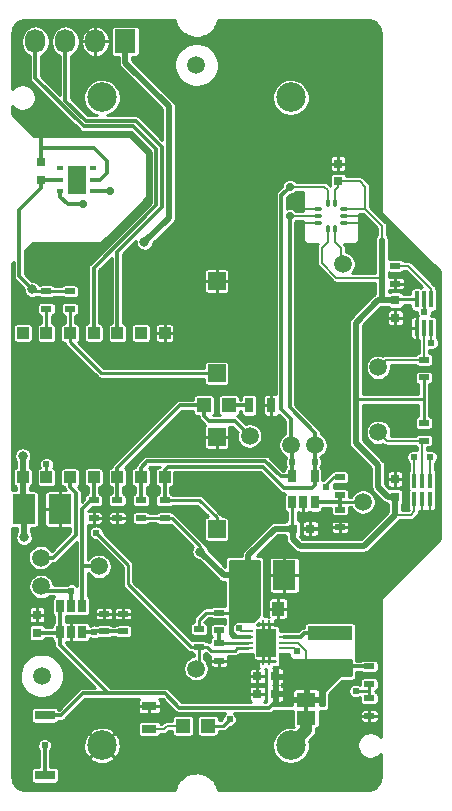
<source format=gtl>
G04 #@! TF.FileFunction,Copper,L1,Top,Signal*
%FSLAX46Y46*%
G04 Gerber Fmt 4.6, Leading zero omitted, Abs format (unit mm)*
G04 Created by KiCad (PCBNEW 4.0.4-stable) date 2016 December 21, Wednesday 22:04:00*
%MOMM*%
%LPD*%
G01*
G04 APERTURE LIST*
%ADD10C,0.100000*%
%ADD11C,0.604800*%
%ADD12C,0.704800*%
%ADD13O,0.350000X0.800000*%
%ADD14O,0.800000X0.350000*%
%ADD15R,0.900000X0.500000*%
%ADD16R,1.000000X1.250000*%
%ADD17R,1.950720X2.499360*%
%ADD18R,1.198880X1.198880*%
%ADD19R,3.700000X1.200000*%
%ADD20R,1.727200X2.032000*%
%ADD21O,1.727200X2.032000*%
%ADD22R,0.700000X1.300000*%
%ADD23R,0.650000X1.060000*%
%ADD24R,0.800000X0.750000*%
%ADD25R,0.600000X0.400000*%
%ADD26R,1.500000X2.400000*%
%ADD27R,0.750000X0.800000*%
%ADD28R,1.700000X0.800000*%
%ADD29R,1.300000X0.700000*%
%ADD30C,1.500000*%
%ADD31R,1.500000X1.500000*%
%ADD32R,0.850000X0.280000*%
%ADD33R,0.822960X1.200000*%
%ADD34R,0.280000X0.700000*%
%ADD35C,0.584200*%
%ADD36R,0.400000X1.400000*%
%ADD37R,0.400000X1.300000*%
%ADD38R,1.600200X1.168400*%
%ADD39C,2.500000*%
%ADD40R,1.000000X1.000000*%
%ADD41C,0.609600*%
%ADD42C,0.804800*%
%ADD43C,0.304800*%
%ADD44C,1.016000*%
%ADD45C,0.203200*%
%ADD46C,0.152400*%
%ADD47C,0.254000*%
%ADD48C,0.508000*%
%ADD49C,0.250000*%
G04 APERTURE END LIST*
D10*
D11*
X19250000Y11350000D03*
D12*
X17950000Y20700000D03*
X33600000Y46500000D03*
X34400001Y45700000D03*
X13350000Y18950000D03*
X12250000Y18950000D03*
D13*
X27700000Y50100000D03*
X27100000Y50100000D03*
X27100000Y47900000D03*
X27700000Y47900000D03*
D14*
X26300000Y49600000D03*
X26300000Y49000000D03*
X26300000Y48400000D03*
X28500000Y48400000D03*
X28500000Y49000000D03*
X28500000Y49600000D03*
D12*
X26850000Y22650000D03*
X29850000Y22650000D03*
X32800000Y29100000D03*
X7400000Y61350000D03*
X12900000Y11100000D03*
X32200000Y32350000D03*
X8600000Y61350000D03*
X3050000Y32400000D03*
X3050000Y33600000D03*
X24600000Y61600000D03*
X23400000Y61600000D03*
X24600000Y1400000D03*
X23400000Y1400000D03*
X8600000Y1400000D03*
X7400000Y1400000D03*
X11700000Y11100000D03*
X10500000Y11100000D03*
X34000000Y20300000D03*
X33200000Y19500000D03*
X32200000Y34550000D03*
X32200000Y38600000D03*
X27300000Y37500000D03*
X27300000Y38600000D03*
D15*
X30635295Y10886745D03*
X30635295Y9386745D03*
D16*
X20923595Y15779566D03*
X22923595Y15779566D03*
D17*
X20399594Y18600000D03*
X23447594Y18600000D03*
D18*
X16650980Y33000000D03*
X18749020Y33000000D03*
D19*
X27300000Y10900000D03*
X27300000Y13700000D03*
D20*
X9990001Y63800000D03*
D21*
X7450001Y63800000D03*
X4910001Y63800000D03*
X2370001Y63800000D03*
D22*
X20450000Y33000000D03*
X22350000Y33000000D03*
D15*
X8191594Y13859178D03*
X8191594Y15359178D03*
X9796593Y13855847D03*
X9796593Y15355847D03*
X5300000Y42650001D03*
X5300000Y41150001D03*
X13300000Y23449999D03*
X13300000Y24949999D03*
X9299999Y24950001D03*
X9299999Y23450001D03*
X11299999Y23450001D03*
X11299999Y24950001D03*
X7299999Y24950000D03*
X7299999Y23450000D03*
X28150001Y26915543D03*
X28150001Y25415543D03*
X28150000Y24158763D03*
X28150000Y22658763D03*
X30635294Y8186747D03*
X30635294Y6686747D03*
X17923594Y15442821D03*
X17923594Y13942821D03*
X17923594Y12842822D03*
X17923594Y11342822D03*
X35250000Y35350000D03*
X35250000Y36850000D03*
X32850000Y43300000D03*
X32850000Y44800000D03*
X35249999Y31500001D03*
X35249999Y30000001D03*
D23*
X4450000Y13800000D03*
X5400000Y13800000D03*
X6350000Y13800000D03*
X6350000Y16000000D03*
X4450000Y16000000D03*
X5400000Y16000000D03*
X24100001Y24765543D03*
X25050001Y24765543D03*
X26000001Y24765543D03*
X26000001Y26965543D03*
X24100001Y26965543D03*
D17*
X1375999Y24200001D03*
X4423999Y24200001D03*
D24*
X22658888Y8559567D03*
X21158888Y8559567D03*
D15*
X16223594Y14042821D03*
X16223594Y12542821D03*
D25*
X4450000Y53049998D03*
X4450000Y51149998D03*
X4450000Y52099998D03*
X7250000Y52099998D03*
X7250000Y53049998D03*
X7250000Y51149998D03*
D26*
X5850000Y52099998D03*
D27*
X2500000Y13750000D03*
X2500000Y15250000D03*
D24*
X22658888Y10059562D03*
X21158888Y10059562D03*
D27*
X2850000Y52100000D03*
X2850000Y53600000D03*
X28000000Y51950000D03*
X28000000Y53450000D03*
X32800000Y25250000D03*
X32800000Y26750000D03*
X32850002Y41900000D03*
X32850002Y40400000D03*
D24*
X24150001Y22558761D03*
X25650001Y22558761D03*
D28*
X3150000Y6750000D03*
X3150000Y1650000D03*
D18*
X16949020Y5850000D03*
X14850980Y5850000D03*
D29*
X12000001Y5599999D03*
X12000001Y7499999D03*
D30*
X20500000Y30400000D03*
X7750001Y19350000D03*
X15950000Y10700000D03*
X30100000Y24800000D03*
X2850000Y17650000D03*
X26050000Y29600000D03*
X24000000Y29600000D03*
X28400000Y44950000D03*
X31400001Y30699999D03*
X31400001Y36200000D03*
X2800000Y20100000D03*
D31*
X17700000Y22500000D03*
X17700000Y30300000D03*
X17700000Y35700000D03*
X17700000Y43500000D03*
D12*
X27300000Y39700000D03*
D32*
X20400000Y13900000D03*
X20400000Y13400000D03*
X20400000Y12900000D03*
X20400000Y12400000D03*
X20400000Y11900000D03*
X23400000Y11900000D03*
X23400000Y12400000D03*
X23400000Y12900000D03*
X23400000Y13400000D03*
X23400000Y13900000D03*
D33*
X22311480Y12300000D03*
X22311480Y13500000D03*
X21488520Y13500000D03*
X21488520Y12300000D03*
D34*
X22150000Y14450000D03*
X21650000Y14450000D03*
X21650000Y11350000D03*
X22150000Y11350000D03*
D35*
X21900000Y12900000D03*
X22400000Y13650000D03*
X21400000Y13650000D03*
X21400000Y12150000D03*
X22400000Y12150000D03*
D36*
X34650000Y39550000D03*
X35250000Y39550000D03*
X35850000Y39550000D03*
X35850000Y41950000D03*
X35250000Y41950000D03*
X34650000Y41950000D03*
D37*
X34450000Y25023333D03*
X35100000Y25023333D03*
X35750000Y25023333D03*
X35750000Y26623333D03*
X35100000Y26623333D03*
X34450000Y26623333D03*
D15*
X3300000Y42649999D03*
X3300000Y41149999D03*
D38*
X25300000Y8062000D03*
X25300000Y6538000D03*
D39*
X24000000Y4200000D03*
X24000000Y59060000D03*
X8000000Y59060000D03*
X8000000Y4200000D03*
D30*
X16000000Y61800000D03*
X2900000Y10100000D03*
D11*
X24250000Y14700000D03*
D40*
X13300000Y26900000D03*
X11300000Y26900000D03*
X9300000Y26900000D03*
X7300000Y26900000D03*
X5300000Y26900000D03*
X3300000Y26900000D03*
X1300000Y26900000D03*
X13300000Y39100000D03*
X11300000Y39100000D03*
X9300000Y39100000D03*
X7300000Y39100000D03*
X5300000Y39100000D03*
X3300000Y39100000D03*
X1300000Y39100000D03*
D41*
X35100000Y23650000D03*
X35750000Y23650000D03*
X30000000Y48400000D03*
X30000000Y49000000D03*
X24700000Y49600000D03*
X24700000Y48400000D03*
X2800000Y56400000D03*
X34100000Y43300000D03*
D42*
X11599997Y46799997D03*
X2100000Y42800000D03*
X1300000Y28700000D03*
X1400000Y21800000D03*
X16300000Y20600000D03*
D41*
X19479566Y15779566D03*
X18800000Y6400000D03*
X3300000Y28000000D03*
X7500000Y22200000D03*
X34400000Y28600000D03*
D12*
X23900000Y49000000D03*
D41*
X26000001Y28200000D03*
D12*
X8700000Y51100000D03*
D41*
X35900000Y38300000D03*
X35800000Y28600000D03*
D12*
X23900000Y51500000D03*
X6400000Y50000000D03*
D41*
X35300000Y40900000D03*
X24100001Y28200000D03*
X27000000Y26100000D03*
X5400000Y17300000D03*
X19600000Y14100000D03*
X3150000Y4200002D03*
X7340822Y13800000D03*
X29500000Y8800000D03*
X24500000Y12150000D03*
D43*
X3150000Y6750000D02*
X4550000Y6750000D01*
X6400000Y8600000D02*
X8550000Y8600000D01*
X4550000Y6750000D02*
X6400000Y8600000D01*
X25300000Y6538000D02*
X25300000Y8062000D01*
D44*
X25300000Y6538000D02*
X25300000Y5500000D01*
X25300000Y5500000D02*
X24000000Y4200000D01*
D43*
X8550000Y8600000D02*
X4450000Y12700000D01*
X4450000Y12700000D02*
X4450000Y13800000D01*
X13350000Y8600000D02*
X8550000Y8600000D01*
X14550000Y7400000D02*
X13350000Y8600000D01*
X22179121Y7400000D02*
X14550000Y7400000D01*
X22658888Y8559567D02*
X22658888Y7879767D01*
X22658888Y7879767D02*
X22179121Y7400000D01*
D45*
X23400000Y12900000D02*
X24577026Y12900000D01*
X24577026Y12900000D02*
X25246800Y12230226D01*
X25246800Y12230226D02*
X25246800Y11253200D01*
X25246800Y11253200D02*
X25600000Y10900000D01*
X25600000Y10900000D02*
X27300000Y10900000D01*
D43*
X27300000Y10900000D02*
X30622040Y10900000D01*
X30622040Y10900000D02*
X30635295Y10886745D01*
X2500000Y13750000D02*
X4400000Y13750000D01*
X4400000Y13750000D02*
X4450000Y13800000D01*
X4450000Y16000000D02*
X4450000Y13800000D01*
D45*
X35100000Y25023333D02*
X35100000Y23650000D01*
X35750000Y25023333D02*
X35750000Y23650000D01*
D46*
X28500000Y48400000D02*
X30000000Y48400000D01*
X28500000Y49000000D02*
X30000000Y49000000D01*
X26300000Y49600000D02*
X24700000Y49600000D01*
X26300000Y48400000D02*
X24700000Y48400000D01*
D47*
X22150000Y11350000D02*
X22150000Y11900000D01*
X22150000Y11900000D02*
X22400000Y12150000D01*
X21650000Y11350000D02*
X21650000Y11900000D01*
X21650000Y11900000D02*
X21400000Y12150000D01*
X21650000Y14450000D02*
X21650000Y13900000D01*
X21650000Y13900000D02*
X21400000Y13650000D01*
X22150000Y14450000D02*
X22150000Y13900000D01*
X22150000Y13900000D02*
X22400000Y13650000D01*
D43*
X2850000Y53600000D02*
X2850000Y54800000D01*
X2850000Y54800000D02*
X2850000Y56350000D01*
X7300000Y54800000D02*
X2850000Y54800000D01*
X8400000Y53700000D02*
X7300000Y54800000D01*
X8400000Y52645198D02*
X8400000Y53700000D01*
X7250000Y52099998D02*
X7854800Y52099998D01*
X7854800Y52099998D02*
X8400000Y52645198D01*
X2850000Y56350000D02*
X2800000Y56400000D01*
D47*
X32850000Y43300000D02*
X34100000Y43300000D01*
X16300000Y20600000D02*
X16300000Y21050000D01*
X16300000Y21050000D02*
X13900001Y23449999D01*
X13900001Y23449999D02*
X13300000Y23449999D01*
D45*
X34450000Y25023333D02*
X34450000Y24000000D01*
X34450000Y24000000D02*
X34150000Y23700000D01*
X34150000Y23700000D02*
X32800000Y23700000D01*
D48*
X9990001Y61976001D02*
X9990001Y63800000D01*
D47*
X11299999Y23450001D02*
X13299998Y23450001D01*
X13299998Y23450001D02*
X13300000Y23449999D01*
X24100001Y24765543D02*
X24100001Y22608761D01*
X24100001Y22608761D02*
X24150001Y22558761D01*
D45*
X29850000Y51950000D02*
X28000000Y51950000D01*
D46*
X28000000Y51500000D02*
X28000000Y51950000D01*
X27700000Y51200000D02*
X28000000Y51500000D01*
X27700000Y50100000D02*
X27700000Y51200000D01*
D45*
X30300000Y51500000D02*
X29850000Y51950000D01*
X30300000Y49600000D02*
X30300000Y51500000D01*
D47*
X3300000Y42649999D02*
X2250001Y42649999D01*
X2250001Y42649999D02*
X2100000Y42800000D01*
X3300000Y42649999D02*
X5299998Y42649999D01*
X5299998Y42649999D02*
X5300000Y42650001D01*
D46*
X28500000Y49600000D02*
X30300000Y49600000D01*
X27100000Y46800000D02*
X27100000Y47900000D01*
D48*
X32800000Y25250000D02*
X32800000Y23700000D01*
X32800000Y23700000D02*
X30200000Y21100000D01*
X29500000Y33500000D02*
X29500000Y29800000D01*
X29500000Y29800000D02*
X31400000Y27900000D01*
X31400000Y27900000D02*
X31400000Y26050000D01*
X31400000Y26050000D02*
X32200000Y25250000D01*
X32200000Y25250000D02*
X32800000Y25250000D01*
X11599997Y46799997D02*
X13666821Y48866821D01*
X13666821Y48866821D02*
X13666821Y58299181D01*
X13666821Y58299181D02*
X9990001Y61976001D01*
D46*
X27100000Y46800000D02*
X26600000Y46300000D01*
D45*
X27850000Y43800000D02*
X31700000Y43800000D01*
X26600000Y46300000D02*
X26600000Y45050000D01*
X26600000Y45050000D02*
X27850000Y43800000D01*
D48*
X31700000Y41900000D02*
X31700000Y43800000D01*
X31700000Y43800000D02*
X31700000Y45100000D01*
D45*
X30300000Y49600000D02*
X31700000Y48200000D01*
X31700000Y48200000D02*
X31700000Y47000000D01*
D47*
X35250000Y33500000D02*
X35250000Y35350000D01*
X35250000Y32004002D02*
X35250000Y33500000D01*
D48*
X29500000Y33500000D02*
X29500000Y40000000D01*
D47*
X35250000Y33500000D02*
X29500000Y33500000D01*
X35249999Y31500001D02*
X35250000Y32004002D01*
D48*
X29500000Y40000000D02*
X31400000Y41900000D01*
X31400000Y41900000D02*
X31700000Y41900000D01*
D47*
X34650001Y41949999D02*
X32900001Y41949999D01*
X32900001Y41949999D02*
X32850002Y41900000D01*
D43*
X2850000Y52100000D02*
X2850000Y51350000D01*
X2850000Y51350000D02*
X1000000Y49500000D01*
X1000000Y49500000D02*
X1000000Y43900000D01*
X1000000Y43900000D02*
X2100000Y42800000D01*
D48*
X1300000Y26900000D02*
X1300000Y28700000D01*
X31700000Y45100000D02*
X31700000Y47000000D01*
X1400000Y21800000D02*
X1400000Y24176000D01*
X1400000Y24176000D02*
X1375999Y24200001D01*
X20399594Y18600000D02*
X18300000Y18600000D01*
X18300000Y18600000D02*
X16300000Y20600000D01*
X31700000Y41900000D02*
X32850002Y41900000D01*
X24725762Y21100000D02*
X30200000Y21100000D01*
X24150001Y22558761D02*
X24150001Y21675761D01*
X24150001Y21675761D02*
X24725762Y21100000D01*
X20399594Y18600000D02*
X20399594Y20299594D01*
X20399594Y20299594D02*
X22658761Y22558761D01*
X22658761Y22558761D02*
X24150001Y22558761D01*
D43*
X2850000Y52100000D02*
X4449998Y52100000D01*
X4449998Y52100000D02*
X4450000Y52099998D01*
X24150001Y24715543D02*
X24100001Y24765543D01*
D48*
X1300000Y26900000D02*
X1300000Y24276000D01*
X1300000Y24276000D02*
X1375999Y24200001D01*
D47*
X16949020Y5850000D02*
X18250000Y5850000D01*
X18250000Y5850000D02*
X18800000Y6400000D01*
X16842821Y15442821D02*
X16223594Y14823594D01*
X16223594Y14823594D02*
X16223594Y14042821D01*
X17923594Y15442821D02*
X16842821Y15442821D01*
X19142821Y15442821D02*
X19479566Y15779566D01*
X19479566Y15779566D02*
X20923595Y15779566D01*
X17923594Y15442821D02*
X19142821Y15442821D01*
D43*
X14595200Y33000000D02*
X16650980Y33000000D01*
X19250000Y31650000D02*
X17096740Y31650000D01*
X17096740Y31650000D02*
X16650980Y32095760D01*
X16650980Y32095760D02*
X16650980Y33000000D01*
X19250000Y31650000D02*
X20500000Y30400000D01*
X9299999Y24950001D02*
X9299999Y26899999D01*
X9299999Y26899999D02*
X9300000Y26900000D01*
X14595200Y33000000D02*
X9300000Y27704800D01*
X9300000Y27704800D02*
X9300000Y26900000D01*
X18749020Y33000000D02*
X20450000Y33000000D01*
X24850000Y13400000D02*
X24850000Y13404800D01*
X24850000Y13404800D02*
X25145200Y13700000D01*
X25145200Y13700000D02*
X27300000Y13700000D01*
X23400000Y13400000D02*
X24850000Y13400000D01*
D47*
X16223594Y12542821D02*
X16223594Y10973594D01*
X16223594Y10973594D02*
X15950000Y10700000D01*
X15519594Y12542821D02*
X13200000Y14862415D01*
X13200000Y14862415D02*
X10200000Y17862415D01*
X13212415Y14862415D02*
X13200000Y14862415D01*
X16223594Y12542821D02*
X16927594Y12542821D01*
X16927594Y12542821D02*
X17270415Y12200000D01*
X17270415Y12200000D02*
X19250000Y12200000D01*
X19250000Y12200000D02*
X19450000Y12400000D01*
X19450000Y12400000D02*
X20400000Y12400000D01*
X3300000Y28000000D02*
X3300000Y26900000D01*
X10200000Y17862415D02*
X10200000Y19500000D01*
X10200000Y19500000D02*
X7500000Y22200000D01*
X16223594Y12542821D02*
X15519594Y12542821D01*
D43*
X4910001Y58789999D02*
X4910001Y63800000D01*
X10839382Y57057211D02*
X6642789Y57057211D01*
X13057211Y54839382D02*
X10839382Y57057211D01*
X9300000Y45999999D02*
X13057211Y49757210D01*
X13057211Y49757210D02*
X13057211Y54839382D01*
X9300000Y39100000D02*
X9300000Y45999999D01*
X6642789Y57057211D02*
X4910001Y58789999D01*
X2370001Y60683406D02*
X2370001Y63800000D01*
X12600000Y49946592D02*
X12600000Y54650000D01*
X7300000Y44646592D02*
X12600000Y49946592D01*
X6453407Y56600000D02*
X2370001Y60683406D01*
X7300000Y39100000D02*
X7300000Y44646592D01*
X12600000Y54650000D02*
X10650000Y56600000D01*
X10650000Y56600000D02*
X6453407Y56600000D01*
D48*
X2370001Y63500001D02*
X2370001Y63652401D01*
D47*
X3300000Y39100000D02*
X3300000Y41149999D01*
X5300000Y39100000D02*
X5300000Y41150001D01*
X5300000Y39100000D02*
X5300000Y38346000D01*
X5300000Y38346000D02*
X7946000Y35700000D01*
X7946000Y35700000D02*
X16696000Y35700000D01*
X16696000Y35700000D02*
X17700000Y35700000D01*
D45*
X35850000Y39550000D02*
X35850000Y38350000D01*
X35850000Y38350000D02*
X35900000Y38300000D01*
X34450000Y26623333D02*
X34450000Y28550000D01*
X34450000Y28550000D02*
X34400000Y28600000D01*
D43*
X26000001Y26965543D02*
X26000001Y26250001D01*
X26000001Y26250001D02*
X25750000Y26000000D01*
X25750000Y26000000D02*
X23400000Y26000000D01*
X23400000Y26000000D02*
X21600000Y27800000D01*
X21600000Y27800000D02*
X13600000Y27800000D01*
X13600000Y27800000D02*
X13300000Y27500000D01*
X13300000Y27500000D02*
X13300000Y26900000D01*
X23900000Y32810660D02*
X23900000Y49000000D01*
D46*
X26300000Y49000000D02*
X23900000Y49000000D01*
D43*
X26050000Y30660660D02*
X23900000Y32810660D01*
X26050000Y29600000D02*
X26050000Y30660660D01*
X7250000Y51149998D02*
X8650002Y51149998D01*
X8650002Y51149998D02*
X8700000Y51100000D01*
X26000001Y26965543D02*
X26000001Y28200000D01*
X26000001Y28200000D02*
X26000001Y29550001D01*
D47*
X13300000Y24949999D02*
X16254001Y24949999D01*
X16254001Y24949999D02*
X17700000Y23504000D01*
X17700000Y23504000D02*
X17700000Y22500000D01*
D43*
X26000001Y29550001D02*
X26050000Y29600000D01*
X13300000Y26900000D02*
X13300000Y24949999D01*
D45*
X35750000Y26623333D02*
X35750000Y28550000D01*
X35750000Y28550000D02*
X35800000Y28600000D01*
D46*
X27100000Y50100000D02*
X27100000Y51200000D01*
X27100000Y51200000D02*
X26800000Y51500000D01*
D45*
X26800000Y51500000D02*
X23900000Y51500000D01*
D43*
X24000000Y29600000D02*
X24000000Y31850000D01*
X23200000Y32650000D02*
X23200000Y50800000D01*
X24000000Y31850000D02*
X23200000Y32650000D01*
X23200000Y50800000D02*
X23547601Y51147601D01*
X23547601Y51147601D02*
X23900000Y51500000D01*
D47*
X35250001Y41949999D02*
X35250001Y40949999D01*
X35250001Y40949999D02*
X35300000Y40900000D01*
D43*
X5901632Y50000000D02*
X6400000Y50000000D01*
X4450000Y50645198D02*
X5095198Y50000000D01*
X5095198Y50000000D02*
X5901632Y50000000D01*
X4450000Y51149998D02*
X4450000Y50645198D01*
X24100001Y26965543D02*
X24100001Y28200000D01*
X24100001Y28200000D02*
X24100001Y29499999D01*
X24100001Y29499999D02*
X24000000Y29600000D01*
X11300000Y26900000D02*
X11300000Y27704800D01*
X23134457Y26965543D02*
X24100001Y26965543D01*
X11300000Y27704800D02*
X11852411Y28257211D01*
X11852411Y28257211D02*
X21842789Y28257211D01*
X21842789Y28257211D02*
X23134457Y26965543D01*
X11300000Y26900000D02*
X11300000Y24950002D01*
X11300000Y24950002D02*
X11299999Y24950001D01*
X6350000Y19400000D02*
X6350000Y16000000D01*
X6350000Y24200001D02*
X6350000Y19400000D01*
X6350000Y19400000D02*
X6400000Y19350000D01*
X6400000Y19350000D02*
X7750001Y19350000D01*
X7299999Y24950000D02*
X7099999Y24950000D01*
X7099999Y24950000D02*
X6350000Y24200001D01*
X7300000Y26900000D02*
X7300000Y24950001D01*
X7300000Y24950001D02*
X7299999Y24950000D01*
D47*
X28115544Y24765543D02*
X28150001Y24800000D01*
X28150001Y24800000D02*
X30100000Y24800000D01*
D43*
X26000001Y24765543D02*
X27000000Y24765543D01*
X27000000Y24765543D02*
X28115544Y24765543D01*
X28150001Y25415543D02*
X28150001Y24800000D01*
X28150001Y24800000D02*
X28150001Y24158764D01*
X28150001Y24158764D02*
X28150000Y24158763D01*
D45*
X35250000Y36850000D02*
X32050001Y36850000D01*
X32050001Y36850000D02*
X31400001Y36200000D01*
X35250000Y39550000D02*
X35250000Y36850000D01*
X35850000Y41950000D02*
X35850000Y42853200D01*
X35850000Y42853200D02*
X33903200Y44800000D01*
X33903200Y44800000D02*
X33503200Y44800000D01*
X33503200Y44800000D02*
X32850000Y44800000D01*
X35249999Y30000001D02*
X32099999Y30000001D01*
X32099999Y30000001D02*
X31400001Y30699999D01*
X35100000Y26623333D02*
X35100000Y29850002D01*
X35100000Y29850002D02*
X35249999Y30000001D01*
D46*
X27700000Y47900000D02*
X27700000Y46800000D01*
X27700000Y46800000D02*
X28200000Y46300000D01*
D45*
X28200000Y46300000D02*
X28200000Y45150000D01*
X28200000Y45150000D02*
X28400000Y44950000D01*
X20400000Y13900000D02*
X19800000Y13900000D01*
X19800000Y13900000D02*
X19600000Y14100000D01*
D43*
X5400000Y16000000D02*
X5400000Y17300000D01*
D47*
X28150001Y26915543D02*
X27615543Y26915543D01*
X27615543Y26915543D02*
X27000000Y26300000D01*
X27000000Y26300000D02*
X27000000Y26100000D01*
D43*
X5400000Y17300000D02*
X3200000Y17300000D01*
X3200000Y17300000D02*
X2850000Y17650000D01*
X3150000Y1650000D02*
X3150000Y4200002D01*
X7400000Y13859178D02*
X7340822Y13800000D01*
X7340822Y13800000D02*
X6350000Y13800000D01*
X8191594Y13859178D02*
X7400000Y13859178D01*
X9796593Y13855847D02*
X8194925Y13855847D01*
X8194925Y13855847D02*
X8191594Y13859178D01*
D49*
X7994928Y13855848D02*
X7991594Y13859179D01*
X9613261Y13839179D02*
X9596594Y13855848D01*
D45*
X13249999Y5599999D02*
X13500000Y5850000D01*
X13500000Y5850000D02*
X14850980Y5850000D01*
X12000001Y5599999D02*
X13249999Y5599999D01*
D43*
X5800000Y25595200D02*
X5800000Y22039340D01*
X5800000Y22039340D02*
X3860660Y20100000D01*
X3860660Y20100000D02*
X2800000Y20100000D01*
X5300000Y26900000D02*
X5300000Y26095200D01*
X5300000Y26095200D02*
X5800000Y25595200D01*
D47*
X30635295Y8800000D02*
X29500000Y8800000D01*
D45*
X24250000Y12400000D02*
X24500000Y12150000D01*
X23400000Y12400000D02*
X24250000Y12400000D01*
D47*
X30635295Y8186748D02*
X30635294Y8186747D01*
X30635295Y8800000D02*
X30635295Y8186748D01*
X30635295Y9386745D02*
X30635295Y8800000D01*
X19142822Y12842822D02*
X19200000Y12900000D01*
X19200000Y12900000D02*
X20400000Y12900000D01*
X17923594Y12842822D02*
X19142822Y12842822D01*
D43*
X17923595Y12842821D02*
X17923594Y12842822D01*
X17923594Y13942821D02*
X17923594Y12842822D01*
D49*
G36*
X14141799Y65596799D02*
X14146790Y65571594D01*
X14148455Y65566216D01*
X14236973Y65287171D01*
X14251363Y65253597D01*
X14265295Y65219795D01*
X14267973Y65214842D01*
X14409006Y64958306D01*
X14429655Y64928149D01*
X14449875Y64897715D01*
X14453464Y64893377D01*
X14641639Y64669119D01*
X14667752Y64643547D01*
X14693498Y64617620D01*
X14697856Y64614067D01*
X14697861Y64614062D01*
X14697866Y64614058D01*
X14926011Y64430625D01*
X14956568Y64410629D01*
X14986886Y64390179D01*
X14991857Y64387537D01*
X15251293Y64251907D01*
X15285179Y64238216D01*
X15318863Y64224057D01*
X15324253Y64222430D01*
X15605090Y64139775D01*
X15640934Y64132938D01*
X15676784Y64125578D01*
X15682388Y64125029D01*
X15973932Y64098497D01*
X16010474Y64098752D01*
X16047016Y64098497D01*
X16052619Y64099047D01*
X16052623Y64099047D01*
X16343764Y64129647D01*
X16379527Y64136988D01*
X16415459Y64143842D01*
X16420848Y64145470D01*
X16700505Y64232039D01*
X16734176Y64246193D01*
X16768076Y64259889D01*
X16773047Y64262533D01*
X17030562Y64401771D01*
X17060853Y64422203D01*
X17091437Y64442216D01*
X17095800Y64445774D01*
X17321366Y64632379D01*
X17347126Y64658320D01*
X17373225Y64683877D01*
X17376808Y64688210D01*
X17376814Y64688216D01*
X17376818Y64688223D01*
X17561840Y64915080D01*
X17582048Y64945496D01*
X17602709Y64975670D01*
X17605386Y64980623D01*
X17742823Y65239104D01*
X17756742Y65272874D01*
X17771146Y65306480D01*
X17772810Y65311858D01*
X17857423Y65592112D01*
X17858351Y65596800D01*
X30480279Y65596799D01*
X30712663Y65574014D01*
X30917220Y65512254D01*
X31105890Y65411936D01*
X31271481Y65276883D01*
X31407684Y65112242D01*
X31509317Y64924275D01*
X31572503Y64720153D01*
X31596800Y64488982D01*
X31596800Y49500000D01*
X31600436Y49462915D01*
X31603680Y49425832D01*
X31604272Y49423794D01*
X31604479Y49421685D01*
X31615254Y49385995D01*
X31625635Y49350266D01*
X31626608Y49348389D01*
X31627223Y49346352D01*
X31644751Y49313387D01*
X31661848Y49280403D01*
X31663169Y49278748D01*
X31664166Y49276873D01*
X31687739Y49247969D01*
X31710941Y49218904D01*
X31713842Y49215964D01*
X31713901Y49215891D01*
X31713968Y49215835D01*
X31714895Y49214896D01*
X36596800Y44332989D01*
X36596800Y21667011D01*
X31714895Y16785105D01*
X31691262Y16756334D01*
X31667314Y16727795D01*
X31666293Y16725937D01*
X31664947Y16724299D01*
X31647321Y16691427D01*
X31629405Y16658837D01*
X31628766Y16656822D01*
X31627761Y16654948D01*
X31616857Y16619282D01*
X31605611Y16583830D01*
X31605375Y16581723D01*
X31604755Y16579696D01*
X31600992Y16542650D01*
X31596839Y16505630D01*
X31596810Y16501489D01*
X31596802Y16501407D01*
X31596809Y16501331D01*
X31596800Y16500000D01*
X31596800Y4928311D01*
X31452621Y5073499D01*
X31269196Y5197222D01*
X31065232Y5282960D01*
X30848500Y5327449D01*
X30627254Y5328993D01*
X30409921Y5287535D01*
X30204780Y5204653D01*
X30019645Y5083503D01*
X29861567Y4928702D01*
X29736567Y4746144D01*
X29649407Y4542784D01*
X29603406Y4326368D01*
X29600317Y4105138D01*
X29640257Y3887521D01*
X29721705Y3681807D01*
X29841559Y3495830D01*
X29995253Y3336675D01*
X30176934Y3210404D01*
X30379680Y3121826D01*
X30595770Y3074316D01*
X30816973Y3069682D01*
X31034863Y3108102D01*
X31241141Y3188112D01*
X31427950Y3306665D01*
X31588174Y3459244D01*
X31596800Y3471472D01*
X31596800Y1519723D01*
X31574014Y1287337D01*
X31512254Y1082781D01*
X31411935Y894107D01*
X31276888Y728523D01*
X31112240Y592315D01*
X30924279Y490684D01*
X30720150Y427496D01*
X30488972Y403199D01*
X17858204Y403201D01*
X17853214Y428405D01*
X17851551Y433775D01*
X17851549Y433782D01*
X17851546Y433788D01*
X17763029Y712828D01*
X17748654Y746367D01*
X17734709Y780201D01*
X17732031Y785154D01*
X17590998Y1041692D01*
X17570356Y1071839D01*
X17550129Y1102284D01*
X17546540Y1106622D01*
X17358365Y1330880D01*
X17332253Y1356451D01*
X17306507Y1382378D01*
X17302143Y1385937D01*
X17073993Y1569375D01*
X17043394Y1589398D01*
X17013118Y1609820D01*
X17008152Y1612460D01*
X17008148Y1612463D01*
X17008144Y1612465D01*
X16748712Y1748092D01*
X16714870Y1761765D01*
X16681142Y1775943D01*
X16675752Y1777570D01*
X16394914Y1860226D01*
X16359056Y1867066D01*
X16323219Y1874423D01*
X16317615Y1874972D01*
X16026071Y1901504D01*
X15989529Y1901249D01*
X15952987Y1901504D01*
X15947384Y1900954D01*
X15947382Y1900954D01*
X15656239Y1870354D01*
X15620476Y1863013D01*
X15584544Y1856159D01*
X15579154Y1854531D01*
X15299499Y1767963D01*
X15265828Y1753809D01*
X15231928Y1740113D01*
X15226957Y1737470D01*
X14969440Y1598232D01*
X14939132Y1577789D01*
X14908564Y1557786D01*
X14904201Y1554227D01*
X14678635Y1367623D01*
X14652875Y1341682D01*
X14626776Y1316125D01*
X14623188Y1311787D01*
X14438162Y1084922D01*
X14417971Y1054532D01*
X14397292Y1024332D01*
X14394615Y1019379D01*
X14257177Y760898D01*
X14243244Y727093D01*
X14228855Y693523D01*
X14227190Y688145D01*
X14142576Y407891D01*
X14141647Y403201D01*
X1519721Y403200D01*
X1287336Y425985D01*
X1082776Y487746D01*
X894111Y588061D01*
X728520Y723113D01*
X592314Y887759D01*
X490681Y1075723D01*
X427495Y1279846D01*
X403200Y1510998D01*
X403200Y2050000D01*
X1970212Y2050000D01*
X1970212Y1250000D01*
X1974380Y1197735D01*
X2001832Y1109089D01*
X2052894Y1031600D01*
X2123521Y971404D01*
X2208123Y933269D01*
X2300000Y920212D01*
X4000000Y920212D01*
X4052265Y924380D01*
X4140911Y951832D01*
X4218400Y1002894D01*
X4278596Y1073521D01*
X4316731Y1158123D01*
X4329788Y1250000D01*
X4329788Y2050000D01*
X4325620Y2102265D01*
X4298168Y2190911D01*
X4247106Y2268400D01*
X4176479Y2328596D01*
X4091877Y2366731D01*
X4000000Y2379788D01*
X3630600Y2379788D01*
X3630600Y3135249D01*
X6938078Y3135249D01*
X7069488Y2915857D01*
X7337891Y2758998D01*
X7631739Y2657515D01*
X7939740Y2615309D01*
X8250055Y2634002D01*
X8550761Y2712876D01*
X8830302Y2848899D01*
X8930512Y2915857D01*
X9061922Y3135249D01*
X8000000Y4197172D01*
X6938078Y3135249D01*
X3630600Y3135249D01*
X3630600Y3783531D01*
X3631497Y3784385D01*
X3703054Y3885824D01*
X3753545Y3999229D01*
X3781047Y4120282D01*
X3783001Y4260260D01*
X6415309Y4260260D01*
X6434002Y3949945D01*
X6512876Y3649239D01*
X6648899Y3369698D01*
X6715857Y3269488D01*
X6935249Y3138078D01*
X7997172Y4200000D01*
X8002828Y4200000D01*
X9064751Y3138078D01*
X9284143Y3269488D01*
X9441002Y3537891D01*
X9542485Y3831739D01*
X9584691Y4139740D01*
X9565998Y4450055D01*
X9487124Y4750761D01*
X9351101Y5030302D01*
X9284143Y5130512D01*
X9064751Y5261922D01*
X8002828Y4200000D01*
X7997172Y4200000D01*
X6935249Y5261922D01*
X6715857Y5130512D01*
X6558998Y4862109D01*
X6457515Y4568261D01*
X6415309Y4260260D01*
X3783001Y4260260D01*
X3783027Y4262071D01*
X3758916Y4383844D01*
X3711610Y4498615D01*
X3642914Y4602012D01*
X3555442Y4690097D01*
X3452527Y4759514D01*
X3338089Y4807619D01*
X3216487Y4832581D01*
X3092352Y4833447D01*
X2970413Y4810186D01*
X2855315Y4763683D01*
X2751440Y4695710D01*
X2662747Y4608855D01*
X2592614Y4506428D01*
X2543711Y4392328D01*
X2517901Y4270903D01*
X2516168Y4146778D01*
X2538577Y4024679D01*
X2584275Y3909259D01*
X2651522Y3804913D01*
X2669400Y3786400D01*
X2669400Y2379788D01*
X2300000Y2379788D01*
X2247735Y2375620D01*
X2159089Y2348168D01*
X2081600Y2297106D01*
X2021404Y2226479D01*
X1983269Y2141877D01*
X1970212Y2050000D01*
X403200Y2050000D01*
X403200Y5264751D01*
X6938078Y5264751D01*
X8000000Y4202828D01*
X9061922Y5264751D01*
X8930512Y5484143D01*
X8662109Y5641002D01*
X8368261Y5742485D01*
X8060260Y5784691D01*
X7749945Y5765998D01*
X7449239Y5687124D01*
X7169698Y5551101D01*
X7069488Y5484143D01*
X6938078Y5264751D01*
X403200Y5264751D01*
X403200Y5949999D01*
X11020213Y5949999D01*
X11020213Y5249999D01*
X11024381Y5197734D01*
X11051833Y5109088D01*
X11102895Y5031599D01*
X11173522Y4971403D01*
X11258124Y4933268D01*
X11350001Y4920211D01*
X12650001Y4920211D01*
X12702266Y4924379D01*
X12790912Y4951831D01*
X12868401Y5002893D01*
X12928597Y5073520D01*
X12966732Y5158122D01*
X12968448Y5170199D01*
X13249999Y5170199D01*
X13289535Y5174075D01*
X13329061Y5177533D01*
X13331231Y5178163D01*
X13333481Y5178384D01*
X13371511Y5189866D01*
X13409613Y5200936D01*
X13411618Y5201975D01*
X13413783Y5202629D01*
X13448889Y5221295D01*
X13484085Y5239539D01*
X13485847Y5240946D01*
X13487847Y5242009D01*
X13518686Y5267160D01*
X13549640Y5291871D01*
X13552777Y5294964D01*
X13552851Y5295025D01*
X13552908Y5295094D01*
X13553913Y5296085D01*
X13678028Y5420200D01*
X13921752Y5420200D01*
X13921752Y5250560D01*
X13925920Y5198295D01*
X13953372Y5109649D01*
X14004434Y5032160D01*
X14075061Y4971964D01*
X14159663Y4933829D01*
X14251540Y4920772D01*
X15450420Y4920772D01*
X15502685Y4924940D01*
X15591331Y4952392D01*
X15668820Y5003454D01*
X15729016Y5074081D01*
X15767151Y5158683D01*
X15780208Y5250560D01*
X15780208Y6449440D01*
X15776040Y6501705D01*
X15748588Y6590351D01*
X15697526Y6667840D01*
X15626899Y6728036D01*
X15542297Y6766171D01*
X15450420Y6779228D01*
X14251540Y6779228D01*
X14199275Y6775060D01*
X14110629Y6747608D01*
X14033140Y6696546D01*
X13972944Y6625919D01*
X13934809Y6541317D01*
X13921752Y6449440D01*
X13921752Y6279800D01*
X13500000Y6279800D01*
X13460464Y6275924D01*
X13420938Y6272466D01*
X13418768Y6271836D01*
X13416518Y6271615D01*
X13378488Y6260133D01*
X13340386Y6249063D01*
X13338381Y6248024D01*
X13336216Y6247370D01*
X13301149Y6228725D01*
X13265914Y6210461D01*
X13264148Y6209051D01*
X13262152Y6207990D01*
X13231341Y6182861D01*
X13200359Y6158128D01*
X13197218Y6155031D01*
X13197148Y6154974D01*
X13197095Y6154909D01*
X13196086Y6153915D01*
X13071970Y6029799D01*
X12967094Y6029799D01*
X12948169Y6090910D01*
X12897107Y6168399D01*
X12826480Y6228595D01*
X12741878Y6266730D01*
X12650001Y6279787D01*
X11350001Y6279787D01*
X11297736Y6275619D01*
X11209090Y6248167D01*
X11131601Y6197105D01*
X11071405Y6126478D01*
X11033270Y6041876D01*
X11020213Y5949999D01*
X403200Y5949999D01*
X403200Y9942345D01*
X1022536Y9942345D01*
X1088914Y9580679D01*
X1224276Y9238795D01*
X1423465Y8929713D01*
X1678895Y8665207D01*
X1980837Y8455352D01*
X2317790Y8308141D01*
X2676918Y8229181D01*
X3044544Y8221481D01*
X3406664Y8285332D01*
X3749486Y8418304D01*
X4059951Y8615331D01*
X4326233Y8868909D01*
X4538191Y9169378D01*
X4687751Y9505294D01*
X4769216Y9863863D01*
X4775080Y10283853D01*
X4703659Y10644557D01*
X4563537Y10984518D01*
X4360051Y11290789D01*
X4100953Y11551702D01*
X3796110Y11757321D01*
X3457135Y11899813D01*
X3096939Y11973751D01*
X2729242Y11976318D01*
X2368048Y11907417D01*
X2027117Y11769671D01*
X1719433Y11568329D01*
X1456717Y11311058D01*
X1248975Y11007659D01*
X1104120Y10669687D01*
X1027670Y10310015D01*
X1022536Y9942345D01*
X403200Y9942345D01*
X403200Y15165950D01*
X1796800Y15165950D01*
X1796800Y14817675D01*
X1809413Y14754267D01*
X1834153Y14694539D01*
X1870070Y14640785D01*
X1915785Y14595070D01*
X1969539Y14559153D01*
X2029268Y14534412D01*
X2092675Y14521800D01*
X2415950Y14521800D01*
X2498000Y14603850D01*
X2498000Y15248000D01*
X2502000Y15248000D01*
X2502000Y14603850D01*
X2584050Y14521800D01*
X2907325Y14521800D01*
X2970732Y14534412D01*
X3030461Y14559153D01*
X3084215Y14595070D01*
X3129930Y14640785D01*
X3165847Y14694539D01*
X3190587Y14754267D01*
X3203200Y14817675D01*
X3203200Y15165950D01*
X3121150Y15248000D01*
X2502000Y15248000D01*
X2498000Y15248000D01*
X1878850Y15248000D01*
X1796800Y15165950D01*
X403200Y15165950D01*
X403200Y15682325D01*
X1796800Y15682325D01*
X1796800Y15334050D01*
X1878850Y15252000D01*
X2498000Y15252000D01*
X2498000Y15896150D01*
X2502000Y15896150D01*
X2502000Y15252000D01*
X3121150Y15252000D01*
X3203200Y15334050D01*
X3203200Y15682325D01*
X3190587Y15745733D01*
X3165847Y15805461D01*
X3129930Y15859215D01*
X3084215Y15904930D01*
X3030461Y15940847D01*
X2970732Y15965588D01*
X2907325Y15978200D01*
X2584050Y15978200D01*
X2502000Y15896150D01*
X2498000Y15896150D01*
X2415950Y15978200D01*
X2092675Y15978200D01*
X2029268Y15965588D01*
X1969539Y15940847D01*
X1915785Y15904930D01*
X1870070Y15859215D01*
X1834153Y15805461D01*
X1809413Y15745733D01*
X1796800Y15682325D01*
X403200Y15682325D01*
X403200Y20009342D01*
X1720383Y20009342D01*
X1758553Y19801370D01*
X1836391Y19604772D01*
X1950933Y19427038D01*
X2097816Y19274936D01*
X2271445Y19154261D01*
X2465206Y19069609D01*
X2671719Y19024204D01*
X2883119Y19019776D01*
X3091352Y19056493D01*
X3288488Y19132957D01*
X3467018Y19246256D01*
X3620141Y19392073D01*
X3742026Y19564855D01*
X3766311Y19619400D01*
X3860660Y19619400D01*
X3904812Y19623729D01*
X3949067Y19627601D01*
X3951495Y19628307D01*
X3954009Y19628553D01*
X3996515Y19641386D01*
X4039139Y19653770D01*
X4041381Y19654932D01*
X4043802Y19655663D01*
X4083011Y19676511D01*
X4122414Y19696935D01*
X4124389Y19698512D01*
X4126620Y19699698D01*
X4161017Y19727751D01*
X4195718Y19755453D01*
X4199238Y19758924D01*
X4199307Y19758980D01*
X4199359Y19759043D01*
X4200496Y19760164D01*
X5869400Y21429069D01*
X5869400Y17725689D01*
X5805442Y17790095D01*
X5702527Y17859512D01*
X5588089Y17907617D01*
X5466487Y17932579D01*
X5342352Y17933445D01*
X5220413Y17910184D01*
X5105315Y17863681D01*
X5001440Y17795708D01*
X4986012Y17780600D01*
X3923320Y17780600D01*
X3887176Y17963142D01*
X3806600Y18158633D01*
X3689588Y18334751D01*
X3540596Y18484787D01*
X3365299Y18603026D01*
X3170375Y18684965D01*
X2963248Y18727482D01*
X2751807Y18728958D01*
X2544106Y18689337D01*
X2348057Y18610128D01*
X2171127Y18494348D01*
X2020054Y18346407D01*
X1900594Y18171940D01*
X1817297Y17977593D01*
X1773335Y17770767D01*
X1770383Y17559342D01*
X1808553Y17351370D01*
X1886391Y17154772D01*
X2000933Y16977038D01*
X2147816Y16824936D01*
X2321445Y16704261D01*
X2515206Y16619609D01*
X2721719Y16574204D01*
X2933119Y16569776D01*
X3141352Y16606493D01*
X3338488Y16682957D01*
X3517018Y16796256D01*
X3541322Y16819400D01*
X3970783Y16819400D01*
X3906600Y16777106D01*
X3846404Y16706479D01*
X3808269Y16621877D01*
X3795212Y16530000D01*
X3795212Y15470000D01*
X3799380Y15417735D01*
X3826832Y15329089D01*
X3877894Y15251600D01*
X3948521Y15191404D01*
X3969400Y15181993D01*
X3969400Y14618489D01*
X3906600Y14577106D01*
X3846404Y14506479D01*
X3808269Y14421877D01*
X3795212Y14330000D01*
X3795212Y14230600D01*
X3191845Y14230600D01*
X3173168Y14290911D01*
X3122106Y14368400D01*
X3051479Y14428596D01*
X2966877Y14466731D01*
X2875000Y14479788D01*
X2125000Y14479788D01*
X2072735Y14475620D01*
X1984089Y14448168D01*
X1906600Y14397106D01*
X1846404Y14326479D01*
X1808269Y14241877D01*
X1795212Y14150000D01*
X1795212Y13350000D01*
X1799380Y13297735D01*
X1826832Y13209089D01*
X1877894Y13131600D01*
X1948521Y13071404D01*
X2033123Y13033269D01*
X2125000Y13020212D01*
X2875000Y13020212D01*
X2927265Y13024380D01*
X3015911Y13051832D01*
X3093400Y13102894D01*
X3153596Y13173521D01*
X3191731Y13258123D01*
X3193334Y13269400D01*
X3795260Y13269400D01*
X3799380Y13217735D01*
X3826832Y13129089D01*
X3877894Y13051600D01*
X3948521Y12991404D01*
X3969400Y12981993D01*
X3969400Y12700000D01*
X3973729Y12655848D01*
X3977601Y12611593D01*
X3978307Y12609165D01*
X3978553Y12606651D01*
X3991386Y12564145D01*
X4003770Y12521521D01*
X4004932Y12519279D01*
X4005663Y12516858D01*
X4026511Y12477649D01*
X4046935Y12438246D01*
X4048512Y12436271D01*
X4049698Y12434040D01*
X4077751Y12399643D01*
X4105453Y12364942D01*
X4108924Y12361422D01*
X4108980Y12361353D01*
X4109043Y12361301D01*
X4110164Y12360164D01*
X7389729Y9080600D01*
X6400000Y9080600D01*
X6355853Y9076271D01*
X6311592Y9072399D01*
X6309163Y9071693D01*
X6306651Y9071447D01*
X6264157Y9058617D01*
X6221521Y9046230D01*
X6219279Y9045068D01*
X6216858Y9044337D01*
X6177649Y9023489D01*
X6138246Y9003065D01*
X6136271Y9001488D01*
X6134040Y9000302D01*
X6099643Y8972249D01*
X6064942Y8944547D01*
X6061426Y8941079D01*
X6061353Y8941020D01*
X6061297Y8940953D01*
X6060164Y8939835D01*
X4350928Y7230600D01*
X4316845Y7230600D01*
X4298168Y7290911D01*
X4247106Y7368400D01*
X4176479Y7428596D01*
X4091877Y7466731D01*
X4000000Y7479788D01*
X2300000Y7479788D01*
X2247735Y7475620D01*
X2159089Y7448168D01*
X2081600Y7397106D01*
X2021404Y7326479D01*
X1983269Y7241877D01*
X1970212Y7150000D01*
X1970212Y6350000D01*
X1974380Y6297735D01*
X2001832Y6209089D01*
X2052894Y6131600D01*
X2123521Y6071404D01*
X2208123Y6033269D01*
X2300000Y6020212D01*
X4000000Y6020212D01*
X4052265Y6024380D01*
X4140911Y6051832D01*
X4218400Y6102894D01*
X4278596Y6173521D01*
X4316731Y6258123D01*
X4318334Y6269400D01*
X4550000Y6269400D01*
X4594152Y6273729D01*
X4638407Y6277601D01*
X4640835Y6278307D01*
X4643349Y6278553D01*
X4685855Y6291386D01*
X4728479Y6303770D01*
X4730721Y6304932D01*
X4733142Y6305663D01*
X4772351Y6326511D01*
X4811754Y6346935D01*
X4813729Y6348512D01*
X4815960Y6349698D01*
X4850357Y6377751D01*
X4885058Y6405453D01*
X4888578Y6408924D01*
X4888647Y6408980D01*
X4888699Y6409043D01*
X4889836Y6410164D01*
X5895620Y7415949D01*
X11021801Y7415949D01*
X11021801Y7117674D01*
X11034414Y7054266D01*
X11059154Y6994538D01*
X11095071Y6940784D01*
X11140786Y6895069D01*
X11194540Y6859152D01*
X11254269Y6834411D01*
X11317676Y6821799D01*
X11915951Y6821799D01*
X11998001Y6903849D01*
X11998001Y7497999D01*
X12002001Y7497999D01*
X12002001Y6903849D01*
X12084051Y6821799D01*
X12682326Y6821799D01*
X12745733Y6834411D01*
X12805462Y6859152D01*
X12859216Y6895069D01*
X12904931Y6940784D01*
X12940848Y6994538D01*
X12965588Y7054266D01*
X12978201Y7117674D01*
X12978201Y7415949D01*
X12896151Y7497999D01*
X12002001Y7497999D01*
X11998001Y7497999D01*
X11103851Y7497999D01*
X11021801Y7415949D01*
X5895620Y7415949D01*
X6599071Y8119400D01*
X11162444Y8119400D01*
X11140786Y8104929D01*
X11095071Y8059214D01*
X11059154Y8005460D01*
X11034414Y7945732D01*
X11021801Y7882324D01*
X11021801Y7584049D01*
X11103851Y7501999D01*
X11998001Y7501999D01*
X11998001Y7521999D01*
X12002001Y7521999D01*
X12002001Y7501999D01*
X12896151Y7501999D01*
X12978201Y7584049D01*
X12978201Y7882324D01*
X12965588Y7945732D01*
X12940848Y8005460D01*
X12904931Y8059214D01*
X12859216Y8104929D01*
X12837558Y8119400D01*
X13150928Y8119400D01*
X14210164Y7060165D01*
X14244455Y7031998D01*
X14278477Y7003450D01*
X14280692Y7002232D01*
X14282644Y7000629D01*
X14321768Y6979651D01*
X14360672Y6958264D01*
X14363080Y6957500D01*
X14365307Y6956306D01*
X14407736Y6943334D01*
X14450078Y6929902D01*
X14452592Y6929620D01*
X14455006Y6928882D01*
X14499153Y6924398D01*
X14543290Y6919447D01*
X14548229Y6919412D01*
X14548322Y6919403D01*
X14548408Y6919411D01*
X14550000Y6919400D01*
X18437646Y6919400D01*
X18401440Y6895708D01*
X18312747Y6808853D01*
X18242614Y6706426D01*
X18193711Y6592326D01*
X18167901Y6470901D01*
X18167062Y6410812D01*
X18061450Y6305200D01*
X17878248Y6305200D01*
X17878248Y6449440D01*
X17874080Y6501705D01*
X17846628Y6590351D01*
X17795566Y6667840D01*
X17724939Y6728036D01*
X17640337Y6766171D01*
X17548460Y6779228D01*
X16349580Y6779228D01*
X16297315Y6775060D01*
X16208669Y6747608D01*
X16131180Y6696546D01*
X16070984Y6625919D01*
X16032849Y6541317D01*
X16019792Y6449440D01*
X16019792Y5250560D01*
X16023960Y5198295D01*
X16051412Y5109649D01*
X16102474Y5032160D01*
X16173101Y4971964D01*
X16257703Y4933829D01*
X16349580Y4920772D01*
X17548460Y4920772D01*
X17600725Y4924940D01*
X17689371Y4952392D01*
X17766860Y5003454D01*
X17827056Y5074081D01*
X17865191Y5158683D01*
X17878248Y5250560D01*
X17878248Y5394800D01*
X18250000Y5394800D01*
X18291864Y5398905D01*
X18333735Y5402568D01*
X18336032Y5403235D01*
X18338415Y5403469D01*
X18378687Y5415628D01*
X18419047Y5427354D01*
X18421171Y5428455D01*
X18423463Y5429147D01*
X18460590Y5448887D01*
X18497920Y5468237D01*
X18499791Y5469730D01*
X18501904Y5470854D01*
X18534469Y5497414D01*
X18567350Y5523662D01*
X18570682Y5526948D01*
X18570749Y5527003D01*
X18570800Y5527065D01*
X18571875Y5528125D01*
X18810367Y5766617D01*
X18848798Y5765812D01*
X18971050Y5787368D01*
X19086787Y5832259D01*
X19191599Y5898776D01*
X19281497Y5984383D01*
X19353054Y6085822D01*
X19403545Y6199227D01*
X19431047Y6320280D01*
X19433027Y6462069D01*
X19408916Y6583842D01*
X19361610Y6698613D01*
X19292914Y6802010D01*
X19205442Y6890095D01*
X19161996Y6919400D01*
X22179121Y6919400D01*
X22223273Y6923729D01*
X22267528Y6927601D01*
X22269956Y6928307D01*
X22272470Y6928553D01*
X22314976Y6941386D01*
X22357600Y6953770D01*
X22359842Y6954932D01*
X22362263Y6955663D01*
X22401472Y6976511D01*
X22440875Y6996935D01*
X22442850Y6998512D01*
X22445081Y6999698D01*
X22479478Y7027751D01*
X22514179Y7055453D01*
X22517699Y7058924D01*
X22517768Y7058980D01*
X22517820Y7059043D01*
X22518957Y7060164D01*
X22580593Y7121800D01*
X24170112Y7121800D01*
X24170112Y5953800D01*
X24174280Y5901535D01*
X24201732Y5812889D01*
X24234593Y5763021D01*
X24165765Y5777149D01*
X23856272Y5779309D01*
X23552253Y5721315D01*
X23265288Y5605374D01*
X23006309Y5435902D01*
X22785179Y5219356D01*
X22610321Y4963982D01*
X22488396Y4679509D01*
X22424047Y4376771D01*
X22419726Y4067301D01*
X22475597Y3762884D01*
X22589531Y3475118D01*
X22757191Y3214961D01*
X22972188Y2992325D01*
X23226335Y2815689D01*
X23509950Y2691780D01*
X23812231Y2625320D01*
X24121664Y2618838D01*
X24426463Y2672582D01*
X24715018Y2784505D01*
X24976338Y2950344D01*
X25200470Y3163782D01*
X25378876Y3416689D01*
X25504762Y3699432D01*
X25573331Y4001242D01*
X25578267Y4354750D01*
X25538443Y4555878D01*
X25891283Y4908718D01*
X25940332Y4968431D01*
X25989960Y5027575D01*
X25992077Y5031426D01*
X25994870Y5034826D01*
X26031371Y5102902D01*
X26068581Y5170586D01*
X26069912Y5174780D01*
X26071988Y5178653D01*
X26094565Y5252499D01*
X26117927Y5326144D01*
X26118417Y5330513D01*
X26119703Y5334719D01*
X26127513Y5411607D01*
X26136118Y5488325D01*
X26136178Y5496917D01*
X26136195Y5497081D01*
X26136181Y5497234D01*
X26136200Y5500000D01*
X26136200Y5626891D01*
X26152365Y5628180D01*
X26241011Y5655632D01*
X26318500Y5706694D01*
X26378696Y5777321D01*
X26416831Y5861923D01*
X26429888Y5953800D01*
X26429888Y6602697D01*
X29857094Y6602697D01*
X29857094Y6404422D01*
X29869707Y6341014D01*
X29894447Y6281286D01*
X29930364Y6227532D01*
X29976079Y6181817D01*
X30029833Y6145900D01*
X30089562Y6121159D01*
X30152969Y6108547D01*
X30551244Y6108547D01*
X30633294Y6190597D01*
X30633294Y6684747D01*
X30637294Y6684747D01*
X30637294Y6190597D01*
X30719344Y6108547D01*
X31117619Y6108547D01*
X31181026Y6121159D01*
X31240755Y6145900D01*
X31294509Y6181817D01*
X31340224Y6227532D01*
X31376141Y6281286D01*
X31400881Y6341014D01*
X31413494Y6404422D01*
X31413494Y6602697D01*
X31331444Y6684747D01*
X30637294Y6684747D01*
X30633294Y6684747D01*
X29939144Y6684747D01*
X29857094Y6602697D01*
X26429888Y6602697D01*
X26429888Y6969072D01*
X29857094Y6969072D01*
X29857094Y6770797D01*
X29939144Y6688747D01*
X30633294Y6688747D01*
X30633294Y7182897D01*
X30637294Y7182897D01*
X30637294Y6688747D01*
X31331444Y6688747D01*
X31413494Y6770797D01*
X31413494Y6969072D01*
X31400881Y7032480D01*
X31376141Y7092208D01*
X31340224Y7145962D01*
X31294509Y7191677D01*
X31240755Y7227594D01*
X31181026Y7252335D01*
X31117619Y7264947D01*
X30719344Y7264947D01*
X30637294Y7182897D01*
X30633294Y7182897D01*
X30551244Y7264947D01*
X30152969Y7264947D01*
X30089562Y7252335D01*
X30029833Y7227594D01*
X29976079Y7191677D01*
X29930364Y7145962D01*
X29894447Y7092208D01*
X29869707Y7032480D01*
X29857094Y6969072D01*
X26429888Y6969072D01*
X26429888Y7121800D01*
X26900000Y7121800D01*
X27019287Y7144245D01*
X27128844Y7214744D01*
X27202342Y7322312D01*
X27228200Y7450000D01*
X27228200Y8564056D01*
X27410920Y8746776D01*
X28866168Y8746776D01*
X28888577Y8624677D01*
X28934275Y8509257D01*
X29001522Y8404911D01*
X29087755Y8315614D01*
X29189691Y8244767D01*
X29303446Y8195068D01*
X29424688Y8168411D01*
X29548798Y8165812D01*
X29671050Y8187368D01*
X29786787Y8232259D01*
X29855506Y8275870D01*
X29855506Y7936747D01*
X29859674Y7884482D01*
X29887126Y7795836D01*
X29938188Y7718347D01*
X30008815Y7658151D01*
X30093417Y7620016D01*
X30185294Y7606959D01*
X31085294Y7606959D01*
X31137559Y7611127D01*
X31226205Y7638579D01*
X31303694Y7689641D01*
X31363890Y7760268D01*
X31402025Y7844870D01*
X31415082Y7936747D01*
X31415082Y8436747D01*
X31410914Y8489012D01*
X31383462Y8577658D01*
X31332400Y8655147D01*
X31261773Y8715343D01*
X31177171Y8753478D01*
X31090495Y8765796D01*
X31090495Y8807372D01*
X31137560Y8811125D01*
X31226206Y8838577D01*
X31303695Y8889639D01*
X31363891Y8960266D01*
X31402026Y9044868D01*
X31415083Y9136745D01*
X31415083Y9636745D01*
X31410915Y9689010D01*
X31383463Y9777656D01*
X31332401Y9855145D01*
X31261774Y9915341D01*
X31177172Y9953476D01*
X31085295Y9966533D01*
X30185295Y9966533D01*
X30133030Y9962365D01*
X30044384Y9934913D01*
X29966895Y9883851D01*
X29906699Y9813224D01*
X29868564Y9728622D01*
X29855507Y9636745D01*
X29855507Y9323777D01*
X29802527Y9359512D01*
X29688089Y9407617D01*
X29566487Y9432579D01*
X29442352Y9433445D01*
X29320413Y9410184D01*
X29205315Y9363681D01*
X29101440Y9295708D01*
X29012747Y9208853D01*
X28942614Y9106426D01*
X28893711Y8992326D01*
X28867901Y8870901D01*
X28866168Y8746776D01*
X27410920Y8746776D01*
X28335944Y9671800D01*
X29200000Y9671800D01*
X29319287Y9694245D01*
X29428844Y9764744D01*
X29502342Y9872312D01*
X29528200Y10000000D01*
X29528200Y10419400D01*
X29937494Y10419400D01*
X29938189Y10418345D01*
X30008816Y10358149D01*
X30093418Y10320014D01*
X30185295Y10306957D01*
X31085295Y10306957D01*
X31137560Y10311125D01*
X31226206Y10338577D01*
X31303695Y10389639D01*
X31363891Y10460266D01*
X31402026Y10544868D01*
X31415083Y10636745D01*
X31415083Y11136745D01*
X31410915Y11189010D01*
X31383463Y11277656D01*
X31332401Y11355145D01*
X31261774Y11415341D01*
X31177172Y11453476D01*
X31085295Y11466533D01*
X30185295Y11466533D01*
X30133030Y11462365D01*
X30044384Y11434913D01*
X29966895Y11383851D01*
X29964124Y11380600D01*
X29528200Y11380600D01*
X29528200Y11560000D01*
X29505518Y11679892D01*
X29475000Y11727113D01*
X29475000Y13000000D01*
X29469631Y13028531D01*
X29479788Y13100000D01*
X29479788Y14300000D01*
X29475620Y14352265D01*
X29448168Y14440911D01*
X29397106Y14518400D01*
X29326479Y14578596D01*
X29241877Y14616731D01*
X29150000Y14629788D01*
X25450000Y14629788D01*
X25397735Y14625620D01*
X25309089Y14598168D01*
X25231600Y14547106D01*
X25171404Y14476479D01*
X25133269Y14391877D01*
X25120212Y14300000D01*
X25120212Y14178150D01*
X25101048Y14176271D01*
X25056793Y14172399D01*
X25054365Y14171693D01*
X25051851Y14171447D01*
X25009345Y14158614D01*
X24966721Y14146230D01*
X24964479Y14145068D01*
X24962058Y14144337D01*
X24922849Y14123489D01*
X24883446Y14103065D01*
X24881471Y14101488D01*
X24879240Y14100302D01*
X24844819Y14072229D01*
X24810143Y14044547D01*
X24806627Y14041081D01*
X24806553Y14041020D01*
X24806496Y14040951D01*
X24805365Y14039836D01*
X24646128Y13880600D01*
X23400000Y13880600D01*
X23306651Y13871447D01*
X23301156Y13869788D01*
X23051160Y13869788D01*
X23051160Y14132325D01*
X23038548Y14195732D01*
X23013807Y14255461D01*
X22977890Y14309215D01*
X22932175Y14354930D01*
X22878421Y14390847D01*
X22818693Y14415587D01*
X22755285Y14428200D01*
X22555950Y14428200D01*
X22536150Y14448000D01*
X22152000Y14448000D01*
X22152000Y14428200D01*
X22148000Y14428200D01*
X22148000Y14448000D01*
X21652000Y14448000D01*
X21652000Y14428200D01*
X21648000Y14428200D01*
X21648000Y14448000D01*
X21263850Y14448000D01*
X21244050Y14428200D01*
X21092344Y14428200D01*
X21189997Y14525853D01*
X21263850Y14452000D01*
X21648000Y14452000D01*
X21648000Y14472000D01*
X21652000Y14472000D01*
X21652000Y14452000D01*
X22148000Y14452000D01*
X22148000Y14472000D01*
X22152000Y14472000D01*
X22152000Y14452000D01*
X22536150Y14452000D01*
X22618200Y14534050D01*
X22618200Y14826366D01*
X22839545Y14826366D01*
X22921595Y14908416D01*
X22921595Y15777566D01*
X22925595Y15777566D01*
X22925595Y14908416D01*
X23007645Y14826366D01*
X23455920Y14826366D01*
X23519328Y14838979D01*
X23579056Y14863719D01*
X23632810Y14899636D01*
X23678525Y14945351D01*
X23714442Y14999105D01*
X23739183Y15058834D01*
X23751795Y15122241D01*
X23751795Y15695516D01*
X23669745Y15777566D01*
X22925595Y15777566D01*
X22921595Y15777566D01*
X22177445Y15777566D01*
X22095395Y15695516D01*
X22095395Y15122241D01*
X22101226Y15092924D01*
X22065950Y15128200D01*
X21977675Y15128200D01*
X21914267Y15115587D01*
X21900000Y15109677D01*
X21885733Y15115587D01*
X21822325Y15128200D01*
X21749636Y15128200D01*
X21753383Y15154566D01*
X21753383Y16404566D01*
X21750806Y16436891D01*
X22095395Y16436891D01*
X22095395Y15863616D01*
X22177445Y15781566D01*
X22921595Y15781566D01*
X22921595Y16650716D01*
X22925595Y16650716D01*
X22925595Y15781566D01*
X23669745Y15781566D01*
X23751795Y15863616D01*
X23751795Y16436891D01*
X23739183Y16500298D01*
X23714442Y16560027D01*
X23678525Y16613781D01*
X23632810Y16659496D01*
X23579056Y16695413D01*
X23519328Y16720153D01*
X23455920Y16732766D01*
X23007645Y16732766D01*
X22925595Y16650716D01*
X22921595Y16650716D01*
X22839545Y16732766D01*
X22391270Y16732766D01*
X22327862Y16720153D01*
X22268134Y16695413D01*
X22214380Y16659496D01*
X22168665Y16613781D01*
X22132748Y16560027D01*
X22108007Y16500298D01*
X22095395Y16436891D01*
X21750806Y16436891D01*
X21749215Y16456831D01*
X21728200Y16524691D01*
X21728200Y18515950D01*
X22144034Y18515950D01*
X22144034Y17317995D01*
X22156646Y17254588D01*
X22181387Y17194859D01*
X22217304Y17141105D01*
X22263019Y17095390D01*
X22316773Y17059473D01*
X22376501Y17034733D01*
X22439909Y17022120D01*
X23363544Y17022120D01*
X23445594Y17104170D01*
X23445594Y18598000D01*
X23449594Y18598000D01*
X23449594Y17104170D01*
X23531644Y17022120D01*
X24455279Y17022120D01*
X24518687Y17034733D01*
X24578415Y17059473D01*
X24632169Y17095390D01*
X24677884Y17141105D01*
X24713801Y17194859D01*
X24738542Y17254588D01*
X24751154Y17317995D01*
X24751154Y18515950D01*
X24669104Y18598000D01*
X23449594Y18598000D01*
X23445594Y18598000D01*
X22226084Y18598000D01*
X22144034Y18515950D01*
X21728200Y18515950D01*
X21728200Y19882005D01*
X22144034Y19882005D01*
X22144034Y18684050D01*
X22226084Y18602000D01*
X23445594Y18602000D01*
X23445594Y20095830D01*
X23449594Y20095830D01*
X23449594Y18602000D01*
X24669104Y18602000D01*
X24751154Y18684050D01*
X24751154Y19882005D01*
X24738542Y19945412D01*
X24713801Y20005141D01*
X24677884Y20058895D01*
X24632169Y20104610D01*
X24578415Y20140527D01*
X24518687Y20165267D01*
X24455279Y20177880D01*
X23531644Y20177880D01*
X23449594Y20095830D01*
X23445594Y20095830D01*
X23363544Y20177880D01*
X22439909Y20177880D01*
X22376501Y20165267D01*
X22316773Y20140527D01*
X22263019Y20104610D01*
X22217304Y20058895D01*
X22181387Y20005141D01*
X22156646Y19945412D01*
X22144034Y19882005D01*
X21728200Y19882005D01*
X21728200Y19900000D01*
X21705755Y20019287D01*
X21635256Y20128844D01*
X21527688Y20202342D01*
X21400000Y20228200D01*
X21151556Y20228200D01*
X22899916Y21976561D01*
X23495515Y21976561D01*
X23502895Y21965361D01*
X23567801Y21910041D01*
X23567801Y21675761D01*
X23573049Y21622239D01*
X23577736Y21568665D01*
X23578590Y21565724D01*
X23578889Y21562678D01*
X23594424Y21511222D01*
X23609436Y21459550D01*
X23610846Y21456830D01*
X23611730Y21453902D01*
X23636973Y21406427D01*
X23661727Y21358672D01*
X23663636Y21356281D01*
X23665074Y21353576D01*
X23699093Y21311865D01*
X23732616Y21269872D01*
X23736820Y21265608D01*
X23736889Y21265523D01*
X23736967Y21265458D01*
X23738323Y21264083D01*
X24314084Y20688322D01*
X24355650Y20654179D01*
X24396838Y20619619D01*
X24399523Y20618143D01*
X24401887Y20616201D01*
X24449258Y20590801D01*
X24496409Y20564879D01*
X24499328Y20563953D01*
X24502025Y20562507D01*
X24553427Y20546792D01*
X24604716Y20530522D01*
X24607760Y20530181D01*
X24610686Y20529286D01*
X24664165Y20523854D01*
X24717633Y20517857D01*
X24723622Y20517815D01*
X24723730Y20517804D01*
X24723831Y20517814D01*
X24725762Y20517800D01*
X30200000Y20517800D01*
X30253522Y20523048D01*
X30307096Y20527735D01*
X30310037Y20528589D01*
X30313083Y20528888D01*
X30364539Y20544423D01*
X30416211Y20559435D01*
X30418931Y20560845D01*
X30421859Y20561729D01*
X30469334Y20586972D01*
X30517089Y20611726D01*
X30519480Y20613635D01*
X30522185Y20615073D01*
X30563896Y20649092D01*
X30605889Y20682615D01*
X30610153Y20686819D01*
X30610238Y20686888D01*
X30610303Y20686966D01*
X30611678Y20688322D01*
X33193555Y23270200D01*
X34150000Y23270200D01*
X34189536Y23274076D01*
X34229062Y23277534D01*
X34231232Y23278164D01*
X34233482Y23278385D01*
X34271512Y23289867D01*
X34309614Y23300937D01*
X34311619Y23301976D01*
X34313784Y23302630D01*
X34348890Y23321296D01*
X34384086Y23339540D01*
X34385848Y23340947D01*
X34387848Y23342010D01*
X34418687Y23367161D01*
X34449641Y23391872D01*
X34452778Y23394965D01*
X34452852Y23395026D01*
X34452909Y23395095D01*
X34453914Y23396086D01*
X34753914Y23696085D01*
X34779116Y23726767D01*
X34804634Y23757177D01*
X34805723Y23759159D01*
X34807157Y23760904D01*
X34825925Y23795906D01*
X34845044Y23830684D01*
X34845726Y23832835D01*
X34846796Y23834830D01*
X34858417Y23872840D01*
X34870408Y23910640D01*
X34870660Y23912884D01*
X34871321Y23915047D01*
X34875339Y23954598D01*
X34879758Y23993999D01*
X34879789Y23998409D01*
X34879798Y23998499D01*
X34879790Y23998583D01*
X34879800Y24000000D01*
X34879800Y24046416D01*
X34900000Y24043545D01*
X35300000Y24043545D01*
X35352265Y24047713D01*
X35426703Y24070765D01*
X35458123Y24056602D01*
X35550000Y24043545D01*
X35950000Y24043545D01*
X36002265Y24047713D01*
X36090911Y24075165D01*
X36168400Y24126227D01*
X36228596Y24196854D01*
X36266731Y24281456D01*
X36279788Y24373333D01*
X36279788Y25673333D01*
X36275620Y25725598D01*
X36248168Y25814244D01*
X36241201Y25824817D01*
X36266731Y25881456D01*
X36279788Y25973333D01*
X36279788Y27273333D01*
X36275620Y27325598D01*
X36248168Y27414244D01*
X36197106Y27491733D01*
X36179800Y27506483D01*
X36179800Y28091288D01*
X36191599Y28098776D01*
X36281497Y28184383D01*
X36353054Y28285822D01*
X36403545Y28399227D01*
X36431047Y28520280D01*
X36433027Y28662069D01*
X36408916Y28783842D01*
X36361610Y28898613D01*
X36292914Y29002010D01*
X36205442Y29090095D01*
X36102527Y29159512D01*
X35988089Y29207617D01*
X35866487Y29232579D01*
X35742352Y29233445D01*
X35620413Y29210184D01*
X35529800Y29173574D01*
X35529800Y29420213D01*
X35699999Y29420213D01*
X35752264Y29424381D01*
X35840910Y29451833D01*
X35918399Y29502895D01*
X35978595Y29573522D01*
X36016730Y29658124D01*
X36029787Y29750001D01*
X36029787Y30250001D01*
X36025619Y30302266D01*
X35998167Y30390912D01*
X35947105Y30468401D01*
X35876478Y30528597D01*
X35791876Y30566732D01*
X35699999Y30579789D01*
X34799999Y30579789D01*
X34747734Y30575621D01*
X34659088Y30548169D01*
X34581599Y30497107D01*
X34524234Y30429801D01*
X32444338Y30429801D01*
X32474875Y30564211D01*
X32478247Y30805722D01*
X32437177Y31013141D01*
X32356601Y31208632D01*
X32239589Y31384750D01*
X32090597Y31534786D01*
X31915300Y31653025D01*
X31720376Y31734964D01*
X31513249Y31777481D01*
X31301808Y31778957D01*
X31094107Y31739336D01*
X30898058Y31660127D01*
X30721128Y31544347D01*
X30570055Y31396406D01*
X30450595Y31221939D01*
X30367298Y31027592D01*
X30323336Y30820766D01*
X30320384Y30609341D01*
X30358554Y30401369D01*
X30436392Y30204771D01*
X30550934Y30027037D01*
X30697817Y29874935D01*
X30871446Y29754260D01*
X31065207Y29669608D01*
X31271720Y29624203D01*
X31483120Y29619775D01*
X31691353Y29656492D01*
X31795344Y29696827D01*
X31796085Y29696086D01*
X31826798Y29670858D01*
X31857176Y29645367D01*
X31859154Y29644279D01*
X31860903Y29642843D01*
X31895944Y29624055D01*
X31930683Y29604957D01*
X31932834Y29604275D01*
X31934829Y29603205D01*
X31972839Y29591584D01*
X32010639Y29579593D01*
X32012883Y29579341D01*
X32015046Y29578680D01*
X32054592Y29574663D01*
X32093998Y29570243D01*
X32098409Y29570212D01*
X32098499Y29570203D01*
X32098583Y29570211D01*
X32099999Y29570201D01*
X34527457Y29570201D01*
X34552893Y29531601D01*
X34623520Y29471405D01*
X34670200Y29450364D01*
X34670200Y29173101D01*
X34588089Y29207617D01*
X34466487Y29232579D01*
X34342352Y29233445D01*
X34220413Y29210184D01*
X34105315Y29163681D01*
X34001440Y29095708D01*
X33912747Y29008853D01*
X33842614Y28906426D01*
X33793711Y28792326D01*
X33767901Y28670901D01*
X33766168Y28546776D01*
X33788577Y28424677D01*
X33834275Y28309257D01*
X33901522Y28204911D01*
X33987755Y28115614D01*
X34020200Y28093064D01*
X34020200Y27507064D01*
X33971404Y27449812D01*
X33933269Y27365210D01*
X33920212Y27273333D01*
X33920212Y25973333D01*
X33924380Y25921068D01*
X33951832Y25832422D01*
X33958799Y25821849D01*
X33933269Y25765210D01*
X33920212Y25673333D01*
X33920212Y24373333D01*
X33924380Y24321068D01*
X33951832Y24232422D01*
X34000594Y24158423D01*
X33971972Y24129800D01*
X33382200Y24129800D01*
X33382200Y24595514D01*
X33393400Y24602894D01*
X33453596Y24673521D01*
X33491731Y24758123D01*
X33504788Y24850000D01*
X33504788Y25650000D01*
X33500620Y25702265D01*
X33473168Y25790911D01*
X33422106Y25868400D01*
X33351479Y25928596D01*
X33266877Y25966731D01*
X33175000Y25979788D01*
X32425000Y25979788D01*
X32372735Y25975620D01*
X32315469Y25957886D01*
X31982200Y26291156D01*
X31982200Y26665950D01*
X32096800Y26665950D01*
X32096800Y26317675D01*
X32109413Y26254267D01*
X32134153Y26194539D01*
X32170070Y26140785D01*
X32215785Y26095070D01*
X32269539Y26059153D01*
X32329268Y26034412D01*
X32392675Y26021800D01*
X32715950Y26021800D01*
X32798000Y26103850D01*
X32798000Y26748000D01*
X32802000Y26748000D01*
X32802000Y26103850D01*
X32884050Y26021800D01*
X33207325Y26021800D01*
X33270732Y26034412D01*
X33330461Y26059153D01*
X33384215Y26095070D01*
X33429930Y26140785D01*
X33465847Y26194539D01*
X33490587Y26254267D01*
X33503200Y26317675D01*
X33503200Y26665950D01*
X33421150Y26748000D01*
X32802000Y26748000D01*
X32798000Y26748000D01*
X32178850Y26748000D01*
X32096800Y26665950D01*
X31982200Y26665950D01*
X31982200Y27182325D01*
X32096800Y27182325D01*
X32096800Y26834050D01*
X32178850Y26752000D01*
X32798000Y26752000D01*
X32798000Y27396150D01*
X32802000Y27396150D01*
X32802000Y26752000D01*
X33421150Y26752000D01*
X33503200Y26834050D01*
X33503200Y27182325D01*
X33490587Y27245733D01*
X33465847Y27305461D01*
X33429930Y27359215D01*
X33384215Y27404930D01*
X33330461Y27440847D01*
X33270732Y27465588D01*
X33207325Y27478200D01*
X32884050Y27478200D01*
X32802000Y27396150D01*
X32798000Y27396150D01*
X32715950Y27478200D01*
X32392675Y27478200D01*
X32329268Y27465588D01*
X32269539Y27440847D01*
X32215785Y27404930D01*
X32170070Y27359215D01*
X32134153Y27305461D01*
X32109413Y27245733D01*
X32096800Y27182325D01*
X31982200Y27182325D01*
X31982200Y27900000D01*
X31976952Y27953522D01*
X31972265Y28007096D01*
X31971411Y28010037D01*
X31971112Y28013083D01*
X31955570Y28064561D01*
X31940565Y28116210D01*
X31939156Y28118929D01*
X31938271Y28121859D01*
X31913018Y28169353D01*
X31888274Y28217089D01*
X31886365Y28219480D01*
X31884927Y28222185D01*
X31850908Y28263896D01*
X31817385Y28305889D01*
X31813184Y28310149D01*
X31813112Y28310238D01*
X31813030Y28310306D01*
X31811678Y28311677D01*
X30082200Y30041156D01*
X30082200Y33044800D01*
X34794800Y33044800D01*
X34794800Y32079374D01*
X34747734Y32075621D01*
X34659088Y32048169D01*
X34581599Y31997107D01*
X34521403Y31926480D01*
X34483268Y31841878D01*
X34470211Y31750001D01*
X34470211Y31250001D01*
X34474379Y31197736D01*
X34501831Y31109090D01*
X34552893Y31031601D01*
X34623520Y30971405D01*
X34708122Y30933270D01*
X34799999Y30920213D01*
X35699999Y30920213D01*
X35752264Y30924381D01*
X35840910Y30951833D01*
X35918399Y31002895D01*
X35978595Y31073522D01*
X36016730Y31158124D01*
X36029787Y31250001D01*
X36029787Y31750001D01*
X36025619Y31802266D01*
X35998167Y31890912D01*
X35947105Y31968401D01*
X35876478Y32028597D01*
X35791876Y32066732D01*
X35705200Y32079050D01*
X35705200Y34770627D01*
X35752265Y34774380D01*
X35840911Y34801832D01*
X35918400Y34852894D01*
X35978596Y34923521D01*
X36016731Y35008123D01*
X36029788Y35100000D01*
X36029788Y35600000D01*
X36025620Y35652265D01*
X35998168Y35740911D01*
X35947106Y35818400D01*
X35876479Y35878596D01*
X35791877Y35916731D01*
X35700000Y35929788D01*
X34800000Y35929788D01*
X34747735Y35925620D01*
X34659089Y35898168D01*
X34581600Y35847106D01*
X34521404Y35776479D01*
X34483269Y35691877D01*
X34470212Y35600000D01*
X34470212Y35100000D01*
X34474380Y35047735D01*
X34501832Y34959089D01*
X34552894Y34881600D01*
X34623521Y34821404D01*
X34708123Y34783269D01*
X34794800Y34770951D01*
X34794800Y33955200D01*
X30082200Y33955200D01*
X30082200Y39465950D01*
X34121800Y39465950D01*
X34121800Y38817675D01*
X34134413Y38754267D01*
X34159153Y38694539D01*
X34195070Y38640785D01*
X34240785Y38595070D01*
X34294539Y38559153D01*
X34354268Y38534412D01*
X34417675Y38521800D01*
X34565950Y38521800D01*
X34648000Y38603850D01*
X34648000Y39548000D01*
X34203850Y39548000D01*
X34121800Y39465950D01*
X30082200Y39465950D01*
X30082200Y39758844D01*
X30639305Y40315950D01*
X32146802Y40315950D01*
X32146802Y39967675D01*
X32159415Y39904267D01*
X32184155Y39844539D01*
X32220072Y39790785D01*
X32265787Y39745070D01*
X32319541Y39709153D01*
X32379270Y39684412D01*
X32442677Y39671800D01*
X32765952Y39671800D01*
X32848002Y39753850D01*
X32848002Y40398000D01*
X32852002Y40398000D01*
X32852002Y39753850D01*
X32934052Y39671800D01*
X33257327Y39671800D01*
X33320734Y39684412D01*
X33380463Y39709153D01*
X33434217Y39745070D01*
X33479932Y39790785D01*
X33515849Y39844539D01*
X33540589Y39904267D01*
X33553202Y39967675D01*
X33553202Y40282325D01*
X34121800Y40282325D01*
X34121800Y39634050D01*
X34203850Y39552000D01*
X34648000Y39552000D01*
X34648000Y40496150D01*
X34565950Y40578200D01*
X34417675Y40578200D01*
X34354268Y40565588D01*
X34294539Y40540847D01*
X34240785Y40504930D01*
X34195070Y40459215D01*
X34159153Y40405461D01*
X34134413Y40345733D01*
X34121800Y40282325D01*
X33553202Y40282325D01*
X33553202Y40315950D01*
X33471152Y40398000D01*
X32852002Y40398000D01*
X32848002Y40398000D01*
X32228852Y40398000D01*
X32146802Y40315950D01*
X30639305Y40315950D01*
X31155680Y40832325D01*
X32146802Y40832325D01*
X32146802Y40484050D01*
X32228852Y40402000D01*
X32848002Y40402000D01*
X32848002Y41046150D01*
X32852002Y41046150D01*
X32852002Y40402000D01*
X33471152Y40402000D01*
X33553202Y40484050D01*
X33553202Y40832325D01*
X33540589Y40895733D01*
X33515849Y40955461D01*
X33479932Y41009215D01*
X33434217Y41054930D01*
X33380463Y41090847D01*
X33320734Y41115588D01*
X33257327Y41128200D01*
X32934052Y41128200D01*
X32852002Y41046150D01*
X32848002Y41046150D01*
X32765952Y41128200D01*
X32442677Y41128200D01*
X32379270Y41115588D01*
X32319541Y41090847D01*
X32265787Y41054930D01*
X32220072Y41009215D01*
X32184155Y40955461D01*
X32159415Y40895733D01*
X32146802Y40832325D01*
X31155680Y40832325D01*
X31641155Y41317800D01*
X32204042Y41317800D01*
X32227896Y41281600D01*
X32298523Y41221404D01*
X32383125Y41183269D01*
X32475002Y41170212D01*
X33225002Y41170212D01*
X33277267Y41174380D01*
X33365913Y41201832D01*
X33443402Y41252894D01*
X33503598Y41323521D01*
X33541733Y41408123D01*
X33554051Y41494799D01*
X34120212Y41494799D01*
X34120212Y41250000D01*
X34124380Y41197735D01*
X34151832Y41109089D01*
X34202894Y41031600D01*
X34273521Y40971404D01*
X34358123Y40933269D01*
X34450000Y40920212D01*
X34667193Y40920212D01*
X34666168Y40846776D01*
X34688577Y40724677D01*
X34734275Y40609257D01*
X34754290Y40578200D01*
X34734050Y40578200D01*
X34652000Y40496150D01*
X34652000Y39552000D01*
X34672000Y39552000D01*
X34672000Y39548000D01*
X34652000Y39548000D01*
X34652000Y38603850D01*
X34734050Y38521800D01*
X34820200Y38521800D01*
X34820200Y37429788D01*
X34800000Y37429788D01*
X34747735Y37425620D01*
X34659089Y37398168D01*
X34581600Y37347106D01*
X34524235Y37279800D01*
X32050001Y37279800D01*
X32010465Y37275924D01*
X31970939Y37272466D01*
X31968769Y37271836D01*
X31966519Y37271615D01*
X31928489Y37260133D01*
X31890387Y37249063D01*
X31888382Y37248024D01*
X31886217Y37247370D01*
X31851150Y37228725D01*
X31815915Y37210461D01*
X31814149Y37209051D01*
X31812153Y37207990D01*
X31802764Y37200332D01*
X31720376Y37234965D01*
X31513249Y37277482D01*
X31301808Y37278958D01*
X31094107Y37239337D01*
X30898058Y37160128D01*
X30721128Y37044348D01*
X30570055Y36896407D01*
X30450595Y36721940D01*
X30367298Y36527593D01*
X30323336Y36320767D01*
X30320384Y36109342D01*
X30358554Y35901370D01*
X30436392Y35704772D01*
X30550934Y35527038D01*
X30697817Y35374936D01*
X30871446Y35254261D01*
X31065207Y35169609D01*
X31271720Y35124204D01*
X31483120Y35119776D01*
X31691353Y35156493D01*
X31888489Y35232957D01*
X32067019Y35346256D01*
X32220142Y35492073D01*
X32342027Y35664855D01*
X32428029Y35858020D01*
X32474875Y36064212D01*
X32478247Y36305723D01*
X32455580Y36420200D01*
X34527458Y36420200D01*
X34552894Y36381600D01*
X34623521Y36321404D01*
X34708123Y36283269D01*
X34800000Y36270212D01*
X35700000Y36270212D01*
X35752265Y36274380D01*
X35840911Y36301832D01*
X35918400Y36352894D01*
X35978596Y36423521D01*
X36016731Y36508123D01*
X36029788Y36600000D01*
X36029788Y37100000D01*
X36025620Y37152265D01*
X35998168Y37240911D01*
X35947106Y37318400D01*
X35876479Y37378596D01*
X35791877Y37416731D01*
X35700000Y37429788D01*
X35679800Y37429788D01*
X35679800Y37705399D01*
X35703446Y37695068D01*
X35824688Y37668411D01*
X35948798Y37665812D01*
X36071050Y37687368D01*
X36186787Y37732259D01*
X36291599Y37798776D01*
X36381497Y37884383D01*
X36453054Y37985822D01*
X36503545Y38099227D01*
X36531047Y38220280D01*
X36533027Y38362069D01*
X36508916Y38483842D01*
X36461610Y38598613D01*
X36392914Y38702010D01*
X36357509Y38737663D01*
X36366731Y38758123D01*
X36379788Y38850000D01*
X36379788Y40250000D01*
X36375620Y40302265D01*
X36348168Y40390911D01*
X36297106Y40468400D01*
X36226479Y40528596D01*
X36141877Y40566731D01*
X36050000Y40579788D01*
X35848798Y40579788D01*
X35853054Y40585822D01*
X35903545Y40699227D01*
X35931047Y40820280D01*
X35932442Y40920212D01*
X36050000Y40920212D01*
X36102265Y40924380D01*
X36190911Y40951832D01*
X36268400Y41002894D01*
X36328596Y41073521D01*
X36366731Y41158123D01*
X36379788Y41250000D01*
X36379788Y42650000D01*
X36375620Y42702265D01*
X36348168Y42790911D01*
X36297106Y42868400D01*
X36276596Y42885881D01*
X36275924Y42892736D01*
X36272466Y42932262D01*
X36271836Y42934432D01*
X36271615Y42936682D01*
X36260133Y42974712D01*
X36249063Y43012814D01*
X36248024Y43014819D01*
X36247370Y43016984D01*
X36228704Y43052090D01*
X36210460Y43087286D01*
X36209053Y43089048D01*
X36207990Y43091048D01*
X36182839Y43121887D01*
X36158128Y43152841D01*
X36155031Y43155982D01*
X36154974Y43156052D01*
X36154909Y43156105D01*
X36153915Y43157114D01*
X34207114Y45103914D01*
X34176431Y45129118D01*
X34146023Y45154634D01*
X34144045Y45155722D01*
X34142296Y45157158D01*
X34107255Y45175946D01*
X34072516Y45195044D01*
X34070365Y45195726D01*
X34068370Y45196796D01*
X34030360Y45208417D01*
X33992560Y45220408D01*
X33990316Y45220660D01*
X33988153Y45221321D01*
X33948607Y45225338D01*
X33909201Y45229758D01*
X33904790Y45229789D01*
X33904700Y45229798D01*
X33904616Y45229790D01*
X33903200Y45229800D01*
X33572542Y45229800D01*
X33547106Y45268400D01*
X33476479Y45328596D01*
X33391877Y45366731D01*
X33300000Y45379788D01*
X32400000Y45379788D01*
X32347735Y45375620D01*
X32282200Y45355325D01*
X32282200Y47000000D01*
X32271112Y47113083D01*
X32238271Y47221859D01*
X32184927Y47322185D01*
X32129800Y47389777D01*
X32129800Y48200000D01*
X32125924Y48239536D01*
X32122466Y48279062D01*
X32121836Y48281232D01*
X32121615Y48283482D01*
X32110133Y48321512D01*
X32099063Y48359614D01*
X32098024Y48361619D01*
X32097370Y48363784D01*
X32078704Y48398890D01*
X32060460Y48434086D01*
X32059053Y48435848D01*
X32057990Y48437848D01*
X32032839Y48468687D01*
X32008128Y48499641D01*
X32005031Y48502782D01*
X32004974Y48502852D01*
X32004909Y48502905D01*
X32003915Y48503914D01*
X30729800Y49778028D01*
X30729800Y51500000D01*
X30725918Y51539598D01*
X30722466Y51579062D01*
X30721836Y51581232D01*
X30721615Y51583482D01*
X30710133Y51621512D01*
X30699063Y51659614D01*
X30698024Y51661619D01*
X30697370Y51663784D01*
X30678704Y51698890D01*
X30660460Y51734086D01*
X30659053Y51735848D01*
X30657990Y51737848D01*
X30632858Y51768662D01*
X30608128Y51799642D01*
X30605030Y51802784D01*
X30604974Y51802852D01*
X30604911Y51802904D01*
X30603914Y51803915D01*
X30153914Y52253914D01*
X30123231Y52279118D01*
X30092823Y52304634D01*
X30090845Y52305722D01*
X30089096Y52307158D01*
X30054055Y52325946D01*
X30019316Y52345044D01*
X30017165Y52345726D01*
X30015170Y52346796D01*
X29977160Y52358417D01*
X29939360Y52370408D01*
X29937116Y52370660D01*
X29934953Y52371321D01*
X29895407Y52375338D01*
X29856001Y52379758D01*
X29851590Y52379789D01*
X29851500Y52379798D01*
X29851416Y52379790D01*
X29850000Y52379800D01*
X28702412Y52379800D01*
X28700620Y52402265D01*
X28673168Y52490911D01*
X28622106Y52568400D01*
X28551479Y52628596D01*
X28466877Y52666731D01*
X28375000Y52679788D01*
X27625000Y52679788D01*
X27572735Y52675620D01*
X27484089Y52648168D01*
X27406600Y52597106D01*
X27346404Y52526479D01*
X27308269Y52441877D01*
X27295212Y52350000D01*
X27295212Y51576696D01*
X27184922Y51686986D01*
X27159641Y51735343D01*
X27107080Y51800715D01*
X27042823Y51854634D01*
X26969316Y51895044D01*
X26889360Y51920408D01*
X26806001Y51929758D01*
X26800000Y51929800D01*
X24431600Y51929800D01*
X24429979Y51932240D01*
X24335930Y52026949D01*
X24225276Y52101586D01*
X24102233Y52153308D01*
X23971486Y52180147D01*
X23838017Y52181078D01*
X23706909Y52156068D01*
X23583155Y52106068D01*
X23471470Y52032984D01*
X23376108Y51939598D01*
X23300700Y51829468D01*
X23248120Y51706789D01*
X23220369Y51576233D01*
X23219290Y51498962D01*
X23207765Y51487437D01*
X23207760Y51487431D01*
X22860164Y51139836D01*
X22831973Y51105515D01*
X22803450Y51071523D01*
X22802232Y51069308D01*
X22800629Y51067356D01*
X22779632Y51028197D01*
X22758264Y50989328D01*
X22757502Y50986925D01*
X22756305Y50984693D01*
X22743320Y50942218D01*
X22729902Y50899922D01*
X22729620Y50897408D01*
X22728882Y50894994D01*
X22724398Y50850847D01*
X22719447Y50806710D01*
X22719412Y50801771D01*
X22719403Y50801678D01*
X22719411Y50801592D01*
X22719400Y50800000D01*
X22719400Y33978200D01*
X22434050Y33978200D01*
X22352000Y33896150D01*
X22352000Y33002000D01*
X22372000Y33002000D01*
X22372000Y32998000D01*
X22352000Y32998000D01*
X22352000Y32103850D01*
X22434050Y32021800D01*
X22732325Y32021800D01*
X22795733Y32034413D01*
X22855461Y32059153D01*
X22909215Y32095070D01*
X22954930Y32140785D01*
X22984816Y32185512D01*
X23519400Y31650929D01*
X23519400Y30568751D01*
X23498057Y30560128D01*
X23321127Y30444348D01*
X23170054Y30296407D01*
X23050594Y30121940D01*
X22967297Y29927593D01*
X22923335Y29720767D01*
X22920383Y29509342D01*
X22958553Y29301370D01*
X23036391Y29104772D01*
X23150933Y28927038D01*
X23297816Y28774936D01*
X23471445Y28654261D01*
X23604144Y28596286D01*
X23542615Y28506426D01*
X23493712Y28392326D01*
X23467902Y28270901D01*
X23466169Y28146776D01*
X23488578Y28024677D01*
X23534276Y27909257D01*
X23601523Y27804911D01*
X23619401Y27786398D01*
X23619401Y27784032D01*
X23556601Y27742649D01*
X23496405Y27672022D01*
X23458270Y27587420D01*
X23445213Y27495543D01*
X23445213Y27446143D01*
X23333528Y27446143D01*
X22182625Y28597047D01*
X22148304Y28625238D01*
X22114312Y28653761D01*
X22112097Y28654979D01*
X22110145Y28656582D01*
X22070986Y28677579D01*
X22032117Y28698947D01*
X22029714Y28699709D01*
X22027482Y28700906D01*
X21985007Y28713891D01*
X21942711Y28727309D01*
X21940197Y28727591D01*
X21937783Y28728329D01*
X21893636Y28732813D01*
X21849499Y28737764D01*
X21844560Y28737799D01*
X21844467Y28737808D01*
X21844381Y28737800D01*
X21842789Y28737811D01*
X11852411Y28737811D01*
X11808264Y28733482D01*
X11764003Y28729610D01*
X11761574Y28728904D01*
X11759062Y28728658D01*
X11716568Y28715828D01*
X11673932Y28703441D01*
X11671690Y28702279D01*
X11669269Y28701548D01*
X11630060Y28680700D01*
X11590657Y28660276D01*
X11588682Y28658699D01*
X11586451Y28657513D01*
X11552054Y28629460D01*
X11517353Y28601758D01*
X11513837Y28598290D01*
X11513764Y28598231D01*
X11513708Y28598164D01*
X11512575Y28597046D01*
X10960164Y28044636D01*
X10931973Y28010315D01*
X10903450Y27976323D01*
X10902232Y27974108D01*
X10900629Y27972156D01*
X10879632Y27932997D01*
X10858264Y27894128D01*
X10857502Y27891725D01*
X10856305Y27889493D01*
X10843320Y27847018D01*
X10829902Y27804722D01*
X10829620Y27802208D01*
X10828882Y27799794D01*
X10824398Y27755647D01*
X10821497Y27729788D01*
X10800000Y27729788D01*
X10747735Y27725620D01*
X10659089Y27698168D01*
X10581600Y27647106D01*
X10521404Y27576479D01*
X10483269Y27491877D01*
X10470212Y27400000D01*
X10470212Y26400000D01*
X10474380Y26347735D01*
X10501832Y26259089D01*
X10552894Y26181600D01*
X10623521Y26121404D01*
X10708123Y26083269D01*
X10800000Y26070212D01*
X10819400Y26070212D01*
X10819400Y25527349D01*
X10797734Y25525621D01*
X10709088Y25498169D01*
X10631599Y25447107D01*
X10571403Y25376480D01*
X10533268Y25291878D01*
X10520211Y25200001D01*
X10520211Y24700001D01*
X10524379Y24647736D01*
X10551831Y24559090D01*
X10602893Y24481601D01*
X10673520Y24421405D01*
X10758122Y24383270D01*
X10849999Y24370213D01*
X11749999Y24370213D01*
X11802264Y24374381D01*
X11890910Y24401833D01*
X11968399Y24452895D01*
X12028595Y24523522D01*
X12066730Y24608124D01*
X12079787Y24700001D01*
X12079787Y25200001D01*
X12075619Y25252266D01*
X12048167Y25340912D01*
X11997105Y25418401D01*
X11926478Y25478597D01*
X11841876Y25516732D01*
X11780600Y25525440D01*
X11780600Y26070212D01*
X11800000Y26070212D01*
X11852265Y26074380D01*
X11940911Y26101832D01*
X12018400Y26152894D01*
X12078596Y26223521D01*
X12116731Y26308123D01*
X12129788Y26400000D01*
X12129788Y27400000D01*
X12125620Y27452265D01*
X12098168Y27540911D01*
X12047106Y27618400D01*
X11976479Y27678596D01*
X11960617Y27685746D01*
X12051482Y27776611D01*
X12907719Y27776611D01*
X12903450Y27771523D01*
X12902232Y27769308D01*
X12900629Y27767356D01*
X12880485Y27729788D01*
X12800000Y27729788D01*
X12747735Y27725620D01*
X12659089Y27698168D01*
X12581600Y27647106D01*
X12521404Y27576479D01*
X12483269Y27491877D01*
X12470212Y27400000D01*
X12470212Y26400000D01*
X12474380Y26347735D01*
X12501832Y26259089D01*
X12552894Y26181600D01*
X12623521Y26121404D01*
X12708123Y26083269D01*
X12800000Y26070212D01*
X12819400Y26070212D01*
X12819400Y25527347D01*
X12797735Y25525619D01*
X12709089Y25498167D01*
X12631600Y25447105D01*
X12571404Y25376478D01*
X12533269Y25291876D01*
X12520212Y25199999D01*
X12520212Y24699999D01*
X12524380Y24647734D01*
X12551832Y24559088D01*
X12602894Y24481599D01*
X12673521Y24421403D01*
X12758123Y24383268D01*
X12850000Y24370211D01*
X13750000Y24370211D01*
X13802265Y24374379D01*
X13890911Y24401831D01*
X13968400Y24452893D01*
X14004117Y24494799D01*
X16065451Y24494799D01*
X16980462Y23579788D01*
X16950000Y23579788D01*
X16897735Y23575620D01*
X16809089Y23548168D01*
X16731600Y23497106D01*
X16671404Y23426479D01*
X16633269Y23341877D01*
X16620212Y23250000D01*
X16620212Y21750000D01*
X16624380Y21697735D01*
X16651832Y21609089D01*
X16702894Y21531600D01*
X16773521Y21471404D01*
X16858123Y21433269D01*
X16950000Y21420212D01*
X18450000Y21420212D01*
X18502265Y21424380D01*
X18590911Y21451832D01*
X18668400Y21502894D01*
X18728596Y21573521D01*
X18766731Y21658123D01*
X18779788Y21750000D01*
X18779788Y23250000D01*
X18775620Y23302265D01*
X18748168Y23390911D01*
X18697106Y23468400D01*
X18626479Y23528596D01*
X18541877Y23566731D01*
X18450000Y23579788D01*
X18148127Y23579788D01*
X18147432Y23587735D01*
X18146765Y23590032D01*
X18146531Y23592415D01*
X18134372Y23632687D01*
X18122646Y23673047D01*
X18121545Y23675171D01*
X18120853Y23677463D01*
X18101092Y23714629D01*
X18081762Y23751920D01*
X18080272Y23753787D01*
X18079146Y23755904D01*
X18052564Y23788497D01*
X18026338Y23821350D01*
X18023052Y23824682D01*
X18022997Y23824749D01*
X18022935Y23824800D01*
X18021875Y23825875D01*
X16575876Y25271874D01*
X16543401Y25298549D01*
X16511174Y25325591D01*
X16509075Y25326745D01*
X16507227Y25328263D01*
X16470173Y25348131D01*
X16433323Y25368389D01*
X16431042Y25369113D01*
X16428932Y25370244D01*
X16388693Y25382547D01*
X16348642Y25395252D01*
X16346266Y25395519D01*
X16343975Y25396219D01*
X16302146Y25400467D01*
X16260357Y25405155D01*
X16255676Y25405187D01*
X16255591Y25405196D01*
X16255512Y25405189D01*
X16254001Y25405199D01*
X14005804Y25405199D01*
X13997106Y25418399D01*
X13926479Y25478595D01*
X13841877Y25516730D01*
X13780600Y25525438D01*
X13780600Y26070212D01*
X13800000Y26070212D01*
X13852265Y26074380D01*
X13940911Y26101832D01*
X14018400Y26152894D01*
X14078596Y26223521D01*
X14116731Y26308123D01*
X14129788Y26400000D01*
X14129788Y27319400D01*
X21400928Y27319400D01*
X23060164Y25660165D01*
X23094455Y25631998D01*
X23128477Y25603450D01*
X23130692Y25602232D01*
X23132644Y25600629D01*
X23171768Y25579651D01*
X23210672Y25558264D01*
X23213080Y25557500D01*
X23215307Y25556306D01*
X23257736Y25543334D01*
X23300078Y25529902D01*
X23302592Y25529620D01*
X23305006Y25528882D01*
X23349153Y25524398D01*
X23393290Y25519447D01*
X23398229Y25519412D01*
X23398322Y25519403D01*
X23398408Y25519411D01*
X23400000Y25519400D01*
X23536786Y25519400D01*
X23496405Y25472022D01*
X23458270Y25387420D01*
X23445213Y25295543D01*
X23445213Y24235543D01*
X23449381Y24183278D01*
X23476833Y24094632D01*
X23527895Y24017143D01*
X23598522Y23956947D01*
X23644801Y23936086D01*
X23644801Y23242988D01*
X23609090Y23231929D01*
X23531601Y23180867D01*
X23497589Y23140961D01*
X22658761Y23140961D01*
X22605239Y23135713D01*
X22551665Y23131026D01*
X22548724Y23130172D01*
X22545678Y23129873D01*
X22494208Y23114334D01*
X22442551Y23099326D01*
X22439832Y23097917D01*
X22436902Y23097032D01*
X22389408Y23071779D01*
X22341672Y23047035D01*
X22339281Y23045126D01*
X22336576Y23043688D01*
X22294895Y23009694D01*
X22252872Y22976147D01*
X22248610Y22971944D01*
X22248523Y22971873D01*
X22248456Y22971792D01*
X22247084Y22970439D01*
X19987916Y20711272D01*
X19953773Y20669706D01*
X19919213Y20628518D01*
X19917737Y20625833D01*
X19915795Y20623469D01*
X19890395Y20576098D01*
X19864473Y20528947D01*
X19863547Y20526028D01*
X19862101Y20523331D01*
X19846386Y20471929D01*
X19830116Y20420640D01*
X19829775Y20417596D01*
X19828880Y20414670D01*
X19823448Y20361191D01*
X19817451Y20307723D01*
X19817409Y20301734D01*
X19817398Y20301626D01*
X19817408Y20301525D01*
X19817394Y20299594D01*
X19817394Y20228200D01*
X18750000Y20228200D01*
X18630713Y20205755D01*
X18521156Y20135256D01*
X18447658Y20027688D01*
X18421800Y19900000D01*
X18421800Y19301555D01*
X17025425Y20697931D01*
X17002802Y20812188D01*
X16948203Y20944656D01*
X16868914Y21063995D01*
X16767955Y21165661D01*
X16730894Y21190659D01*
X16722646Y21219047D01*
X16721545Y21221171D01*
X16720853Y21223463D01*
X16701113Y21260590D01*
X16681763Y21297920D01*
X16680270Y21299791D01*
X16679146Y21301904D01*
X16652586Y21334469D01*
X16626338Y21367350D01*
X16623052Y21370682D01*
X16622997Y21370749D01*
X16622935Y21370800D01*
X16621875Y21371875D01*
X14221876Y23771874D01*
X14189401Y23798549D01*
X14157174Y23825591D01*
X14155075Y23826745D01*
X14153227Y23828263D01*
X14116173Y23848131D01*
X14079323Y23868389D01*
X14077042Y23869113D01*
X14074932Y23870244D01*
X14034693Y23882547D01*
X14017041Y23888146D01*
X13997106Y23918399D01*
X13926479Y23978595D01*
X13841877Y24016730D01*
X13750000Y24029787D01*
X12850000Y24029787D01*
X12797735Y24025619D01*
X12709089Y23998167D01*
X12631600Y23947105D01*
X12595885Y23905201D01*
X12005803Y23905201D01*
X11997105Y23918401D01*
X11926478Y23978597D01*
X11841876Y24016732D01*
X11749999Y24029789D01*
X10849999Y24029789D01*
X10797734Y24025621D01*
X10709088Y23998169D01*
X10631599Y23947107D01*
X10571403Y23876480D01*
X10533268Y23791878D01*
X10520211Y23700001D01*
X10520211Y23200001D01*
X10524379Y23147736D01*
X10551831Y23059090D01*
X10602893Y22981601D01*
X10673520Y22921405D01*
X10758122Y22883270D01*
X10849999Y22870213D01*
X11749999Y22870213D01*
X11802264Y22874381D01*
X11890910Y22901833D01*
X11968399Y22952895D01*
X12004116Y22994801D01*
X12594194Y22994801D01*
X12602894Y22981599D01*
X12673521Y22921403D01*
X12758123Y22883268D01*
X12850000Y22870211D01*
X13750000Y22870211D01*
X13802265Y22874379D01*
X13824871Y22881379D01*
X15695651Y21010599D01*
X15656673Y20953672D01*
X15600229Y20821980D01*
X15570440Y20681833D01*
X15568440Y20538569D01*
X15594304Y20397645D01*
X15647048Y20264428D01*
X15724663Y20143994D01*
X15824192Y20040928D01*
X15941845Y19959157D01*
X16073140Y19901796D01*
X16203512Y19873132D01*
X17888322Y18188323D01*
X17929881Y18154186D01*
X17971076Y18119619D01*
X17973758Y18118145D01*
X17976124Y18116201D01*
X18023516Y18090789D01*
X18070647Y18064879D01*
X18073566Y18063953D01*
X18076263Y18062507D01*
X18127665Y18046792D01*
X18178954Y18030522D01*
X18181998Y18030181D01*
X18184924Y18029286D01*
X18238403Y18023854D01*
X18291871Y18017857D01*
X18297860Y18017815D01*
X18297968Y18017804D01*
X18298069Y18017814D01*
X18300000Y18017800D01*
X18421800Y18017800D01*
X18421800Y16015758D01*
X18373594Y16022609D01*
X17473594Y16022609D01*
X17421329Y16018441D01*
X17332683Y15990989D01*
X17255194Y15939927D01*
X17219477Y15898021D01*
X16842821Y15898021D01*
X16800961Y15893917D01*
X16759086Y15890253D01*
X16756789Y15889586D01*
X16754406Y15889352D01*
X16714134Y15877193D01*
X16673774Y15865467D01*
X16671650Y15864366D01*
X16669358Y15863674D01*
X16632231Y15843934D01*
X16594901Y15824584D01*
X16593030Y15823091D01*
X16590917Y15821967D01*
X16558352Y15795407D01*
X16525471Y15769159D01*
X16522139Y15765873D01*
X16522072Y15765818D01*
X16522021Y15765756D01*
X16520946Y15764696D01*
X15901719Y15145469D01*
X15875044Y15112994D01*
X15848002Y15080767D01*
X15846848Y15078668D01*
X15845330Y15076820D01*
X15825462Y15039766D01*
X15805204Y15002916D01*
X15804480Y15000635D01*
X15803349Y14998525D01*
X15791046Y14958286D01*
X15778341Y14918235D01*
X15778074Y14915859D01*
X15777374Y14913568D01*
X15773126Y14871739D01*
X15768438Y14829950D01*
X15768406Y14825269D01*
X15768397Y14825184D01*
X15768404Y14825105D01*
X15768394Y14823594D01*
X15768394Y14622194D01*
X15721329Y14618441D01*
X15632683Y14590989D01*
X15555194Y14539927D01*
X15494998Y14469300D01*
X15456863Y14384698D01*
X15443806Y14292821D01*
X15443806Y13792821D01*
X15447974Y13740556D01*
X15475426Y13651910D01*
X15526488Y13574421D01*
X15597115Y13514225D01*
X15681717Y13476090D01*
X15773594Y13463033D01*
X16673594Y13463033D01*
X16725859Y13467201D01*
X16814505Y13494653D01*
X16891994Y13545715D01*
X16952190Y13616342D01*
X16990325Y13700944D01*
X17003382Y13792821D01*
X17003382Y14292821D01*
X16999214Y14345086D01*
X16971762Y14433732D01*
X16920700Y14511221D01*
X16850073Y14571417D01*
X16765471Y14609552D01*
X16678794Y14621870D01*
X16678794Y14635044D01*
X17031371Y14987621D01*
X17217790Y14987621D01*
X17226488Y14974421D01*
X17297115Y14914225D01*
X17381717Y14876090D01*
X17473594Y14863033D01*
X18373594Y14863033D01*
X18421800Y14866877D01*
X18421800Y14515758D01*
X18373594Y14522609D01*
X17473594Y14522609D01*
X17421329Y14518441D01*
X17332683Y14490989D01*
X17255194Y14439927D01*
X17194998Y14369300D01*
X17156863Y14284698D01*
X17143806Y14192821D01*
X17143806Y13692821D01*
X17147974Y13640556D01*
X17175426Y13551910D01*
X17226488Y13474421D01*
X17297115Y13414225D01*
X17342154Y13393923D01*
X17332683Y13390990D01*
X17255194Y13339928D01*
X17194998Y13269301D01*
X17156863Y13184699D01*
X17143806Y13092822D01*
X17143806Y12940932D01*
X17143766Y12940953D01*
X17106916Y12961211D01*
X17104635Y12961935D01*
X17102525Y12963066D01*
X17062286Y12975369D01*
X17022235Y12988074D01*
X17019859Y12988341D01*
X17017568Y12989041D01*
X16975739Y12993289D01*
X16933950Y12997977D01*
X16929407Y12998008D01*
X16920700Y13011221D01*
X16850073Y13071417D01*
X16765471Y13109552D01*
X16673594Y13122609D01*
X15773594Y13122609D01*
X15721329Y13118441D01*
X15632683Y13090989D01*
X15622130Y13084035D01*
X13588432Y15117733D01*
X13537643Y15180902D01*
X13469588Y15238007D01*
X13466412Y15239753D01*
X10655200Y18050965D01*
X10655200Y19500000D01*
X10651105Y19541770D01*
X10647433Y19583735D01*
X10646764Y19586037D01*
X10646531Y19588415D01*
X10634381Y19628659D01*
X10622646Y19669046D01*
X10621546Y19671169D01*
X10620853Y19673463D01*
X10601103Y19710608D01*
X10581763Y19747920D01*
X10580270Y19749791D01*
X10579146Y19751904D01*
X10552591Y19784463D01*
X10526339Y19817349D01*
X10523052Y19820682D01*
X10522997Y19820749D01*
X10522935Y19820800D01*
X10521875Y19821875D01*
X8132320Y22211430D01*
X8133027Y22262069D01*
X8108916Y22383842D01*
X8061610Y22498613D01*
X7992914Y22602010D01*
X7905442Y22690095D01*
X7802527Y22759512D01*
X7688089Y22807617D01*
X7566487Y22832579D01*
X7442352Y22833445D01*
X7320413Y22810184D01*
X7205315Y22763681D01*
X7101440Y22695708D01*
X7012747Y22608853D01*
X6942614Y22506426D01*
X6893711Y22392326D01*
X6867901Y22270901D01*
X6866168Y22146776D01*
X6888577Y22024677D01*
X6934275Y21909257D01*
X7001522Y21804911D01*
X7087755Y21715614D01*
X7189691Y21644767D01*
X7303446Y21595068D01*
X7424688Y21568411D01*
X7489190Y21567060D01*
X9744800Y19311450D01*
X9744800Y17862415D01*
X9748905Y17820551D01*
X9752568Y17778680D01*
X9753235Y17776383D01*
X9753469Y17774000D01*
X9765628Y17733728D01*
X9777354Y17693368D01*
X9778455Y17691244D01*
X9779147Y17688952D01*
X9798887Y17651825D01*
X9818237Y17614495D01*
X9819730Y17612624D01*
X9820854Y17610511D01*
X9847414Y17577946D01*
X9873662Y17545065D01*
X9876948Y17541733D01*
X9877003Y17541666D01*
X9877065Y17541615D01*
X9878125Y17540540D01*
X15197719Y12220946D01*
X15230194Y12194271D01*
X15262421Y12167229D01*
X15264520Y12166075D01*
X15266368Y12164557D01*
X15303422Y12144689D01*
X15340272Y12124431D01*
X15342553Y12123707D01*
X15344663Y12122576D01*
X15384902Y12110273D01*
X15424953Y12097568D01*
X15427329Y12097301D01*
X15429620Y12096601D01*
X15471449Y12092353D01*
X15513238Y12087665D01*
X15517781Y12087634D01*
X15526488Y12074421D01*
X15597115Y12014225D01*
X15681717Y11976090D01*
X15768394Y11963772D01*
X15768394Y11763046D01*
X15644106Y11739337D01*
X15448057Y11660128D01*
X15271127Y11544348D01*
X15120054Y11396407D01*
X15000594Y11221940D01*
X14917297Y11027593D01*
X14873335Y10820767D01*
X14870383Y10609342D01*
X14908553Y10401370D01*
X14986391Y10204772D01*
X15100933Y10027038D01*
X15247816Y9874936D01*
X15421445Y9754261D01*
X15615206Y9669609D01*
X15821719Y9624204D01*
X16033119Y9619776D01*
X16241352Y9656493D01*
X16438488Y9732957D01*
X16617018Y9846256D01*
X16752750Y9975512D01*
X20430688Y9975512D01*
X20430688Y9652237D01*
X20443300Y9588830D01*
X20468041Y9529101D01*
X20503958Y9475347D01*
X20549673Y9429632D01*
X20603427Y9393715D01*
X20663155Y9368975D01*
X20726563Y9356362D01*
X21074838Y9356362D01*
X21156888Y9438412D01*
X21156888Y10057562D01*
X21160888Y10057562D01*
X21160888Y9438412D01*
X21242938Y9356362D01*
X21591213Y9356362D01*
X21654621Y9368975D01*
X21714349Y9393715D01*
X21768103Y9429632D01*
X21813818Y9475347D01*
X21849735Y9529101D01*
X21874476Y9588830D01*
X21887088Y9652237D01*
X21887088Y9975512D01*
X21805038Y10057562D01*
X21160888Y10057562D01*
X21156888Y10057562D01*
X20512738Y10057562D01*
X20430688Y9975512D01*
X16752750Y9975512D01*
X16770141Y9992073D01*
X16892026Y10164855D01*
X16978028Y10358020D01*
X17002762Y10466887D01*
X20430688Y10466887D01*
X20430688Y10143612D01*
X20512738Y10061562D01*
X21156888Y10061562D01*
X21156888Y10680712D01*
X21074838Y10762762D01*
X20726563Y10762762D01*
X20663155Y10750149D01*
X20603427Y10725409D01*
X20549673Y10689492D01*
X20503958Y10643777D01*
X20468041Y10590023D01*
X20443300Y10530294D01*
X20430688Y10466887D01*
X17002762Y10466887D01*
X17024874Y10564212D01*
X17028246Y10805723D01*
X16987176Y11013142D01*
X16906600Y11208633D01*
X16873288Y11258772D01*
X17145394Y11258772D01*
X17145394Y11060497D01*
X17158007Y10997089D01*
X17182747Y10937361D01*
X17218664Y10883607D01*
X17264379Y10837892D01*
X17318133Y10801975D01*
X17377862Y10777234D01*
X17441269Y10764622D01*
X17839544Y10764622D01*
X17921594Y10846672D01*
X17921594Y11340822D01*
X17925594Y11340822D01*
X17925594Y10846672D01*
X18007644Y10764622D01*
X18405919Y10764622D01*
X18469326Y10777234D01*
X18529055Y10801975D01*
X18582809Y10837892D01*
X18628524Y10883607D01*
X18664441Y10937361D01*
X18689181Y10997089D01*
X18701794Y11060497D01*
X18701794Y11258772D01*
X18619744Y11340822D01*
X17925594Y11340822D01*
X17921594Y11340822D01*
X17227444Y11340822D01*
X17145394Y11258772D01*
X16873288Y11258772D01*
X16789588Y11384751D01*
X16678794Y11496321D01*
X16678794Y11963448D01*
X16725859Y11967201D01*
X16814505Y11994653D01*
X16825058Y12001607D01*
X16948540Y11878125D01*
X16981015Y11851450D01*
X17013242Y11824408D01*
X17015341Y11823254D01*
X17017189Y11821736D01*
X17054243Y11801868D01*
X17091093Y11781610D01*
X17093374Y11780886D01*
X17095484Y11779755D01*
X17135723Y11767452D01*
X17175774Y11754747D01*
X17178150Y11754480D01*
X17180441Y11753780D01*
X17186040Y11753211D01*
X17182747Y11748283D01*
X17158007Y11688555D01*
X17145394Y11625147D01*
X17145394Y11426872D01*
X17227444Y11344822D01*
X17921594Y11344822D01*
X17921594Y11364822D01*
X17925594Y11364822D01*
X17925594Y11344822D01*
X18619744Y11344822D01*
X18701794Y11426872D01*
X18701794Y11625147D01*
X18689181Y11688555D01*
X18665884Y11744800D01*
X19250000Y11744800D01*
X19291864Y11748905D01*
X19333735Y11752568D01*
X19336032Y11753235D01*
X19338415Y11753469D01*
X19378687Y11765628D01*
X19419047Y11777354D01*
X19421171Y11778455D01*
X19423463Y11779147D01*
X19460590Y11798887D01*
X19497920Y11818237D01*
X19499791Y11819730D01*
X19501904Y11820854D01*
X19534469Y11847414D01*
X19567350Y11873662D01*
X19570682Y11876948D01*
X19570749Y11877003D01*
X19570800Y11877065D01*
X19571875Y11878125D01*
X19638550Y11944800D01*
X19879726Y11944800D01*
X19883123Y11943269D01*
X19975000Y11930212D01*
X20748840Y11930212D01*
X20748840Y11667675D01*
X20761452Y11604268D01*
X20786193Y11544539D01*
X20822110Y11490785D01*
X20867825Y11445070D01*
X20921579Y11409153D01*
X20981307Y11384413D01*
X21044715Y11371800D01*
X21244050Y11371800D01*
X21263850Y11352000D01*
X21648000Y11352000D01*
X21648000Y11371800D01*
X21652000Y11371800D01*
X21652000Y11352000D01*
X22148000Y11352000D01*
X22148000Y11371800D01*
X22152000Y11371800D01*
X22152000Y11352000D01*
X22536150Y11352000D01*
X22555950Y11371800D01*
X22641800Y11371800D01*
X22641800Y11318200D01*
X22565950Y11318200D01*
X22536150Y11348000D01*
X22152000Y11348000D01*
X22152000Y11328000D01*
X22148000Y11328000D01*
X22148000Y11348000D01*
X21652000Y11348000D01*
X21652000Y11328000D01*
X21648000Y11328000D01*
X21648000Y11348000D01*
X21263850Y11348000D01*
X21181800Y11265950D01*
X21181800Y10967675D01*
X21194412Y10904268D01*
X21219153Y10844539D01*
X21255070Y10790785D01*
X21283093Y10762762D01*
X21242938Y10762762D01*
X21160888Y10680712D01*
X21160888Y10061562D01*
X21805038Y10061562D01*
X21887088Y10143612D01*
X21887088Y10466887D01*
X21874476Y10530294D01*
X21849735Y10590023D01*
X21813818Y10643777D01*
X21785795Y10671800D01*
X21822325Y10671800D01*
X21885733Y10684413D01*
X21900000Y10690323D01*
X21914267Y10684413D01*
X21921800Y10682915D01*
X21921800Y7880600D01*
X21682674Y7880600D01*
X21714349Y7893720D01*
X21768103Y7929637D01*
X21813818Y7975352D01*
X21849735Y8029106D01*
X21874476Y8088835D01*
X21887088Y8152242D01*
X21887088Y8475517D01*
X21805038Y8557567D01*
X21160888Y8557567D01*
X21160888Y8537567D01*
X21156888Y8537567D01*
X21156888Y8557567D01*
X20512738Y8557567D01*
X20430688Y8475517D01*
X20430688Y8152242D01*
X20443300Y8088835D01*
X20468041Y8029106D01*
X20503958Y7975352D01*
X20549673Y7929637D01*
X20603427Y7893720D01*
X20635102Y7880600D01*
X14749071Y7880600D01*
X13689836Y8939836D01*
X13656897Y8966892D01*
X20430688Y8966892D01*
X20430688Y8643617D01*
X20512738Y8561567D01*
X21156888Y8561567D01*
X21156888Y9180717D01*
X21160888Y9180717D01*
X21160888Y8561567D01*
X21805038Y8561567D01*
X21887088Y8643617D01*
X21887088Y8966892D01*
X21874476Y9030299D01*
X21849735Y9090028D01*
X21813818Y9143782D01*
X21768103Y9189497D01*
X21714349Y9225414D01*
X21654621Y9250154D01*
X21591213Y9262767D01*
X21242938Y9262767D01*
X21160888Y9180717D01*
X21156888Y9180717D01*
X21074838Y9262767D01*
X20726563Y9262767D01*
X20663155Y9250154D01*
X20603427Y9225414D01*
X20549673Y9189497D01*
X20503958Y9143782D01*
X20468041Y9090028D01*
X20443300Y9030299D01*
X20430688Y8966892D01*
X13656897Y8966892D01*
X13655515Y8968027D01*
X13621523Y8996550D01*
X13619308Y8997768D01*
X13617356Y8999371D01*
X13578197Y9020368D01*
X13539328Y9041736D01*
X13536925Y9042498D01*
X13534693Y9043695D01*
X13492218Y9056680D01*
X13449922Y9070098D01*
X13447408Y9070380D01*
X13444994Y9071118D01*
X13400847Y9075602D01*
X13356710Y9080553D01*
X13351771Y9080588D01*
X13351678Y9080597D01*
X13351592Y9080589D01*
X13350000Y9080600D01*
X8749071Y9080600D01*
X4930600Y12899072D01*
X4930600Y12974571D01*
X4979268Y12954412D01*
X5042675Y12941800D01*
X5315950Y12941800D01*
X5398000Y13023850D01*
X5398000Y13798000D01*
X5378000Y13798000D01*
X5378000Y13802000D01*
X5398000Y13802000D01*
X5398000Y14576150D01*
X5402000Y14576150D01*
X5402000Y13802000D01*
X5422000Y13802000D01*
X5422000Y13798000D01*
X5402000Y13798000D01*
X5402000Y13023850D01*
X5484050Y12941800D01*
X5757325Y12941800D01*
X5820732Y12954412D01*
X5877980Y12978125D01*
X5933123Y12953269D01*
X6025000Y12940212D01*
X6675000Y12940212D01*
X6727265Y12944380D01*
X6815911Y12971832D01*
X6893400Y13022894D01*
X6953596Y13093521D01*
X6991731Y13178123D01*
X7003837Y13263307D01*
X7030513Y13244767D01*
X7144268Y13195068D01*
X7265510Y13168411D01*
X7389620Y13165812D01*
X7511872Y13187368D01*
X7627609Y13232259D01*
X7709141Y13284002D01*
X7741594Y13279390D01*
X8641594Y13279390D01*
X8693859Y13283558D01*
X8782505Y13311010D01*
X8859994Y13362072D01*
X8871223Y13375247D01*
X9113801Y13375247D01*
X9170114Y13327251D01*
X9254716Y13289116D01*
X9346593Y13276059D01*
X10246593Y13276059D01*
X10298858Y13280227D01*
X10387504Y13307679D01*
X10464993Y13358741D01*
X10525189Y13429368D01*
X10563324Y13513970D01*
X10576381Y13605847D01*
X10576381Y14105847D01*
X10572213Y14158112D01*
X10544761Y14246758D01*
X10493699Y14324247D01*
X10423072Y14384443D01*
X10338470Y14422578D01*
X10246593Y14435635D01*
X9346593Y14435635D01*
X9294328Y14431467D01*
X9205682Y14404015D01*
X9128193Y14352953D01*
X9114125Y14336447D01*
X8878294Y14336447D01*
X8818073Y14387774D01*
X8733471Y14425909D01*
X8641594Y14438966D01*
X7741594Y14438966D01*
X7689329Y14434798D01*
X7600683Y14407346D01*
X7572981Y14389092D01*
X7528911Y14407617D01*
X7407309Y14432579D01*
X7283174Y14433445D01*
X7161235Y14410184D01*
X7046137Y14363681D01*
X7004286Y14336295D01*
X7000620Y14382265D01*
X6973168Y14470911D01*
X6922106Y14548400D01*
X6851479Y14608596D01*
X6766877Y14646731D01*
X6675000Y14659788D01*
X6025000Y14659788D01*
X5972735Y14655620D01*
X5884089Y14628168D01*
X5875867Y14622750D01*
X5820732Y14645588D01*
X5757325Y14658200D01*
X5484050Y14658200D01*
X5402000Y14576150D01*
X5398000Y14576150D01*
X5315950Y14658200D01*
X5042675Y14658200D01*
X4979268Y14645588D01*
X4930600Y14625429D01*
X4930600Y15176944D01*
X4983123Y15153269D01*
X5075000Y15140212D01*
X5725000Y15140212D01*
X5777265Y15144380D01*
X5865911Y15171832D01*
X5876484Y15178799D01*
X5933123Y15153269D01*
X6025000Y15140212D01*
X6675000Y15140212D01*
X6727265Y15144380D01*
X6815911Y15171832D01*
X6893400Y15222894D01*
X6937919Y15275128D01*
X7413394Y15275128D01*
X7413394Y15076853D01*
X7426007Y15013445D01*
X7450747Y14953717D01*
X7486664Y14899963D01*
X7532379Y14854248D01*
X7586133Y14818331D01*
X7645862Y14793590D01*
X7709269Y14780978D01*
X8107544Y14780978D01*
X8189594Y14863028D01*
X8189594Y15357178D01*
X8193594Y15357178D01*
X8193594Y14863028D01*
X8275644Y14780978D01*
X8673919Y14780978D01*
X8737326Y14793590D01*
X8797055Y14818331D01*
X8850809Y14854248D01*
X8896524Y14899963D01*
X8932441Y14953717D01*
X8957181Y15013445D01*
X8969794Y15076853D01*
X8969794Y15271797D01*
X9018393Y15271797D01*
X9018393Y15073522D01*
X9031006Y15010114D01*
X9055746Y14950386D01*
X9091663Y14896632D01*
X9137378Y14850917D01*
X9191132Y14815000D01*
X9250861Y14790259D01*
X9314268Y14777647D01*
X9712543Y14777647D01*
X9794593Y14859697D01*
X9794593Y15353847D01*
X9798593Y15353847D01*
X9798593Y14859697D01*
X9880643Y14777647D01*
X10278918Y14777647D01*
X10342325Y14790259D01*
X10402054Y14815000D01*
X10455808Y14850917D01*
X10501523Y14896632D01*
X10537440Y14950386D01*
X10562180Y15010114D01*
X10574793Y15073522D01*
X10574793Y15271797D01*
X10492743Y15353847D01*
X9798593Y15353847D01*
X9794593Y15353847D01*
X9100443Y15353847D01*
X9018393Y15271797D01*
X8969794Y15271797D01*
X8969794Y15275128D01*
X8887744Y15357178D01*
X8193594Y15357178D01*
X8189594Y15357178D01*
X7495444Y15357178D01*
X7413394Y15275128D01*
X6937919Y15275128D01*
X6953596Y15293521D01*
X6991731Y15378123D01*
X7004788Y15470000D01*
X7004788Y15641503D01*
X7413394Y15641503D01*
X7413394Y15443228D01*
X7495444Y15361178D01*
X8189594Y15361178D01*
X8189594Y15855328D01*
X8193594Y15855328D01*
X8193594Y15361178D01*
X8887744Y15361178D01*
X8969794Y15443228D01*
X8969794Y15638172D01*
X9018393Y15638172D01*
X9018393Y15439897D01*
X9100443Y15357847D01*
X9794593Y15357847D01*
X9794593Y15851997D01*
X9798593Y15851997D01*
X9798593Y15357847D01*
X10492743Y15357847D01*
X10574793Y15439897D01*
X10574793Y15638172D01*
X10562180Y15701580D01*
X10537440Y15761308D01*
X10501523Y15815062D01*
X10455808Y15860777D01*
X10402054Y15896694D01*
X10342325Y15921435D01*
X10278918Y15934047D01*
X9880643Y15934047D01*
X9798593Y15851997D01*
X9794593Y15851997D01*
X9712543Y15934047D01*
X9314268Y15934047D01*
X9250861Y15921435D01*
X9191132Y15896694D01*
X9137378Y15860777D01*
X9091663Y15815062D01*
X9055746Y15761308D01*
X9031006Y15701580D01*
X9018393Y15638172D01*
X8969794Y15638172D01*
X8969794Y15641503D01*
X8957181Y15704911D01*
X8932441Y15764639D01*
X8896524Y15818393D01*
X8850809Y15864108D01*
X8797055Y15900025D01*
X8737326Y15924766D01*
X8673919Y15937378D01*
X8275644Y15937378D01*
X8193594Y15855328D01*
X8189594Y15855328D01*
X8107544Y15937378D01*
X7709269Y15937378D01*
X7645862Y15924766D01*
X7586133Y15900025D01*
X7532379Y15864108D01*
X7486664Y15818393D01*
X7450747Y15764639D01*
X7426007Y15704911D01*
X7413394Y15641503D01*
X7004788Y15641503D01*
X7004788Y16530000D01*
X7000620Y16582265D01*
X6973168Y16670911D01*
X6922106Y16748400D01*
X6851479Y16808596D01*
X6830600Y16818007D01*
X6830600Y18786175D01*
X6900934Y18677038D01*
X7047817Y18524936D01*
X7221446Y18404261D01*
X7415207Y18319609D01*
X7621720Y18274204D01*
X7833120Y18269776D01*
X8041353Y18306493D01*
X8238489Y18382957D01*
X8417019Y18496256D01*
X8570142Y18642073D01*
X8692027Y18814855D01*
X8778029Y19008020D01*
X8824875Y19214212D01*
X8828247Y19455723D01*
X8787177Y19663142D01*
X8706601Y19858633D01*
X8589589Y20034751D01*
X8440597Y20184787D01*
X8265300Y20303026D01*
X8070376Y20384965D01*
X7863249Y20427482D01*
X7651808Y20428958D01*
X7444107Y20389337D01*
X7248058Y20310128D01*
X7071128Y20194348D01*
X6920055Y20046407D01*
X6830600Y19915761D01*
X6830600Y22871800D01*
X7215949Y22871800D01*
X7297999Y22953850D01*
X7297999Y23448000D01*
X7301999Y23448000D01*
X7301999Y22953850D01*
X7384049Y22871800D01*
X7782324Y22871800D01*
X7845731Y22884412D01*
X7905460Y22909153D01*
X7959214Y22945070D01*
X8004929Y22990785D01*
X8040846Y23044539D01*
X8065586Y23104267D01*
X8078199Y23167675D01*
X8078199Y23365950D01*
X8078198Y23365951D01*
X8521799Y23365951D01*
X8521799Y23167676D01*
X8534412Y23104268D01*
X8559152Y23044540D01*
X8595069Y22990786D01*
X8640784Y22945071D01*
X8694538Y22909154D01*
X8754267Y22884413D01*
X8817674Y22871801D01*
X9215949Y22871801D01*
X9297999Y22953851D01*
X9297999Y23448001D01*
X9301999Y23448001D01*
X9301999Y22953851D01*
X9384049Y22871801D01*
X9782324Y22871801D01*
X9845731Y22884413D01*
X9905460Y22909154D01*
X9959214Y22945071D01*
X10004929Y22990786D01*
X10040846Y23044540D01*
X10065586Y23104268D01*
X10078199Y23167676D01*
X10078199Y23365951D01*
X9996149Y23448001D01*
X9301999Y23448001D01*
X9297999Y23448001D01*
X8603849Y23448001D01*
X8521799Y23365951D01*
X8078198Y23365951D01*
X7996149Y23448000D01*
X7301999Y23448000D01*
X7297999Y23448000D01*
X7277999Y23448000D01*
X7277999Y23452000D01*
X7297999Y23452000D01*
X7297999Y23946150D01*
X7301999Y23946150D01*
X7301999Y23452000D01*
X7996149Y23452000D01*
X8078199Y23534050D01*
X8078199Y23732325D01*
X8078199Y23732326D01*
X8521799Y23732326D01*
X8521799Y23534051D01*
X8603849Y23452001D01*
X9297999Y23452001D01*
X9297999Y23946151D01*
X9301999Y23946151D01*
X9301999Y23452001D01*
X9996149Y23452001D01*
X10078199Y23534051D01*
X10078199Y23732326D01*
X10065586Y23795734D01*
X10040846Y23855462D01*
X10004929Y23909216D01*
X9959214Y23954931D01*
X9905460Y23990848D01*
X9845731Y24015589D01*
X9782324Y24028201D01*
X9384049Y24028201D01*
X9301999Y23946151D01*
X9297999Y23946151D01*
X9215949Y24028201D01*
X8817674Y24028201D01*
X8754267Y24015589D01*
X8694538Y23990848D01*
X8640784Y23954931D01*
X8595069Y23909216D01*
X8559152Y23855462D01*
X8534412Y23795734D01*
X8521799Y23732326D01*
X8078199Y23732326D01*
X8065586Y23795733D01*
X8040846Y23855461D01*
X8004929Y23909215D01*
X7959214Y23954930D01*
X7905460Y23990847D01*
X7845731Y24015588D01*
X7782324Y24028200D01*
X7384049Y24028200D01*
X7301999Y23946150D01*
X7297999Y23946150D01*
X7215949Y24028200D01*
X6857871Y24028200D01*
X7199882Y24370212D01*
X7749999Y24370212D01*
X7802264Y24374380D01*
X7890910Y24401832D01*
X7968399Y24452894D01*
X8028595Y24523521D01*
X8066730Y24608123D01*
X8079787Y24700000D01*
X8079787Y25200000D01*
X8075619Y25252265D01*
X8048167Y25340911D01*
X7997105Y25418400D01*
X7926478Y25478596D01*
X7841876Y25516731D01*
X7780600Y25525439D01*
X7780600Y26070212D01*
X7800000Y26070212D01*
X7852265Y26074380D01*
X7940911Y26101832D01*
X8018400Y26152894D01*
X8078596Y26223521D01*
X8116731Y26308123D01*
X8129788Y26400000D01*
X8129788Y27400000D01*
X8470212Y27400000D01*
X8470212Y26400000D01*
X8474380Y26347735D01*
X8501832Y26259089D01*
X8552894Y26181600D01*
X8623521Y26121404D01*
X8708123Y26083269D01*
X8800000Y26070212D01*
X8819399Y26070212D01*
X8819399Y25527349D01*
X8797734Y25525621D01*
X8709088Y25498169D01*
X8631599Y25447107D01*
X8571403Y25376480D01*
X8533268Y25291878D01*
X8520211Y25200001D01*
X8520211Y24700001D01*
X8524379Y24647736D01*
X8551831Y24559090D01*
X8602893Y24481601D01*
X8673520Y24421405D01*
X8758122Y24383270D01*
X8849999Y24370213D01*
X9749999Y24370213D01*
X9802264Y24374381D01*
X9890910Y24401833D01*
X9968399Y24452895D01*
X10028595Y24523522D01*
X10066730Y24608124D01*
X10079787Y24700001D01*
X10079787Y25200001D01*
X10075619Y25252266D01*
X10048167Y25340912D01*
X9997105Y25418401D01*
X9926478Y25478597D01*
X9841876Y25516732D01*
X9780599Y25525440D01*
X9780599Y26070212D01*
X9800000Y26070212D01*
X9852265Y26074380D01*
X9940911Y26101832D01*
X10018400Y26152894D01*
X10078596Y26223521D01*
X10116731Y26308123D01*
X10129788Y26400000D01*
X10129788Y27400000D01*
X10125620Y27452265D01*
X10098168Y27540911D01*
X10047106Y27618400D01*
X9976479Y27678596D01*
X9960618Y27685746D01*
X12490821Y30215950D01*
X16621800Y30215950D01*
X16621800Y29517675D01*
X16634413Y29454267D01*
X16659153Y29394539D01*
X16695070Y29340785D01*
X16740785Y29295070D01*
X16794539Y29259153D01*
X16854268Y29234412D01*
X16917675Y29221800D01*
X17615950Y29221800D01*
X17698000Y29303850D01*
X17698000Y30298000D01*
X17702000Y30298000D01*
X17702000Y29303850D01*
X17784050Y29221800D01*
X18482325Y29221800D01*
X18545732Y29234412D01*
X18605461Y29259153D01*
X18659215Y29295070D01*
X18704930Y29340785D01*
X18740847Y29394539D01*
X18765587Y29454267D01*
X18778200Y29517675D01*
X18778200Y30215950D01*
X18696150Y30298000D01*
X17702000Y30298000D01*
X17698000Y30298000D01*
X16703850Y30298000D01*
X16621800Y30215950D01*
X12490821Y30215950D01*
X14794271Y32519400D01*
X15721752Y32519400D01*
X15721752Y32400560D01*
X15725920Y32348295D01*
X15753372Y32259649D01*
X15804434Y32182160D01*
X15875061Y32121964D01*
X15959663Y32083829D01*
X16051540Y32070772D01*
X16172830Y32070772D01*
X16174709Y32051608D01*
X16178581Y32007353D01*
X16179287Y32004925D01*
X16179533Y32002411D01*
X16192366Y31959905D01*
X16204750Y31917281D01*
X16205912Y31915039D01*
X16206643Y31912618D01*
X16227491Y31873409D01*
X16247915Y31834006D01*
X16249492Y31832031D01*
X16250678Y31829800D01*
X16278731Y31795403D01*
X16306433Y31760702D01*
X16309904Y31757182D01*
X16309960Y31757113D01*
X16310023Y31757061D01*
X16311144Y31755924D01*
X16753586Y31313483D01*
X16740785Y31304930D01*
X16695070Y31259215D01*
X16659153Y31205461D01*
X16634413Y31145733D01*
X16621800Y31082325D01*
X16621800Y30384050D01*
X16703850Y30302000D01*
X17698000Y30302000D01*
X17698000Y30322000D01*
X17702000Y30322000D01*
X17702000Y30302000D01*
X18696150Y30302000D01*
X18778200Y30384050D01*
X18778200Y31082325D01*
X18765587Y31145733D01*
X18755784Y31169400D01*
X19050928Y31169400D01*
X19474929Y30745400D01*
X19467297Y30727593D01*
X19423335Y30520767D01*
X19420383Y30309342D01*
X19458553Y30101370D01*
X19536391Y29904772D01*
X19650933Y29727038D01*
X19797816Y29574936D01*
X19971445Y29454261D01*
X20165206Y29369609D01*
X20371719Y29324204D01*
X20583119Y29319776D01*
X20791352Y29356493D01*
X20988488Y29432957D01*
X21167018Y29546256D01*
X21320141Y29692073D01*
X21442026Y29864855D01*
X21528028Y30058020D01*
X21574874Y30264212D01*
X21578246Y30505723D01*
X21537176Y30713142D01*
X21456600Y30908633D01*
X21339588Y31084751D01*
X21190596Y31234787D01*
X21015299Y31353026D01*
X20820375Y31434965D01*
X20613248Y31477482D01*
X20401807Y31478958D01*
X20194106Y31439337D01*
X20155808Y31423864D01*
X19589836Y31989836D01*
X19555515Y32018027D01*
X19521523Y32046550D01*
X19519308Y32047768D01*
X19517356Y32049371D01*
X19478197Y32070368D01*
X19444961Y32088639D01*
X19489371Y32102392D01*
X19566860Y32153454D01*
X19627056Y32224081D01*
X19665191Y32308683D01*
X19678248Y32400560D01*
X19678248Y32519400D01*
X19770212Y32519400D01*
X19770212Y32350000D01*
X19774380Y32297735D01*
X19801832Y32209089D01*
X19852894Y32131600D01*
X19923521Y32071404D01*
X20008123Y32033269D01*
X20100000Y32020212D01*
X20800000Y32020212D01*
X20852265Y32024380D01*
X20940911Y32051832D01*
X21018400Y32102894D01*
X21078596Y32173521D01*
X21116731Y32258123D01*
X21129788Y32350000D01*
X21129788Y32915950D01*
X21671800Y32915950D01*
X21671800Y32317675D01*
X21684412Y32254268D01*
X21709153Y32194539D01*
X21745070Y32140785D01*
X21790785Y32095070D01*
X21844539Y32059153D01*
X21904267Y32034413D01*
X21967675Y32021800D01*
X22265950Y32021800D01*
X22348000Y32103850D01*
X22348000Y32998000D01*
X21753850Y32998000D01*
X21671800Y32915950D01*
X21129788Y32915950D01*
X21129788Y33650000D01*
X21127211Y33682325D01*
X21671800Y33682325D01*
X21671800Y33084050D01*
X21753850Y33002000D01*
X22348000Y33002000D01*
X22348000Y33896150D01*
X22265950Y33978200D01*
X21967675Y33978200D01*
X21904267Y33965587D01*
X21844539Y33940847D01*
X21790785Y33904930D01*
X21745070Y33859215D01*
X21709153Y33805461D01*
X21684412Y33745732D01*
X21671800Y33682325D01*
X21127211Y33682325D01*
X21125620Y33702265D01*
X21098168Y33790911D01*
X21047106Y33868400D01*
X20976479Y33928596D01*
X20891877Y33966731D01*
X20800000Y33979788D01*
X20100000Y33979788D01*
X20047735Y33975620D01*
X19959089Y33948168D01*
X19881600Y33897106D01*
X19821404Y33826479D01*
X19783269Y33741877D01*
X19770212Y33650000D01*
X19770212Y33480600D01*
X19678248Y33480600D01*
X19678248Y33599440D01*
X19674080Y33651705D01*
X19646628Y33740351D01*
X19595566Y33817840D01*
X19524939Y33878036D01*
X19440337Y33916171D01*
X19348460Y33929228D01*
X18149580Y33929228D01*
X18097315Y33925060D01*
X18008669Y33897608D01*
X17931180Y33846546D01*
X17870984Y33775919D01*
X17832849Y33691317D01*
X17819792Y33599440D01*
X17819792Y32400560D01*
X17823960Y32348295D01*
X17851412Y32259649D01*
X17902474Y32182160D01*
X17962969Y32130600D01*
X17434138Y32130600D01*
X17468820Y32153454D01*
X17529016Y32224081D01*
X17567151Y32308683D01*
X17580208Y32400560D01*
X17580208Y33599440D01*
X17576040Y33651705D01*
X17548588Y33740351D01*
X17497526Y33817840D01*
X17426899Y33878036D01*
X17342297Y33916171D01*
X17250420Y33929228D01*
X16051540Y33929228D01*
X15999275Y33925060D01*
X15910629Y33897608D01*
X15833140Y33846546D01*
X15772944Y33775919D01*
X15734809Y33691317D01*
X15721752Y33599440D01*
X15721752Y33480600D01*
X14595200Y33480600D01*
X14551048Y33476271D01*
X14506793Y33472399D01*
X14504365Y33471693D01*
X14501851Y33471447D01*
X14459345Y33458614D01*
X14416721Y33446230D01*
X14414479Y33445068D01*
X14412058Y33444337D01*
X14372849Y33423489D01*
X14333446Y33403065D01*
X14331471Y33401488D01*
X14329240Y33400302D01*
X14294819Y33372229D01*
X14260143Y33344547D01*
X14256627Y33341081D01*
X14256553Y33341020D01*
X14256496Y33340951D01*
X14255365Y33339836D01*
X8960164Y28044636D01*
X8931973Y28010315D01*
X8903450Y27976323D01*
X8902232Y27974108D01*
X8900629Y27972156D01*
X8879632Y27932997D01*
X8858264Y27894128D01*
X8857502Y27891725D01*
X8856305Y27889493D01*
X8843320Y27847018D01*
X8829902Y27804722D01*
X8829620Y27802208D01*
X8828882Y27799794D01*
X8824398Y27755647D01*
X8821497Y27729788D01*
X8800000Y27729788D01*
X8747735Y27725620D01*
X8659089Y27698168D01*
X8581600Y27647106D01*
X8521404Y27576479D01*
X8483269Y27491877D01*
X8470212Y27400000D01*
X8129788Y27400000D01*
X8125620Y27452265D01*
X8098168Y27540911D01*
X8047106Y27618400D01*
X7976479Y27678596D01*
X7891877Y27716731D01*
X7800000Y27729788D01*
X6800000Y27729788D01*
X6747735Y27725620D01*
X6659089Y27698168D01*
X6581600Y27647106D01*
X6521404Y27576479D01*
X6483269Y27491877D01*
X6470212Y27400000D01*
X6470212Y26400000D01*
X6474380Y26347735D01*
X6501832Y26259089D01*
X6552894Y26181600D01*
X6623521Y26121404D01*
X6708123Y26083269D01*
X6800000Y26070212D01*
X6819400Y26070212D01*
X6819400Y25527348D01*
X6797734Y25525620D01*
X6709088Y25498168D01*
X6631599Y25447106D01*
X6571403Y25376479D01*
X6533268Y25291877D01*
X6520211Y25200000D01*
X6520211Y25049883D01*
X6280600Y24810273D01*
X6280600Y25595200D01*
X6276271Y25639352D01*
X6272399Y25683607D01*
X6271693Y25686035D01*
X6271447Y25688549D01*
X6258614Y25731055D01*
X6246230Y25773679D01*
X6245068Y25775921D01*
X6244337Y25778342D01*
X6223489Y25817551D01*
X6203065Y25856954D01*
X6201488Y25858929D01*
X6200302Y25861160D01*
X6172229Y25895581D01*
X6144547Y25930257D01*
X6141081Y25933773D01*
X6141020Y25933847D01*
X6140951Y25933904D01*
X6139836Y25935035D01*
X5960278Y26114594D01*
X6018400Y26152894D01*
X6078596Y26223521D01*
X6116731Y26308123D01*
X6129788Y26400000D01*
X6129788Y27400000D01*
X6125620Y27452265D01*
X6098168Y27540911D01*
X6047106Y27618400D01*
X5976479Y27678596D01*
X5891877Y27716731D01*
X5800000Y27729788D01*
X4800000Y27729788D01*
X4747735Y27725620D01*
X4659089Y27698168D01*
X4581600Y27647106D01*
X4521404Y27576479D01*
X4483269Y27491877D01*
X4470212Y27400000D01*
X4470212Y26400000D01*
X4474380Y26347735D01*
X4501832Y26259089D01*
X4552894Y26181600D01*
X4623521Y26121404D01*
X4708123Y26083269D01*
X4800000Y26070212D01*
X4821850Y26070212D01*
X4823729Y26051048D01*
X4827601Y26006793D01*
X4828307Y26004365D01*
X4828553Y26001851D01*
X4841386Y25959345D01*
X4853770Y25916721D01*
X4854932Y25914479D01*
X4855663Y25912058D01*
X4876511Y25872849D01*
X4896935Y25833446D01*
X4898512Y25831471D01*
X4899698Y25829240D01*
X4927751Y25794843D01*
X4941292Y25777881D01*
X4508049Y25777881D01*
X4425999Y25695831D01*
X4425999Y24202001D01*
X4445999Y24202001D01*
X4445999Y24198001D01*
X4425999Y24198001D01*
X4425999Y22704171D01*
X4508049Y22622121D01*
X5319400Y22622121D01*
X5319400Y22238411D01*
X3729863Y20648875D01*
X3639588Y20784751D01*
X3490596Y20934787D01*
X3315299Y21053026D01*
X3120375Y21134965D01*
X2913248Y21177482D01*
X2701807Y21178958D01*
X2494106Y21139337D01*
X2298057Y21060128D01*
X2121127Y20944348D01*
X1970054Y20796407D01*
X1850594Y20621940D01*
X1767297Y20427593D01*
X1723335Y20220767D01*
X1720383Y20009342D01*
X403200Y20009342D01*
X403200Y22620533D01*
X817800Y22620533D01*
X817800Y22242946D01*
X756673Y22153672D01*
X700229Y22021980D01*
X670440Y21881833D01*
X668440Y21738569D01*
X694304Y21597645D01*
X747048Y21464428D01*
X824663Y21343994D01*
X924192Y21240928D01*
X1041845Y21159157D01*
X1173140Y21101796D01*
X1313076Y21071029D01*
X1456322Y21068029D01*
X1597423Y21092909D01*
X1731005Y21144722D01*
X1851979Y21221494D01*
X1955737Y21320301D01*
X2038327Y21437380D01*
X2096603Y21568271D01*
X2128346Y21707988D01*
X2130631Y21871639D01*
X2102802Y22012188D01*
X2048203Y22144656D01*
X1982200Y22243998D01*
X1982200Y22620533D01*
X2351359Y22620533D01*
X2403624Y22624701D01*
X2492270Y22652153D01*
X2569759Y22703215D01*
X2629955Y22773842D01*
X2668090Y22858444D01*
X2681147Y22950321D01*
X2681147Y24115951D01*
X3120439Y24115951D01*
X3120439Y22917996D01*
X3133051Y22854589D01*
X3157792Y22794860D01*
X3193709Y22741106D01*
X3239424Y22695391D01*
X3293178Y22659474D01*
X3352906Y22634734D01*
X3416314Y22622121D01*
X4339949Y22622121D01*
X4421999Y22704171D01*
X4421999Y24198001D01*
X3202489Y24198001D01*
X3120439Y24115951D01*
X2681147Y24115951D01*
X2681147Y25449681D01*
X2678570Y25482006D01*
X3120439Y25482006D01*
X3120439Y24284051D01*
X3202489Y24202001D01*
X4421999Y24202001D01*
X4421999Y25695831D01*
X4339949Y25777881D01*
X3416314Y25777881D01*
X3352906Y25765268D01*
X3293178Y25740528D01*
X3239424Y25704611D01*
X3193709Y25658896D01*
X3157792Y25605142D01*
X3133051Y25545413D01*
X3120439Y25482006D01*
X2678570Y25482006D01*
X2676979Y25501946D01*
X2649527Y25590592D01*
X2598465Y25668081D01*
X2527838Y25728277D01*
X2443236Y25766412D01*
X2351359Y25779469D01*
X1882200Y25779469D01*
X1882200Y26083650D01*
X1940911Y26101832D01*
X2018400Y26152894D01*
X2078596Y26223521D01*
X2116731Y26308123D01*
X2129788Y26400000D01*
X2129788Y27400000D01*
X2470212Y27400000D01*
X2470212Y26400000D01*
X2474380Y26347735D01*
X2501832Y26259089D01*
X2552894Y26181600D01*
X2623521Y26121404D01*
X2708123Y26083269D01*
X2800000Y26070212D01*
X3800000Y26070212D01*
X3852265Y26074380D01*
X3940911Y26101832D01*
X4018400Y26152894D01*
X4078596Y26223521D01*
X4116731Y26308123D01*
X4129788Y26400000D01*
X4129788Y27400000D01*
X4125620Y27452265D01*
X4098168Y27540911D01*
X4047106Y27618400D01*
X3976479Y27678596D01*
X3891877Y27716731D01*
X3868307Y27720081D01*
X3903545Y27799227D01*
X3931047Y27920280D01*
X3933027Y28062069D01*
X3908916Y28183842D01*
X3861610Y28298613D01*
X3792914Y28402010D01*
X3705442Y28490095D01*
X3602527Y28559512D01*
X3488089Y28607617D01*
X3366487Y28632579D01*
X3242352Y28633445D01*
X3120413Y28610184D01*
X3005315Y28563681D01*
X2901440Y28495708D01*
X2812747Y28408853D01*
X2742614Y28306426D01*
X2693711Y28192326D01*
X2667901Y28070901D01*
X2666168Y27946776D01*
X2688577Y27824677D01*
X2729974Y27720120D01*
X2659089Y27698168D01*
X2581600Y27647106D01*
X2521404Y27576479D01*
X2483269Y27491877D01*
X2470212Y27400000D01*
X2129788Y27400000D01*
X2125620Y27452265D01*
X2098168Y27540911D01*
X2047106Y27618400D01*
X1976479Y27678596D01*
X1891877Y27716731D01*
X1882200Y27718106D01*
X1882200Y28257815D01*
X1938327Y28337380D01*
X1996603Y28468271D01*
X2028346Y28607988D01*
X2030631Y28771639D01*
X2002802Y28912188D01*
X1948203Y29044656D01*
X1868914Y29163995D01*
X1767955Y29265661D01*
X1649172Y29345781D01*
X1517090Y29401303D01*
X1376738Y29430113D01*
X1233463Y29431114D01*
X1092723Y29404266D01*
X959878Y29350593D01*
X839988Y29272139D01*
X737620Y29171893D01*
X656673Y29053672D01*
X600229Y28921980D01*
X570440Y28781833D01*
X568440Y28638569D01*
X594304Y28497645D01*
X647048Y28364428D01*
X717800Y28254643D01*
X717800Y27716350D01*
X659089Y27698168D01*
X581600Y27647106D01*
X521404Y27576479D01*
X483269Y27491877D01*
X470212Y27400000D01*
X470212Y26400000D01*
X474380Y26347735D01*
X501832Y26259089D01*
X552894Y26181600D01*
X623521Y26121404D01*
X708123Y26083269D01*
X717800Y26081894D01*
X717800Y25779469D01*
X403200Y25779469D01*
X403200Y39600000D01*
X470212Y39600000D01*
X470212Y38600000D01*
X474380Y38547735D01*
X501832Y38459089D01*
X552894Y38381600D01*
X623521Y38321404D01*
X708123Y38283269D01*
X800000Y38270212D01*
X1800000Y38270212D01*
X1852265Y38274380D01*
X1940911Y38301832D01*
X2018400Y38352894D01*
X2078596Y38423521D01*
X2116731Y38508123D01*
X2129788Y38600000D01*
X2129788Y39600000D01*
X2470212Y39600000D01*
X2470212Y38600000D01*
X2474380Y38547735D01*
X2501832Y38459089D01*
X2552894Y38381600D01*
X2623521Y38321404D01*
X2708123Y38283269D01*
X2800000Y38270212D01*
X3800000Y38270212D01*
X3852265Y38274380D01*
X3940911Y38301832D01*
X4018400Y38352894D01*
X4078596Y38423521D01*
X4116731Y38508123D01*
X4129788Y38600000D01*
X4129788Y39600000D01*
X4470212Y39600000D01*
X4470212Y38600000D01*
X4474380Y38547735D01*
X4501832Y38459089D01*
X4552894Y38381600D01*
X4623521Y38321404D01*
X4708123Y38283269D01*
X4800000Y38270212D01*
X4851873Y38270212D01*
X4852568Y38262265D01*
X4853235Y38259968D01*
X4853469Y38257585D01*
X4865628Y38217313D01*
X4877354Y38176953D01*
X4878455Y38174829D01*
X4879147Y38172537D01*
X4898887Y38135410D01*
X4918237Y38098080D01*
X4919730Y38096209D01*
X4920854Y38094096D01*
X4947414Y38061531D01*
X4973662Y38028650D01*
X4976948Y38025318D01*
X4977003Y38025251D01*
X4977065Y38025200D01*
X4978125Y38024125D01*
X7624125Y35378125D01*
X7656600Y35351450D01*
X7688827Y35324408D01*
X7690926Y35323254D01*
X7692774Y35321736D01*
X7729828Y35301868D01*
X7766678Y35281610D01*
X7768959Y35280886D01*
X7771069Y35279755D01*
X7811308Y35267452D01*
X7851359Y35254747D01*
X7853735Y35254480D01*
X7856026Y35253780D01*
X7897855Y35249532D01*
X7939644Y35244844D01*
X7944325Y35244812D01*
X7944410Y35244803D01*
X7944489Y35244810D01*
X7946000Y35244800D01*
X16620212Y35244800D01*
X16620212Y34950000D01*
X16624380Y34897735D01*
X16651832Y34809089D01*
X16702894Y34731600D01*
X16773521Y34671404D01*
X16858123Y34633269D01*
X16950000Y34620212D01*
X18450000Y34620212D01*
X18502265Y34624380D01*
X18590911Y34651832D01*
X18668400Y34702894D01*
X18728596Y34773521D01*
X18766731Y34858123D01*
X18779788Y34950000D01*
X18779788Y36450000D01*
X18775620Y36502265D01*
X18748168Y36590911D01*
X18697106Y36668400D01*
X18626479Y36728596D01*
X18541877Y36766731D01*
X18450000Y36779788D01*
X16950000Y36779788D01*
X16897735Y36775620D01*
X16809089Y36748168D01*
X16731600Y36697106D01*
X16671404Y36626479D01*
X16633269Y36541877D01*
X16620212Y36450000D01*
X16620212Y36155200D01*
X8134550Y36155200D01*
X5969246Y38320504D01*
X6018400Y38352894D01*
X6078596Y38423521D01*
X6116731Y38508123D01*
X6129788Y38600000D01*
X6129788Y39600000D01*
X6125620Y39652265D01*
X6098168Y39740911D01*
X6047106Y39818400D01*
X5976479Y39878596D01*
X5891877Y39916731D01*
X5800000Y39929788D01*
X5755200Y39929788D01*
X5755200Y40570628D01*
X5802265Y40574381D01*
X5890911Y40601833D01*
X5968400Y40652895D01*
X6028596Y40723522D01*
X6066731Y40808124D01*
X6079788Y40900001D01*
X6079788Y41400001D01*
X6075620Y41452266D01*
X6048168Y41540912D01*
X5997106Y41618401D01*
X5926479Y41678597D01*
X5841877Y41716732D01*
X5750000Y41729789D01*
X4850000Y41729789D01*
X4797735Y41725621D01*
X4709089Y41698169D01*
X4631600Y41647107D01*
X4571404Y41576480D01*
X4533269Y41491878D01*
X4520212Y41400001D01*
X4520212Y40900001D01*
X4524380Y40847736D01*
X4551832Y40759090D01*
X4602894Y40681601D01*
X4673521Y40621405D01*
X4758123Y40583270D01*
X4844800Y40570952D01*
X4844800Y39929788D01*
X4800000Y39929788D01*
X4747735Y39925620D01*
X4659089Y39898168D01*
X4581600Y39847106D01*
X4521404Y39776479D01*
X4483269Y39691877D01*
X4470212Y39600000D01*
X4129788Y39600000D01*
X4125620Y39652265D01*
X4098168Y39740911D01*
X4047106Y39818400D01*
X3976479Y39878596D01*
X3891877Y39916731D01*
X3800000Y39929788D01*
X3755200Y39929788D01*
X3755200Y40570626D01*
X3802265Y40574379D01*
X3890911Y40601831D01*
X3968400Y40652893D01*
X4028596Y40723520D01*
X4066731Y40808122D01*
X4079788Y40899999D01*
X4079788Y41399999D01*
X4075620Y41452264D01*
X4048168Y41540910D01*
X3997106Y41618399D01*
X3926479Y41678595D01*
X3841877Y41716730D01*
X3750000Y41729787D01*
X2850000Y41729787D01*
X2797735Y41725619D01*
X2709089Y41698167D01*
X2631600Y41647105D01*
X2571404Y41576478D01*
X2533269Y41491876D01*
X2520212Y41399999D01*
X2520212Y40899999D01*
X2524380Y40847734D01*
X2551832Y40759088D01*
X2602894Y40681599D01*
X2673521Y40621403D01*
X2758123Y40583268D01*
X2844800Y40570950D01*
X2844800Y39929788D01*
X2800000Y39929788D01*
X2747735Y39925620D01*
X2659089Y39898168D01*
X2581600Y39847106D01*
X2521404Y39776479D01*
X2483269Y39691877D01*
X2470212Y39600000D01*
X2129788Y39600000D01*
X2125620Y39652265D01*
X2098168Y39740911D01*
X2047106Y39818400D01*
X1976479Y39878596D01*
X1891877Y39916731D01*
X1800000Y39929788D01*
X800000Y39929788D01*
X747735Y39925620D01*
X659089Y39898168D01*
X581600Y39847106D01*
X521404Y39776479D01*
X483269Y39691877D01*
X470212Y39600000D01*
X403200Y39600000D01*
X403200Y45026425D01*
X519400Y45142625D01*
X519400Y43900000D01*
X523729Y43855848D01*
X527601Y43811593D01*
X528307Y43809165D01*
X528553Y43806651D01*
X541386Y43764145D01*
X553770Y43721521D01*
X554932Y43719279D01*
X555663Y43716858D01*
X576511Y43677649D01*
X596935Y43638246D01*
X598512Y43636271D01*
X599698Y43634040D01*
X627751Y43599643D01*
X655453Y43564942D01*
X658924Y43561422D01*
X658980Y43561353D01*
X659043Y43561301D01*
X660164Y43560164D01*
X1370000Y42850328D01*
X1368440Y42738569D01*
X1394304Y42597645D01*
X1447048Y42464428D01*
X1524663Y42343994D01*
X1624192Y42240928D01*
X1741845Y42159157D01*
X1873140Y42101796D01*
X2013076Y42071029D01*
X2156322Y42068029D01*
X2297423Y42092909D01*
X2431005Y42144722D01*
X2509914Y42194799D01*
X2594196Y42194799D01*
X2602894Y42181599D01*
X2673521Y42121403D01*
X2758123Y42083268D01*
X2850000Y42070211D01*
X3750000Y42070211D01*
X3802265Y42074379D01*
X3890911Y42101831D01*
X3968400Y42152893D01*
X4004117Y42194799D01*
X4594197Y42194799D01*
X4602894Y42181601D01*
X4673521Y42121405D01*
X4758123Y42083270D01*
X4850000Y42070213D01*
X5750000Y42070213D01*
X5802265Y42074381D01*
X5890911Y42101833D01*
X5968400Y42152895D01*
X6028596Y42223522D01*
X6066731Y42308124D01*
X6079788Y42400001D01*
X6079788Y42900001D01*
X6075620Y42952266D01*
X6048168Y43040912D01*
X5997106Y43118401D01*
X5926479Y43178597D01*
X5841877Y43216732D01*
X5750000Y43229789D01*
X4850000Y43229789D01*
X4797735Y43225621D01*
X4709089Y43198169D01*
X4631600Y43147107D01*
X4595881Y43105199D01*
X4005804Y43105199D01*
X3997106Y43118399D01*
X3926479Y43178595D01*
X3841877Y43216730D01*
X3750000Y43229787D01*
X2850000Y43229787D01*
X2797735Y43225619D01*
X2712043Y43199082D01*
X2668914Y43263995D01*
X2567955Y43365661D01*
X2449172Y43445781D01*
X2317090Y43501303D01*
X2176738Y43530113D01*
X2048664Y43531008D01*
X1480600Y44099072D01*
X1480600Y46103824D01*
X2122325Y46745548D01*
X2156841Y46738714D01*
X2192553Y46731123D01*
X2198152Y46730534D01*
X2314694Y46719107D01*
X2331605Y46719107D01*
X2348409Y46717222D01*
X2354039Y46717183D01*
X7754039Y46717184D01*
X7791116Y46720819D01*
X7828208Y46724064D01*
X7830247Y46724656D01*
X7832354Y46724863D01*
X7868005Y46735627D01*
X7903775Y46746019D01*
X7905655Y46746994D01*
X7907687Y46747607D01*
X7940595Y46765105D01*
X7973637Y46782232D01*
X7975294Y46783554D01*
X7977166Y46784550D01*
X8006024Y46808085D01*
X8035136Y46831325D01*
X8038081Y46834231D01*
X8038148Y46834285D01*
X8038199Y46834347D01*
X8039144Y46835279D01*
X11439145Y50235280D01*
X11439205Y50235353D01*
X11441129Y50237277D01*
X11446676Y50242902D01*
X11458201Y50257134D01*
X11471154Y50270087D01*
X11474697Y50274463D01*
X11543574Y50360745D01*
X11554785Y50378009D01*
X11788388Y50611612D01*
X11815152Y50651368D01*
X11825000Y50700000D01*
X11825000Y54299999D01*
X11815813Y54347036D01*
X11788388Y54388387D01*
X10388388Y55788387D01*
X10348632Y55815151D01*
X10300000Y55824999D01*
X2251777Y55825000D01*
X403200Y57673576D01*
X403200Y58333420D01*
X535253Y58196675D01*
X716934Y58070404D01*
X919680Y57981826D01*
X1135770Y57934316D01*
X1356973Y57929682D01*
X1574863Y57968102D01*
X1781141Y58048112D01*
X1967950Y58166665D01*
X2128174Y58319244D01*
X2255711Y58500038D01*
X2345702Y58702162D01*
X2394720Y58917915D01*
X2398248Y59170626D01*
X2355274Y59387663D01*
X2270961Y59592221D01*
X2148523Y59776506D01*
X1992621Y59933499D01*
X1809196Y60057222D01*
X1605232Y60142960D01*
X1388500Y60187449D01*
X1167254Y60188993D01*
X949921Y60147535D01*
X744780Y60064653D01*
X559645Y59943503D01*
X403200Y59790301D01*
X403200Y63958904D01*
X1178201Y63958904D01*
X1178201Y63641096D01*
X1200899Y63409608D01*
X1268127Y63186936D01*
X1377325Y62981564D01*
X1524335Y62801313D01*
X1703555Y62653049D01*
X1889401Y62552562D01*
X1889401Y60683406D01*
X1893725Y60639309D01*
X1897602Y60594999D01*
X1898308Y60592571D01*
X1898554Y60590057D01*
X1911387Y60547551D01*
X1923771Y60504927D01*
X1924933Y60502685D01*
X1925664Y60500264D01*
X1946512Y60461055D01*
X1966936Y60421652D01*
X1968513Y60419677D01*
X1969699Y60417446D01*
X1997752Y60383049D01*
X2025454Y60348348D01*
X2028925Y60344828D01*
X2028981Y60344759D01*
X2029044Y60344707D01*
X2030165Y60343570D01*
X6113571Y56260165D01*
X6147862Y56231998D01*
X6181884Y56203450D01*
X6184099Y56202232D01*
X6186051Y56200629D01*
X6225210Y56179632D01*
X6264079Y56158264D01*
X6266482Y56157502D01*
X6268714Y56156305D01*
X6311189Y56143320D01*
X6353485Y56129902D01*
X6355999Y56129620D01*
X6358413Y56128882D01*
X6402560Y56124398D01*
X6446697Y56119447D01*
X6451636Y56119412D01*
X6451729Y56119403D01*
X6451815Y56119411D01*
X6453407Y56119400D01*
X10450928Y56119400D01*
X12119400Y54450929D01*
X12119400Y50145663D01*
X6960164Y44986428D01*
X6931973Y44952107D01*
X6903450Y44918115D01*
X6902232Y44915900D01*
X6900629Y44913948D01*
X6879632Y44874789D01*
X6858264Y44835920D01*
X6857502Y44833517D01*
X6856305Y44831285D01*
X6843320Y44788810D01*
X6829902Y44746514D01*
X6829620Y44744000D01*
X6828882Y44741586D01*
X6824398Y44697439D01*
X6819447Y44653302D01*
X6819412Y44648363D01*
X6819403Y44648270D01*
X6819411Y44648184D01*
X6819400Y44646592D01*
X6819400Y39929788D01*
X6800000Y39929788D01*
X6747735Y39925620D01*
X6659089Y39898168D01*
X6581600Y39847106D01*
X6521404Y39776479D01*
X6483269Y39691877D01*
X6470212Y39600000D01*
X6470212Y38600000D01*
X6474380Y38547735D01*
X6501832Y38459089D01*
X6552894Y38381600D01*
X6623521Y38321404D01*
X6708123Y38283269D01*
X6800000Y38270212D01*
X7800000Y38270212D01*
X7852265Y38274380D01*
X7940911Y38301832D01*
X8018400Y38352894D01*
X8078596Y38423521D01*
X8116731Y38508123D01*
X8129788Y38600000D01*
X8129788Y39600000D01*
X8125620Y39652265D01*
X8098168Y39740911D01*
X8047106Y39818400D01*
X7976479Y39878596D01*
X7891877Y39916731D01*
X7800000Y39929788D01*
X7780600Y39929788D01*
X7780600Y44447520D01*
X8819400Y45486320D01*
X8819400Y39929788D01*
X8800000Y39929788D01*
X8747735Y39925620D01*
X8659089Y39898168D01*
X8581600Y39847106D01*
X8521404Y39776479D01*
X8483269Y39691877D01*
X8470212Y39600000D01*
X8470212Y38600000D01*
X8474380Y38547735D01*
X8501832Y38459089D01*
X8552894Y38381600D01*
X8623521Y38321404D01*
X8708123Y38283269D01*
X8800000Y38270212D01*
X9800000Y38270212D01*
X9852265Y38274380D01*
X9940911Y38301832D01*
X10018400Y38352894D01*
X10078596Y38423521D01*
X10116731Y38508123D01*
X10129788Y38600000D01*
X10129788Y39600000D01*
X10470212Y39600000D01*
X10470212Y38600000D01*
X10474380Y38547735D01*
X10501832Y38459089D01*
X10552894Y38381600D01*
X10623521Y38321404D01*
X10708123Y38283269D01*
X10800000Y38270212D01*
X11800000Y38270212D01*
X11852265Y38274380D01*
X11940911Y38301832D01*
X12018400Y38352894D01*
X12078596Y38423521D01*
X12116731Y38508123D01*
X12129788Y38600000D01*
X12129788Y39015950D01*
X12471800Y39015950D01*
X12471800Y38567675D01*
X12484413Y38504267D01*
X12509153Y38444539D01*
X12545070Y38390785D01*
X12590785Y38345070D01*
X12644539Y38309153D01*
X12704268Y38284412D01*
X12767675Y38271800D01*
X13215950Y38271800D01*
X13298000Y38353850D01*
X13298000Y39098000D01*
X13302000Y39098000D01*
X13302000Y38353850D01*
X13384050Y38271800D01*
X13832325Y38271800D01*
X13895732Y38284412D01*
X13955461Y38309153D01*
X14009215Y38345070D01*
X14054930Y38390785D01*
X14090847Y38444539D01*
X14115587Y38504267D01*
X14128200Y38567675D01*
X14128200Y39015950D01*
X14046150Y39098000D01*
X13302000Y39098000D01*
X13298000Y39098000D01*
X12553850Y39098000D01*
X12471800Y39015950D01*
X12129788Y39015950D01*
X12129788Y39600000D01*
X12127211Y39632325D01*
X12471800Y39632325D01*
X12471800Y39184050D01*
X12553850Y39102000D01*
X13298000Y39102000D01*
X13298000Y39846150D01*
X13302000Y39846150D01*
X13302000Y39102000D01*
X14046150Y39102000D01*
X14128200Y39184050D01*
X14128200Y39632325D01*
X14115587Y39695733D01*
X14090847Y39755461D01*
X14054930Y39809215D01*
X14009215Y39854930D01*
X13955461Y39890847D01*
X13895732Y39915588D01*
X13832325Y39928200D01*
X13384050Y39928200D01*
X13302000Y39846150D01*
X13298000Y39846150D01*
X13215950Y39928200D01*
X12767675Y39928200D01*
X12704268Y39915588D01*
X12644539Y39890847D01*
X12590785Y39854930D01*
X12545070Y39809215D01*
X12509153Y39755461D01*
X12484413Y39695733D01*
X12471800Y39632325D01*
X12127211Y39632325D01*
X12125620Y39652265D01*
X12098168Y39740911D01*
X12047106Y39818400D01*
X11976479Y39878596D01*
X11891877Y39916731D01*
X11800000Y39929788D01*
X10800000Y39929788D01*
X10747735Y39925620D01*
X10659089Y39898168D01*
X10581600Y39847106D01*
X10521404Y39776479D01*
X10483269Y39691877D01*
X10470212Y39600000D01*
X10129788Y39600000D01*
X10125620Y39652265D01*
X10098168Y39740911D01*
X10047106Y39818400D01*
X9976479Y39878596D01*
X9891877Y39916731D01*
X9800000Y39929788D01*
X9780600Y39929788D01*
X9780600Y43415950D01*
X16621800Y43415950D01*
X16621800Y42717675D01*
X16634413Y42654267D01*
X16659153Y42594539D01*
X16695070Y42540785D01*
X16740785Y42495070D01*
X16794539Y42459153D01*
X16854268Y42434412D01*
X16917675Y42421800D01*
X17615950Y42421800D01*
X17698000Y42503850D01*
X17698000Y43498000D01*
X17702000Y43498000D01*
X17702000Y42503850D01*
X17784050Y42421800D01*
X18482325Y42421800D01*
X18545732Y42434412D01*
X18605461Y42459153D01*
X18659215Y42495070D01*
X18704930Y42540785D01*
X18740847Y42594539D01*
X18765587Y42654267D01*
X18778200Y42717675D01*
X18778200Y43415950D01*
X18696150Y43498000D01*
X17702000Y43498000D01*
X17698000Y43498000D01*
X16703850Y43498000D01*
X16621800Y43415950D01*
X9780600Y43415950D01*
X9780600Y44282325D01*
X16621800Y44282325D01*
X16621800Y43584050D01*
X16703850Y43502000D01*
X17698000Y43502000D01*
X17698000Y44496150D01*
X17702000Y44496150D01*
X17702000Y43502000D01*
X18696150Y43502000D01*
X18778200Y43584050D01*
X18778200Y44282325D01*
X18765587Y44345733D01*
X18740847Y44405461D01*
X18704930Y44459215D01*
X18659215Y44504930D01*
X18605461Y44540847D01*
X18545732Y44565588D01*
X18482325Y44578200D01*
X17784050Y44578200D01*
X17702000Y44496150D01*
X17698000Y44496150D01*
X17615950Y44578200D01*
X16917675Y44578200D01*
X16854268Y44565588D01*
X16794539Y44540847D01*
X16740785Y44504930D01*
X16695070Y44459215D01*
X16659153Y44405461D01*
X16634413Y44345733D01*
X16621800Y44282325D01*
X9780600Y44282325D01*
X9780600Y45800927D01*
X10872849Y46893176D01*
X10870437Y46881830D01*
X10868437Y46738566D01*
X10894301Y46597642D01*
X10947045Y46464425D01*
X11024660Y46343991D01*
X11124189Y46240925D01*
X11241842Y46159154D01*
X11373137Y46101793D01*
X11513073Y46071026D01*
X11656319Y46068026D01*
X11797420Y46092906D01*
X11931002Y46144719D01*
X12051976Y46221491D01*
X12155734Y46320298D01*
X12238324Y46437377D01*
X12296600Y46568268D01*
X12327462Y46704106D01*
X14078499Y48455144D01*
X14112621Y48496685D01*
X14147202Y48537897D01*
X14148678Y48540582D01*
X14150620Y48542946D01*
X14176020Y48590317D01*
X14201942Y48637468D01*
X14202868Y48640387D01*
X14204314Y48643084D01*
X14220042Y48694527D01*
X14236299Y48745775D01*
X14236640Y48748814D01*
X14237536Y48751745D01*
X14242977Y48805318D01*
X14248964Y48858692D01*
X14249006Y48864670D01*
X14249018Y48864789D01*
X14249008Y48864900D01*
X14249021Y48866821D01*
X14249021Y53365950D01*
X27296800Y53365950D01*
X27296800Y53017675D01*
X27309413Y52954267D01*
X27334153Y52894539D01*
X27370070Y52840785D01*
X27415785Y52795070D01*
X27469539Y52759153D01*
X27529268Y52734412D01*
X27592675Y52721800D01*
X27915950Y52721800D01*
X27998000Y52803850D01*
X27998000Y53448000D01*
X28002000Y53448000D01*
X28002000Y52803850D01*
X28084050Y52721800D01*
X28407325Y52721800D01*
X28470732Y52734412D01*
X28530461Y52759153D01*
X28584215Y52795070D01*
X28629930Y52840785D01*
X28665847Y52894539D01*
X28690587Y52954267D01*
X28703200Y53017675D01*
X28703200Y53365950D01*
X28621150Y53448000D01*
X28002000Y53448000D01*
X27998000Y53448000D01*
X27378850Y53448000D01*
X27296800Y53365950D01*
X14249021Y53365950D01*
X14249021Y53882325D01*
X27296800Y53882325D01*
X27296800Y53534050D01*
X27378850Y53452000D01*
X27998000Y53452000D01*
X27998000Y54096150D01*
X28002000Y54096150D01*
X28002000Y53452000D01*
X28621150Y53452000D01*
X28703200Y53534050D01*
X28703200Y53882325D01*
X28690587Y53945733D01*
X28665847Y54005461D01*
X28629930Y54059215D01*
X28584215Y54104930D01*
X28530461Y54140847D01*
X28470732Y54165588D01*
X28407325Y54178200D01*
X28084050Y54178200D01*
X28002000Y54096150D01*
X27998000Y54096150D01*
X27915950Y54178200D01*
X27592675Y54178200D01*
X27529268Y54165588D01*
X27469539Y54140847D01*
X27415785Y54104930D01*
X27370070Y54059215D01*
X27334153Y54005461D01*
X27309413Y53945733D01*
X27296800Y53882325D01*
X14249021Y53882325D01*
X14249021Y58299181D01*
X14243773Y58352703D01*
X14239086Y58406277D01*
X14238232Y58409218D01*
X14237933Y58412264D01*
X14222394Y58463734D01*
X14207386Y58515391D01*
X14205977Y58518110D01*
X14205092Y58521040D01*
X14179839Y58568534D01*
X14155095Y58616270D01*
X14153186Y58618661D01*
X14151748Y58621366D01*
X14117754Y58663047D01*
X14084207Y58705070D01*
X14080004Y58709332D01*
X14079933Y58709419D01*
X14079852Y58709486D01*
X14078499Y58710858D01*
X13862057Y58927301D01*
X22419726Y58927301D01*
X22475597Y58622884D01*
X22589531Y58335118D01*
X22757191Y58074961D01*
X22972188Y57852325D01*
X23226335Y57675689D01*
X23509950Y57551780D01*
X23812231Y57485320D01*
X24121664Y57478838D01*
X24426463Y57532582D01*
X24715018Y57644505D01*
X24976338Y57810344D01*
X25200470Y58023782D01*
X25378876Y58276689D01*
X25504762Y58559432D01*
X25573331Y58861242D01*
X25578267Y59214750D01*
X25518152Y59518357D01*
X25400210Y59804505D01*
X25228935Y60062295D01*
X25010850Y60281908D01*
X24754262Y60454978D01*
X24468944Y60574915D01*
X24165765Y60637149D01*
X23856272Y60639309D01*
X23552253Y60581315D01*
X23265288Y60465374D01*
X23006309Y60295902D01*
X22785179Y60079356D01*
X22610321Y59823982D01*
X22488396Y59539509D01*
X22424047Y59236771D01*
X22419726Y58927301D01*
X13862057Y58927301D01*
X11147013Y61642345D01*
X14122536Y61642345D01*
X14188914Y61280679D01*
X14324276Y60938795D01*
X14523465Y60629713D01*
X14778895Y60365207D01*
X15080837Y60155352D01*
X15417790Y60008141D01*
X15776918Y59929181D01*
X16144544Y59921481D01*
X16506664Y59985332D01*
X16849486Y60118304D01*
X17159951Y60315331D01*
X17426233Y60568909D01*
X17638191Y60869378D01*
X17787751Y61205294D01*
X17869216Y61563863D01*
X17875080Y61983853D01*
X17803659Y62344557D01*
X17663537Y62684518D01*
X17460051Y62990789D01*
X17200953Y63251702D01*
X16896110Y63457321D01*
X16557135Y63599813D01*
X16196939Y63673751D01*
X15829242Y63676318D01*
X15468048Y63607417D01*
X15127117Y63469671D01*
X14819433Y63268329D01*
X14556717Y63011058D01*
X14348975Y62707659D01*
X14204120Y62369687D01*
X14127670Y62010015D01*
X14122536Y61642345D01*
X11147013Y61642345D01*
X10572201Y62217157D01*
X10572201Y62454212D01*
X10853601Y62454212D01*
X10905866Y62458380D01*
X10994512Y62485832D01*
X11072001Y62536894D01*
X11132197Y62607521D01*
X11170332Y62692123D01*
X11183389Y62784000D01*
X11183389Y64816000D01*
X11179221Y64868265D01*
X11151769Y64956911D01*
X11100707Y65034400D01*
X11030080Y65094596D01*
X10945478Y65132731D01*
X10853601Y65145788D01*
X9126401Y65145788D01*
X9074136Y65141620D01*
X8985490Y65114168D01*
X8908001Y65063106D01*
X8847805Y64992479D01*
X8809670Y64907877D01*
X8796613Y64816000D01*
X8796613Y62784000D01*
X8800781Y62731735D01*
X8828233Y62643089D01*
X8879295Y62565600D01*
X8949922Y62505404D01*
X9034524Y62467269D01*
X9126401Y62454212D01*
X9407801Y62454212D01*
X9407801Y61976001D01*
X9413049Y61922479D01*
X9417736Y61868905D01*
X9418590Y61865964D01*
X9418889Y61862918D01*
X9434424Y61811462D01*
X9449436Y61759790D01*
X9450846Y61757070D01*
X9451730Y61754142D01*
X9476973Y61706667D01*
X9501727Y61658912D01*
X9503636Y61656521D01*
X9505074Y61653816D01*
X9539093Y61612105D01*
X9572616Y61570112D01*
X9576820Y61565848D01*
X9576889Y61565763D01*
X9576967Y61565698D01*
X9578323Y61564323D01*
X13084621Y58058026D01*
X13084621Y55491643D01*
X11179218Y57397047D01*
X11144897Y57425238D01*
X11110905Y57453761D01*
X11108690Y57454979D01*
X11106738Y57456582D01*
X11067579Y57477579D01*
X11028710Y57498947D01*
X11026307Y57499709D01*
X11024075Y57500906D01*
X10981600Y57513891D01*
X10939304Y57527309D01*
X10936790Y57527591D01*
X10934376Y57528329D01*
X10890229Y57532813D01*
X10846092Y57537764D01*
X10841153Y57537799D01*
X10841060Y57537808D01*
X10840974Y57537800D01*
X10839382Y57537811D01*
X8439944Y57537811D01*
X8715018Y57644505D01*
X8976338Y57810344D01*
X9200470Y58023782D01*
X9378876Y58276689D01*
X9504762Y58559432D01*
X9573331Y58861242D01*
X9578267Y59214750D01*
X9518152Y59518357D01*
X9400210Y59804505D01*
X9228935Y60062295D01*
X9010850Y60281908D01*
X8754262Y60454978D01*
X8468944Y60574915D01*
X8165765Y60637149D01*
X7856272Y60639309D01*
X7552253Y60581315D01*
X7265288Y60465374D01*
X7006309Y60295902D01*
X6785179Y60079356D01*
X6610321Y59823982D01*
X6488396Y59539509D01*
X6424047Y59236771D01*
X6419726Y58927301D01*
X6475597Y58622884D01*
X6589531Y58335118D01*
X6757191Y58074961D01*
X6972188Y57852325D01*
X7226335Y57675689D01*
X7509950Y57551780D01*
X7573485Y57537811D01*
X6841860Y57537811D01*
X5390601Y58989071D01*
X5390601Y62553928D01*
X5562587Y62643840D01*
X5743860Y62789587D01*
X5893371Y62967768D01*
X6005426Y63171596D01*
X6075757Y63393307D01*
X6101685Y63624456D01*
X6101801Y63641096D01*
X6101801Y63798000D01*
X6258201Y63798000D01*
X6258201Y63645600D01*
X6281491Y63413130D01*
X6349686Y63189670D01*
X6460166Y62983808D01*
X6608685Y62803455D01*
X6789535Y62655542D01*
X6995767Y62545754D01*
X7219454Y62478309D01*
X7261587Y62470788D01*
X7448001Y62537852D01*
X7448001Y63798000D01*
X7452001Y63798000D01*
X7452001Y62537852D01*
X7638415Y62470788D01*
X7680548Y62478309D01*
X7904235Y62545754D01*
X8110467Y62655542D01*
X8291317Y62803455D01*
X8439836Y62983808D01*
X8550316Y63189670D01*
X8618511Y63413130D01*
X8641801Y63645600D01*
X8641801Y63798000D01*
X7452001Y63798000D01*
X7448001Y63798000D01*
X6258201Y63798000D01*
X6101801Y63798000D01*
X6101801Y63954400D01*
X6258201Y63954400D01*
X6258201Y63802000D01*
X7448001Y63802000D01*
X7448001Y65062148D01*
X7452001Y65062148D01*
X7452001Y63802000D01*
X8641801Y63802000D01*
X8641801Y63954400D01*
X8618511Y64186870D01*
X8550316Y64410330D01*
X8439836Y64616192D01*
X8291317Y64796545D01*
X8110467Y64944458D01*
X7904235Y65054246D01*
X7680548Y65121691D01*
X7638415Y65129212D01*
X7452001Y65062148D01*
X7448001Y65062148D01*
X7261587Y65129212D01*
X7219454Y65121691D01*
X6995767Y65054246D01*
X6789535Y64944458D01*
X6608685Y64796545D01*
X6460166Y64616192D01*
X6349686Y64410330D01*
X6281491Y64186870D01*
X6258201Y63954400D01*
X6101801Y63954400D01*
X6101801Y63958904D01*
X6079103Y64190392D01*
X6011875Y64413064D01*
X5902677Y64618436D01*
X5755667Y64798687D01*
X5576447Y64946951D01*
X5371842Y65057581D01*
X5149646Y65126362D01*
X4918321Y65150675D01*
X4686680Y65129594D01*
X4463545Y65063922D01*
X4257415Y64956160D01*
X4076142Y64810413D01*
X3926631Y64632232D01*
X3814576Y64428404D01*
X3744245Y64206693D01*
X3718317Y63975544D01*
X3718201Y63958904D01*
X3718201Y63641096D01*
X3740899Y63409608D01*
X3808127Y63186936D01*
X3917325Y62981564D01*
X4064335Y62801313D01*
X4243555Y62653049D01*
X4429401Y62552562D01*
X4429401Y59303678D01*
X2850601Y60882478D01*
X2850601Y62553928D01*
X3022587Y62643840D01*
X3203860Y62789587D01*
X3353371Y62967768D01*
X3465426Y63171596D01*
X3535757Y63393307D01*
X3561685Y63624456D01*
X3561801Y63641096D01*
X3561801Y63958904D01*
X3539103Y64190392D01*
X3471875Y64413064D01*
X3362677Y64618436D01*
X3215667Y64798687D01*
X3036447Y64946951D01*
X2831842Y65057581D01*
X2609646Y65126362D01*
X2378321Y65150675D01*
X2146680Y65129594D01*
X1923545Y65063922D01*
X1717415Y64956160D01*
X1536142Y64810413D01*
X1386631Y64632232D01*
X1274576Y64428404D01*
X1204245Y64206693D01*
X1178317Y63975544D01*
X1178201Y63958904D01*
X403200Y63958904D01*
X403200Y64480278D01*
X425986Y64712664D01*
X487743Y64917217D01*
X588063Y65105892D01*
X723113Y65271479D01*
X887758Y65407685D01*
X1075720Y65509316D01*
X1279846Y65572505D01*
X1511015Y65596801D01*
X14141799Y65596799D01*
X14141799Y65596799D01*
G37*
X14141799Y65596799D02*
X14146790Y65571594D01*
X14148455Y65566216D01*
X14236973Y65287171D01*
X14251363Y65253597D01*
X14265295Y65219795D01*
X14267973Y65214842D01*
X14409006Y64958306D01*
X14429655Y64928149D01*
X14449875Y64897715D01*
X14453464Y64893377D01*
X14641639Y64669119D01*
X14667752Y64643547D01*
X14693498Y64617620D01*
X14697856Y64614067D01*
X14697861Y64614062D01*
X14697866Y64614058D01*
X14926011Y64430625D01*
X14956568Y64410629D01*
X14986886Y64390179D01*
X14991857Y64387537D01*
X15251293Y64251907D01*
X15285179Y64238216D01*
X15318863Y64224057D01*
X15324253Y64222430D01*
X15605090Y64139775D01*
X15640934Y64132938D01*
X15676784Y64125578D01*
X15682388Y64125029D01*
X15973932Y64098497D01*
X16010474Y64098752D01*
X16047016Y64098497D01*
X16052619Y64099047D01*
X16052623Y64099047D01*
X16343764Y64129647D01*
X16379527Y64136988D01*
X16415459Y64143842D01*
X16420848Y64145470D01*
X16700505Y64232039D01*
X16734176Y64246193D01*
X16768076Y64259889D01*
X16773047Y64262533D01*
X17030562Y64401771D01*
X17060853Y64422203D01*
X17091437Y64442216D01*
X17095800Y64445774D01*
X17321366Y64632379D01*
X17347126Y64658320D01*
X17373225Y64683877D01*
X17376808Y64688210D01*
X17376814Y64688216D01*
X17376818Y64688223D01*
X17561840Y64915080D01*
X17582048Y64945496D01*
X17602709Y64975670D01*
X17605386Y64980623D01*
X17742823Y65239104D01*
X17756742Y65272874D01*
X17771146Y65306480D01*
X17772810Y65311858D01*
X17857423Y65592112D01*
X17858351Y65596800D01*
X30480279Y65596799D01*
X30712663Y65574014D01*
X30917220Y65512254D01*
X31105890Y65411936D01*
X31271481Y65276883D01*
X31407684Y65112242D01*
X31509317Y64924275D01*
X31572503Y64720153D01*
X31596800Y64488982D01*
X31596800Y49500000D01*
X31600436Y49462915D01*
X31603680Y49425832D01*
X31604272Y49423794D01*
X31604479Y49421685D01*
X31615254Y49385995D01*
X31625635Y49350266D01*
X31626608Y49348389D01*
X31627223Y49346352D01*
X31644751Y49313387D01*
X31661848Y49280403D01*
X31663169Y49278748D01*
X31664166Y49276873D01*
X31687739Y49247969D01*
X31710941Y49218904D01*
X31713842Y49215964D01*
X31713901Y49215891D01*
X31713968Y49215835D01*
X31714895Y49214896D01*
X36596800Y44332989D01*
X36596800Y21667011D01*
X31714895Y16785105D01*
X31691262Y16756334D01*
X31667314Y16727795D01*
X31666293Y16725937D01*
X31664947Y16724299D01*
X31647321Y16691427D01*
X31629405Y16658837D01*
X31628766Y16656822D01*
X31627761Y16654948D01*
X31616857Y16619282D01*
X31605611Y16583830D01*
X31605375Y16581723D01*
X31604755Y16579696D01*
X31600992Y16542650D01*
X31596839Y16505630D01*
X31596810Y16501489D01*
X31596802Y16501407D01*
X31596809Y16501331D01*
X31596800Y16500000D01*
X31596800Y4928311D01*
X31452621Y5073499D01*
X31269196Y5197222D01*
X31065232Y5282960D01*
X30848500Y5327449D01*
X30627254Y5328993D01*
X30409921Y5287535D01*
X30204780Y5204653D01*
X30019645Y5083503D01*
X29861567Y4928702D01*
X29736567Y4746144D01*
X29649407Y4542784D01*
X29603406Y4326368D01*
X29600317Y4105138D01*
X29640257Y3887521D01*
X29721705Y3681807D01*
X29841559Y3495830D01*
X29995253Y3336675D01*
X30176934Y3210404D01*
X30379680Y3121826D01*
X30595770Y3074316D01*
X30816973Y3069682D01*
X31034863Y3108102D01*
X31241141Y3188112D01*
X31427950Y3306665D01*
X31588174Y3459244D01*
X31596800Y3471472D01*
X31596800Y1519723D01*
X31574014Y1287337D01*
X31512254Y1082781D01*
X31411935Y894107D01*
X31276888Y728523D01*
X31112240Y592315D01*
X30924279Y490684D01*
X30720150Y427496D01*
X30488972Y403199D01*
X17858204Y403201D01*
X17853214Y428405D01*
X17851551Y433775D01*
X17851549Y433782D01*
X17851546Y433788D01*
X17763029Y712828D01*
X17748654Y746367D01*
X17734709Y780201D01*
X17732031Y785154D01*
X17590998Y1041692D01*
X17570356Y1071839D01*
X17550129Y1102284D01*
X17546540Y1106622D01*
X17358365Y1330880D01*
X17332253Y1356451D01*
X17306507Y1382378D01*
X17302143Y1385937D01*
X17073993Y1569375D01*
X17043394Y1589398D01*
X17013118Y1609820D01*
X17008152Y1612460D01*
X17008148Y1612463D01*
X17008144Y1612465D01*
X16748712Y1748092D01*
X16714870Y1761765D01*
X16681142Y1775943D01*
X16675752Y1777570D01*
X16394914Y1860226D01*
X16359056Y1867066D01*
X16323219Y1874423D01*
X16317615Y1874972D01*
X16026071Y1901504D01*
X15989529Y1901249D01*
X15952987Y1901504D01*
X15947384Y1900954D01*
X15947382Y1900954D01*
X15656239Y1870354D01*
X15620476Y1863013D01*
X15584544Y1856159D01*
X15579154Y1854531D01*
X15299499Y1767963D01*
X15265828Y1753809D01*
X15231928Y1740113D01*
X15226957Y1737470D01*
X14969440Y1598232D01*
X14939132Y1577789D01*
X14908564Y1557786D01*
X14904201Y1554227D01*
X14678635Y1367623D01*
X14652875Y1341682D01*
X14626776Y1316125D01*
X14623188Y1311787D01*
X14438162Y1084922D01*
X14417971Y1054532D01*
X14397292Y1024332D01*
X14394615Y1019379D01*
X14257177Y760898D01*
X14243244Y727093D01*
X14228855Y693523D01*
X14227190Y688145D01*
X14142576Y407891D01*
X14141647Y403201D01*
X1519721Y403200D01*
X1287336Y425985D01*
X1082776Y487746D01*
X894111Y588061D01*
X728520Y723113D01*
X592314Y887759D01*
X490681Y1075723D01*
X427495Y1279846D01*
X403200Y1510998D01*
X403200Y2050000D01*
X1970212Y2050000D01*
X1970212Y1250000D01*
X1974380Y1197735D01*
X2001832Y1109089D01*
X2052894Y1031600D01*
X2123521Y971404D01*
X2208123Y933269D01*
X2300000Y920212D01*
X4000000Y920212D01*
X4052265Y924380D01*
X4140911Y951832D01*
X4218400Y1002894D01*
X4278596Y1073521D01*
X4316731Y1158123D01*
X4329788Y1250000D01*
X4329788Y2050000D01*
X4325620Y2102265D01*
X4298168Y2190911D01*
X4247106Y2268400D01*
X4176479Y2328596D01*
X4091877Y2366731D01*
X4000000Y2379788D01*
X3630600Y2379788D01*
X3630600Y3135249D01*
X6938078Y3135249D01*
X7069488Y2915857D01*
X7337891Y2758998D01*
X7631739Y2657515D01*
X7939740Y2615309D01*
X8250055Y2634002D01*
X8550761Y2712876D01*
X8830302Y2848899D01*
X8930512Y2915857D01*
X9061922Y3135249D01*
X8000000Y4197172D01*
X6938078Y3135249D01*
X3630600Y3135249D01*
X3630600Y3783531D01*
X3631497Y3784385D01*
X3703054Y3885824D01*
X3753545Y3999229D01*
X3781047Y4120282D01*
X3783001Y4260260D01*
X6415309Y4260260D01*
X6434002Y3949945D01*
X6512876Y3649239D01*
X6648899Y3369698D01*
X6715857Y3269488D01*
X6935249Y3138078D01*
X7997172Y4200000D01*
X8002828Y4200000D01*
X9064751Y3138078D01*
X9284143Y3269488D01*
X9441002Y3537891D01*
X9542485Y3831739D01*
X9584691Y4139740D01*
X9565998Y4450055D01*
X9487124Y4750761D01*
X9351101Y5030302D01*
X9284143Y5130512D01*
X9064751Y5261922D01*
X8002828Y4200000D01*
X7997172Y4200000D01*
X6935249Y5261922D01*
X6715857Y5130512D01*
X6558998Y4862109D01*
X6457515Y4568261D01*
X6415309Y4260260D01*
X3783001Y4260260D01*
X3783027Y4262071D01*
X3758916Y4383844D01*
X3711610Y4498615D01*
X3642914Y4602012D01*
X3555442Y4690097D01*
X3452527Y4759514D01*
X3338089Y4807619D01*
X3216487Y4832581D01*
X3092352Y4833447D01*
X2970413Y4810186D01*
X2855315Y4763683D01*
X2751440Y4695710D01*
X2662747Y4608855D01*
X2592614Y4506428D01*
X2543711Y4392328D01*
X2517901Y4270903D01*
X2516168Y4146778D01*
X2538577Y4024679D01*
X2584275Y3909259D01*
X2651522Y3804913D01*
X2669400Y3786400D01*
X2669400Y2379788D01*
X2300000Y2379788D01*
X2247735Y2375620D01*
X2159089Y2348168D01*
X2081600Y2297106D01*
X2021404Y2226479D01*
X1983269Y2141877D01*
X1970212Y2050000D01*
X403200Y2050000D01*
X403200Y5264751D01*
X6938078Y5264751D01*
X8000000Y4202828D01*
X9061922Y5264751D01*
X8930512Y5484143D01*
X8662109Y5641002D01*
X8368261Y5742485D01*
X8060260Y5784691D01*
X7749945Y5765998D01*
X7449239Y5687124D01*
X7169698Y5551101D01*
X7069488Y5484143D01*
X6938078Y5264751D01*
X403200Y5264751D01*
X403200Y5949999D01*
X11020213Y5949999D01*
X11020213Y5249999D01*
X11024381Y5197734D01*
X11051833Y5109088D01*
X11102895Y5031599D01*
X11173522Y4971403D01*
X11258124Y4933268D01*
X11350001Y4920211D01*
X12650001Y4920211D01*
X12702266Y4924379D01*
X12790912Y4951831D01*
X12868401Y5002893D01*
X12928597Y5073520D01*
X12966732Y5158122D01*
X12968448Y5170199D01*
X13249999Y5170199D01*
X13289535Y5174075D01*
X13329061Y5177533D01*
X13331231Y5178163D01*
X13333481Y5178384D01*
X13371511Y5189866D01*
X13409613Y5200936D01*
X13411618Y5201975D01*
X13413783Y5202629D01*
X13448889Y5221295D01*
X13484085Y5239539D01*
X13485847Y5240946D01*
X13487847Y5242009D01*
X13518686Y5267160D01*
X13549640Y5291871D01*
X13552777Y5294964D01*
X13552851Y5295025D01*
X13552908Y5295094D01*
X13553913Y5296085D01*
X13678028Y5420200D01*
X13921752Y5420200D01*
X13921752Y5250560D01*
X13925920Y5198295D01*
X13953372Y5109649D01*
X14004434Y5032160D01*
X14075061Y4971964D01*
X14159663Y4933829D01*
X14251540Y4920772D01*
X15450420Y4920772D01*
X15502685Y4924940D01*
X15591331Y4952392D01*
X15668820Y5003454D01*
X15729016Y5074081D01*
X15767151Y5158683D01*
X15780208Y5250560D01*
X15780208Y6449440D01*
X15776040Y6501705D01*
X15748588Y6590351D01*
X15697526Y6667840D01*
X15626899Y6728036D01*
X15542297Y6766171D01*
X15450420Y6779228D01*
X14251540Y6779228D01*
X14199275Y6775060D01*
X14110629Y6747608D01*
X14033140Y6696546D01*
X13972944Y6625919D01*
X13934809Y6541317D01*
X13921752Y6449440D01*
X13921752Y6279800D01*
X13500000Y6279800D01*
X13460464Y6275924D01*
X13420938Y6272466D01*
X13418768Y6271836D01*
X13416518Y6271615D01*
X13378488Y6260133D01*
X13340386Y6249063D01*
X13338381Y6248024D01*
X13336216Y6247370D01*
X13301149Y6228725D01*
X13265914Y6210461D01*
X13264148Y6209051D01*
X13262152Y6207990D01*
X13231341Y6182861D01*
X13200359Y6158128D01*
X13197218Y6155031D01*
X13197148Y6154974D01*
X13197095Y6154909D01*
X13196086Y6153915D01*
X13071970Y6029799D01*
X12967094Y6029799D01*
X12948169Y6090910D01*
X12897107Y6168399D01*
X12826480Y6228595D01*
X12741878Y6266730D01*
X12650001Y6279787D01*
X11350001Y6279787D01*
X11297736Y6275619D01*
X11209090Y6248167D01*
X11131601Y6197105D01*
X11071405Y6126478D01*
X11033270Y6041876D01*
X11020213Y5949999D01*
X403200Y5949999D01*
X403200Y9942345D01*
X1022536Y9942345D01*
X1088914Y9580679D01*
X1224276Y9238795D01*
X1423465Y8929713D01*
X1678895Y8665207D01*
X1980837Y8455352D01*
X2317790Y8308141D01*
X2676918Y8229181D01*
X3044544Y8221481D01*
X3406664Y8285332D01*
X3749486Y8418304D01*
X4059951Y8615331D01*
X4326233Y8868909D01*
X4538191Y9169378D01*
X4687751Y9505294D01*
X4769216Y9863863D01*
X4775080Y10283853D01*
X4703659Y10644557D01*
X4563537Y10984518D01*
X4360051Y11290789D01*
X4100953Y11551702D01*
X3796110Y11757321D01*
X3457135Y11899813D01*
X3096939Y11973751D01*
X2729242Y11976318D01*
X2368048Y11907417D01*
X2027117Y11769671D01*
X1719433Y11568329D01*
X1456717Y11311058D01*
X1248975Y11007659D01*
X1104120Y10669687D01*
X1027670Y10310015D01*
X1022536Y9942345D01*
X403200Y9942345D01*
X403200Y15165950D01*
X1796800Y15165950D01*
X1796800Y14817675D01*
X1809413Y14754267D01*
X1834153Y14694539D01*
X1870070Y14640785D01*
X1915785Y14595070D01*
X1969539Y14559153D01*
X2029268Y14534412D01*
X2092675Y14521800D01*
X2415950Y14521800D01*
X2498000Y14603850D01*
X2498000Y15248000D01*
X2502000Y15248000D01*
X2502000Y14603850D01*
X2584050Y14521800D01*
X2907325Y14521800D01*
X2970732Y14534412D01*
X3030461Y14559153D01*
X3084215Y14595070D01*
X3129930Y14640785D01*
X3165847Y14694539D01*
X3190587Y14754267D01*
X3203200Y14817675D01*
X3203200Y15165950D01*
X3121150Y15248000D01*
X2502000Y15248000D01*
X2498000Y15248000D01*
X1878850Y15248000D01*
X1796800Y15165950D01*
X403200Y15165950D01*
X403200Y15682325D01*
X1796800Y15682325D01*
X1796800Y15334050D01*
X1878850Y15252000D01*
X2498000Y15252000D01*
X2498000Y15896150D01*
X2502000Y15896150D01*
X2502000Y15252000D01*
X3121150Y15252000D01*
X3203200Y15334050D01*
X3203200Y15682325D01*
X3190587Y15745733D01*
X3165847Y15805461D01*
X3129930Y15859215D01*
X3084215Y15904930D01*
X3030461Y15940847D01*
X2970732Y15965588D01*
X2907325Y15978200D01*
X2584050Y15978200D01*
X2502000Y15896150D01*
X2498000Y15896150D01*
X2415950Y15978200D01*
X2092675Y15978200D01*
X2029268Y15965588D01*
X1969539Y15940847D01*
X1915785Y15904930D01*
X1870070Y15859215D01*
X1834153Y15805461D01*
X1809413Y15745733D01*
X1796800Y15682325D01*
X403200Y15682325D01*
X403200Y20009342D01*
X1720383Y20009342D01*
X1758553Y19801370D01*
X1836391Y19604772D01*
X1950933Y19427038D01*
X2097816Y19274936D01*
X2271445Y19154261D01*
X2465206Y19069609D01*
X2671719Y19024204D01*
X2883119Y19019776D01*
X3091352Y19056493D01*
X3288488Y19132957D01*
X3467018Y19246256D01*
X3620141Y19392073D01*
X3742026Y19564855D01*
X3766311Y19619400D01*
X3860660Y19619400D01*
X3904812Y19623729D01*
X3949067Y19627601D01*
X3951495Y19628307D01*
X3954009Y19628553D01*
X3996515Y19641386D01*
X4039139Y19653770D01*
X4041381Y19654932D01*
X4043802Y19655663D01*
X4083011Y19676511D01*
X4122414Y19696935D01*
X4124389Y19698512D01*
X4126620Y19699698D01*
X4161017Y19727751D01*
X4195718Y19755453D01*
X4199238Y19758924D01*
X4199307Y19758980D01*
X4199359Y19759043D01*
X4200496Y19760164D01*
X5869400Y21429069D01*
X5869400Y17725689D01*
X5805442Y17790095D01*
X5702527Y17859512D01*
X5588089Y17907617D01*
X5466487Y17932579D01*
X5342352Y17933445D01*
X5220413Y17910184D01*
X5105315Y17863681D01*
X5001440Y17795708D01*
X4986012Y17780600D01*
X3923320Y17780600D01*
X3887176Y17963142D01*
X3806600Y18158633D01*
X3689588Y18334751D01*
X3540596Y18484787D01*
X3365299Y18603026D01*
X3170375Y18684965D01*
X2963248Y18727482D01*
X2751807Y18728958D01*
X2544106Y18689337D01*
X2348057Y18610128D01*
X2171127Y18494348D01*
X2020054Y18346407D01*
X1900594Y18171940D01*
X1817297Y17977593D01*
X1773335Y17770767D01*
X1770383Y17559342D01*
X1808553Y17351370D01*
X1886391Y17154772D01*
X2000933Y16977038D01*
X2147816Y16824936D01*
X2321445Y16704261D01*
X2515206Y16619609D01*
X2721719Y16574204D01*
X2933119Y16569776D01*
X3141352Y16606493D01*
X3338488Y16682957D01*
X3517018Y16796256D01*
X3541322Y16819400D01*
X3970783Y16819400D01*
X3906600Y16777106D01*
X3846404Y16706479D01*
X3808269Y16621877D01*
X3795212Y16530000D01*
X3795212Y15470000D01*
X3799380Y15417735D01*
X3826832Y15329089D01*
X3877894Y15251600D01*
X3948521Y15191404D01*
X3969400Y15181993D01*
X3969400Y14618489D01*
X3906600Y14577106D01*
X3846404Y14506479D01*
X3808269Y14421877D01*
X3795212Y14330000D01*
X3795212Y14230600D01*
X3191845Y14230600D01*
X3173168Y14290911D01*
X3122106Y14368400D01*
X3051479Y14428596D01*
X2966877Y14466731D01*
X2875000Y14479788D01*
X2125000Y14479788D01*
X2072735Y14475620D01*
X1984089Y14448168D01*
X1906600Y14397106D01*
X1846404Y14326479D01*
X1808269Y14241877D01*
X1795212Y14150000D01*
X1795212Y13350000D01*
X1799380Y13297735D01*
X1826832Y13209089D01*
X1877894Y13131600D01*
X1948521Y13071404D01*
X2033123Y13033269D01*
X2125000Y13020212D01*
X2875000Y13020212D01*
X2927265Y13024380D01*
X3015911Y13051832D01*
X3093400Y13102894D01*
X3153596Y13173521D01*
X3191731Y13258123D01*
X3193334Y13269400D01*
X3795260Y13269400D01*
X3799380Y13217735D01*
X3826832Y13129089D01*
X3877894Y13051600D01*
X3948521Y12991404D01*
X3969400Y12981993D01*
X3969400Y12700000D01*
X3973729Y12655848D01*
X3977601Y12611593D01*
X3978307Y12609165D01*
X3978553Y12606651D01*
X3991386Y12564145D01*
X4003770Y12521521D01*
X4004932Y12519279D01*
X4005663Y12516858D01*
X4026511Y12477649D01*
X4046935Y12438246D01*
X4048512Y12436271D01*
X4049698Y12434040D01*
X4077751Y12399643D01*
X4105453Y12364942D01*
X4108924Y12361422D01*
X4108980Y12361353D01*
X4109043Y12361301D01*
X4110164Y12360164D01*
X7389729Y9080600D01*
X6400000Y9080600D01*
X6355853Y9076271D01*
X6311592Y9072399D01*
X6309163Y9071693D01*
X6306651Y9071447D01*
X6264157Y9058617D01*
X6221521Y9046230D01*
X6219279Y9045068D01*
X6216858Y9044337D01*
X6177649Y9023489D01*
X6138246Y9003065D01*
X6136271Y9001488D01*
X6134040Y9000302D01*
X6099643Y8972249D01*
X6064942Y8944547D01*
X6061426Y8941079D01*
X6061353Y8941020D01*
X6061297Y8940953D01*
X6060164Y8939835D01*
X4350928Y7230600D01*
X4316845Y7230600D01*
X4298168Y7290911D01*
X4247106Y7368400D01*
X4176479Y7428596D01*
X4091877Y7466731D01*
X4000000Y7479788D01*
X2300000Y7479788D01*
X2247735Y7475620D01*
X2159089Y7448168D01*
X2081600Y7397106D01*
X2021404Y7326479D01*
X1983269Y7241877D01*
X1970212Y7150000D01*
X1970212Y6350000D01*
X1974380Y6297735D01*
X2001832Y6209089D01*
X2052894Y6131600D01*
X2123521Y6071404D01*
X2208123Y6033269D01*
X2300000Y6020212D01*
X4000000Y6020212D01*
X4052265Y6024380D01*
X4140911Y6051832D01*
X4218400Y6102894D01*
X4278596Y6173521D01*
X4316731Y6258123D01*
X4318334Y6269400D01*
X4550000Y6269400D01*
X4594152Y6273729D01*
X4638407Y6277601D01*
X4640835Y6278307D01*
X4643349Y6278553D01*
X4685855Y6291386D01*
X4728479Y6303770D01*
X4730721Y6304932D01*
X4733142Y6305663D01*
X4772351Y6326511D01*
X4811754Y6346935D01*
X4813729Y6348512D01*
X4815960Y6349698D01*
X4850357Y6377751D01*
X4885058Y6405453D01*
X4888578Y6408924D01*
X4888647Y6408980D01*
X4888699Y6409043D01*
X4889836Y6410164D01*
X5895620Y7415949D01*
X11021801Y7415949D01*
X11021801Y7117674D01*
X11034414Y7054266D01*
X11059154Y6994538D01*
X11095071Y6940784D01*
X11140786Y6895069D01*
X11194540Y6859152D01*
X11254269Y6834411D01*
X11317676Y6821799D01*
X11915951Y6821799D01*
X11998001Y6903849D01*
X11998001Y7497999D01*
X12002001Y7497999D01*
X12002001Y6903849D01*
X12084051Y6821799D01*
X12682326Y6821799D01*
X12745733Y6834411D01*
X12805462Y6859152D01*
X12859216Y6895069D01*
X12904931Y6940784D01*
X12940848Y6994538D01*
X12965588Y7054266D01*
X12978201Y7117674D01*
X12978201Y7415949D01*
X12896151Y7497999D01*
X12002001Y7497999D01*
X11998001Y7497999D01*
X11103851Y7497999D01*
X11021801Y7415949D01*
X5895620Y7415949D01*
X6599071Y8119400D01*
X11162444Y8119400D01*
X11140786Y8104929D01*
X11095071Y8059214D01*
X11059154Y8005460D01*
X11034414Y7945732D01*
X11021801Y7882324D01*
X11021801Y7584049D01*
X11103851Y7501999D01*
X11998001Y7501999D01*
X11998001Y7521999D01*
X12002001Y7521999D01*
X12002001Y7501999D01*
X12896151Y7501999D01*
X12978201Y7584049D01*
X12978201Y7882324D01*
X12965588Y7945732D01*
X12940848Y8005460D01*
X12904931Y8059214D01*
X12859216Y8104929D01*
X12837558Y8119400D01*
X13150928Y8119400D01*
X14210164Y7060165D01*
X14244455Y7031998D01*
X14278477Y7003450D01*
X14280692Y7002232D01*
X14282644Y7000629D01*
X14321768Y6979651D01*
X14360672Y6958264D01*
X14363080Y6957500D01*
X14365307Y6956306D01*
X14407736Y6943334D01*
X14450078Y6929902D01*
X14452592Y6929620D01*
X14455006Y6928882D01*
X14499153Y6924398D01*
X14543290Y6919447D01*
X14548229Y6919412D01*
X14548322Y6919403D01*
X14548408Y6919411D01*
X14550000Y6919400D01*
X18437646Y6919400D01*
X18401440Y6895708D01*
X18312747Y6808853D01*
X18242614Y6706426D01*
X18193711Y6592326D01*
X18167901Y6470901D01*
X18167062Y6410812D01*
X18061450Y6305200D01*
X17878248Y6305200D01*
X17878248Y6449440D01*
X17874080Y6501705D01*
X17846628Y6590351D01*
X17795566Y6667840D01*
X17724939Y6728036D01*
X17640337Y6766171D01*
X17548460Y6779228D01*
X16349580Y6779228D01*
X16297315Y6775060D01*
X16208669Y6747608D01*
X16131180Y6696546D01*
X16070984Y6625919D01*
X16032849Y6541317D01*
X16019792Y6449440D01*
X16019792Y5250560D01*
X16023960Y5198295D01*
X16051412Y5109649D01*
X16102474Y5032160D01*
X16173101Y4971964D01*
X16257703Y4933829D01*
X16349580Y4920772D01*
X17548460Y4920772D01*
X17600725Y4924940D01*
X17689371Y4952392D01*
X17766860Y5003454D01*
X17827056Y5074081D01*
X17865191Y5158683D01*
X17878248Y5250560D01*
X17878248Y5394800D01*
X18250000Y5394800D01*
X18291864Y5398905D01*
X18333735Y5402568D01*
X18336032Y5403235D01*
X18338415Y5403469D01*
X18378687Y5415628D01*
X18419047Y5427354D01*
X18421171Y5428455D01*
X18423463Y5429147D01*
X18460590Y5448887D01*
X18497920Y5468237D01*
X18499791Y5469730D01*
X18501904Y5470854D01*
X18534469Y5497414D01*
X18567350Y5523662D01*
X18570682Y5526948D01*
X18570749Y5527003D01*
X18570800Y5527065D01*
X18571875Y5528125D01*
X18810367Y5766617D01*
X18848798Y5765812D01*
X18971050Y5787368D01*
X19086787Y5832259D01*
X19191599Y5898776D01*
X19281497Y5984383D01*
X19353054Y6085822D01*
X19403545Y6199227D01*
X19431047Y6320280D01*
X19433027Y6462069D01*
X19408916Y6583842D01*
X19361610Y6698613D01*
X19292914Y6802010D01*
X19205442Y6890095D01*
X19161996Y6919400D01*
X22179121Y6919400D01*
X22223273Y6923729D01*
X22267528Y6927601D01*
X22269956Y6928307D01*
X22272470Y6928553D01*
X22314976Y6941386D01*
X22357600Y6953770D01*
X22359842Y6954932D01*
X22362263Y6955663D01*
X22401472Y6976511D01*
X22440875Y6996935D01*
X22442850Y6998512D01*
X22445081Y6999698D01*
X22479478Y7027751D01*
X22514179Y7055453D01*
X22517699Y7058924D01*
X22517768Y7058980D01*
X22517820Y7059043D01*
X22518957Y7060164D01*
X22580593Y7121800D01*
X24170112Y7121800D01*
X24170112Y5953800D01*
X24174280Y5901535D01*
X24201732Y5812889D01*
X24234593Y5763021D01*
X24165765Y5777149D01*
X23856272Y5779309D01*
X23552253Y5721315D01*
X23265288Y5605374D01*
X23006309Y5435902D01*
X22785179Y5219356D01*
X22610321Y4963982D01*
X22488396Y4679509D01*
X22424047Y4376771D01*
X22419726Y4067301D01*
X22475597Y3762884D01*
X22589531Y3475118D01*
X22757191Y3214961D01*
X22972188Y2992325D01*
X23226335Y2815689D01*
X23509950Y2691780D01*
X23812231Y2625320D01*
X24121664Y2618838D01*
X24426463Y2672582D01*
X24715018Y2784505D01*
X24976338Y2950344D01*
X25200470Y3163782D01*
X25378876Y3416689D01*
X25504762Y3699432D01*
X25573331Y4001242D01*
X25578267Y4354750D01*
X25538443Y4555878D01*
X25891283Y4908718D01*
X25940332Y4968431D01*
X25989960Y5027575D01*
X25992077Y5031426D01*
X25994870Y5034826D01*
X26031371Y5102902D01*
X26068581Y5170586D01*
X26069912Y5174780D01*
X26071988Y5178653D01*
X26094565Y5252499D01*
X26117927Y5326144D01*
X26118417Y5330513D01*
X26119703Y5334719D01*
X26127513Y5411607D01*
X26136118Y5488325D01*
X26136178Y5496917D01*
X26136195Y5497081D01*
X26136181Y5497234D01*
X26136200Y5500000D01*
X26136200Y5626891D01*
X26152365Y5628180D01*
X26241011Y5655632D01*
X26318500Y5706694D01*
X26378696Y5777321D01*
X26416831Y5861923D01*
X26429888Y5953800D01*
X26429888Y6602697D01*
X29857094Y6602697D01*
X29857094Y6404422D01*
X29869707Y6341014D01*
X29894447Y6281286D01*
X29930364Y6227532D01*
X29976079Y6181817D01*
X30029833Y6145900D01*
X30089562Y6121159D01*
X30152969Y6108547D01*
X30551244Y6108547D01*
X30633294Y6190597D01*
X30633294Y6684747D01*
X30637294Y6684747D01*
X30637294Y6190597D01*
X30719344Y6108547D01*
X31117619Y6108547D01*
X31181026Y6121159D01*
X31240755Y6145900D01*
X31294509Y6181817D01*
X31340224Y6227532D01*
X31376141Y6281286D01*
X31400881Y6341014D01*
X31413494Y6404422D01*
X31413494Y6602697D01*
X31331444Y6684747D01*
X30637294Y6684747D01*
X30633294Y6684747D01*
X29939144Y6684747D01*
X29857094Y6602697D01*
X26429888Y6602697D01*
X26429888Y6969072D01*
X29857094Y6969072D01*
X29857094Y6770797D01*
X29939144Y6688747D01*
X30633294Y6688747D01*
X30633294Y7182897D01*
X30637294Y7182897D01*
X30637294Y6688747D01*
X31331444Y6688747D01*
X31413494Y6770797D01*
X31413494Y6969072D01*
X31400881Y7032480D01*
X31376141Y7092208D01*
X31340224Y7145962D01*
X31294509Y7191677D01*
X31240755Y7227594D01*
X31181026Y7252335D01*
X31117619Y7264947D01*
X30719344Y7264947D01*
X30637294Y7182897D01*
X30633294Y7182897D01*
X30551244Y7264947D01*
X30152969Y7264947D01*
X30089562Y7252335D01*
X30029833Y7227594D01*
X29976079Y7191677D01*
X29930364Y7145962D01*
X29894447Y7092208D01*
X29869707Y7032480D01*
X29857094Y6969072D01*
X26429888Y6969072D01*
X26429888Y7121800D01*
X26900000Y7121800D01*
X27019287Y7144245D01*
X27128844Y7214744D01*
X27202342Y7322312D01*
X27228200Y7450000D01*
X27228200Y8564056D01*
X27410920Y8746776D01*
X28866168Y8746776D01*
X28888577Y8624677D01*
X28934275Y8509257D01*
X29001522Y8404911D01*
X29087755Y8315614D01*
X29189691Y8244767D01*
X29303446Y8195068D01*
X29424688Y8168411D01*
X29548798Y8165812D01*
X29671050Y8187368D01*
X29786787Y8232259D01*
X29855506Y8275870D01*
X29855506Y7936747D01*
X29859674Y7884482D01*
X29887126Y7795836D01*
X29938188Y7718347D01*
X30008815Y7658151D01*
X30093417Y7620016D01*
X30185294Y7606959D01*
X31085294Y7606959D01*
X31137559Y7611127D01*
X31226205Y7638579D01*
X31303694Y7689641D01*
X31363890Y7760268D01*
X31402025Y7844870D01*
X31415082Y7936747D01*
X31415082Y8436747D01*
X31410914Y8489012D01*
X31383462Y8577658D01*
X31332400Y8655147D01*
X31261773Y8715343D01*
X31177171Y8753478D01*
X31090495Y8765796D01*
X31090495Y8807372D01*
X31137560Y8811125D01*
X31226206Y8838577D01*
X31303695Y8889639D01*
X31363891Y8960266D01*
X31402026Y9044868D01*
X31415083Y9136745D01*
X31415083Y9636745D01*
X31410915Y9689010D01*
X31383463Y9777656D01*
X31332401Y9855145D01*
X31261774Y9915341D01*
X31177172Y9953476D01*
X31085295Y9966533D01*
X30185295Y9966533D01*
X30133030Y9962365D01*
X30044384Y9934913D01*
X29966895Y9883851D01*
X29906699Y9813224D01*
X29868564Y9728622D01*
X29855507Y9636745D01*
X29855507Y9323777D01*
X29802527Y9359512D01*
X29688089Y9407617D01*
X29566487Y9432579D01*
X29442352Y9433445D01*
X29320413Y9410184D01*
X29205315Y9363681D01*
X29101440Y9295708D01*
X29012747Y9208853D01*
X28942614Y9106426D01*
X28893711Y8992326D01*
X28867901Y8870901D01*
X28866168Y8746776D01*
X27410920Y8746776D01*
X28335944Y9671800D01*
X29200000Y9671800D01*
X29319287Y9694245D01*
X29428844Y9764744D01*
X29502342Y9872312D01*
X29528200Y10000000D01*
X29528200Y10419400D01*
X29937494Y10419400D01*
X29938189Y10418345D01*
X30008816Y10358149D01*
X30093418Y10320014D01*
X30185295Y10306957D01*
X31085295Y10306957D01*
X31137560Y10311125D01*
X31226206Y10338577D01*
X31303695Y10389639D01*
X31363891Y10460266D01*
X31402026Y10544868D01*
X31415083Y10636745D01*
X31415083Y11136745D01*
X31410915Y11189010D01*
X31383463Y11277656D01*
X31332401Y11355145D01*
X31261774Y11415341D01*
X31177172Y11453476D01*
X31085295Y11466533D01*
X30185295Y11466533D01*
X30133030Y11462365D01*
X30044384Y11434913D01*
X29966895Y11383851D01*
X29964124Y11380600D01*
X29528200Y11380600D01*
X29528200Y11560000D01*
X29505518Y11679892D01*
X29475000Y11727113D01*
X29475000Y13000000D01*
X29469631Y13028531D01*
X29479788Y13100000D01*
X29479788Y14300000D01*
X29475620Y14352265D01*
X29448168Y14440911D01*
X29397106Y14518400D01*
X29326479Y14578596D01*
X29241877Y14616731D01*
X29150000Y14629788D01*
X25450000Y14629788D01*
X25397735Y14625620D01*
X25309089Y14598168D01*
X25231600Y14547106D01*
X25171404Y14476479D01*
X25133269Y14391877D01*
X25120212Y14300000D01*
X25120212Y14178150D01*
X25101048Y14176271D01*
X25056793Y14172399D01*
X25054365Y14171693D01*
X25051851Y14171447D01*
X25009345Y14158614D01*
X24966721Y14146230D01*
X24964479Y14145068D01*
X24962058Y14144337D01*
X24922849Y14123489D01*
X24883446Y14103065D01*
X24881471Y14101488D01*
X24879240Y14100302D01*
X24844819Y14072229D01*
X24810143Y14044547D01*
X24806627Y14041081D01*
X24806553Y14041020D01*
X24806496Y14040951D01*
X24805365Y14039836D01*
X24646128Y13880600D01*
X23400000Y13880600D01*
X23306651Y13871447D01*
X23301156Y13869788D01*
X23051160Y13869788D01*
X23051160Y14132325D01*
X23038548Y14195732D01*
X23013807Y14255461D01*
X22977890Y14309215D01*
X22932175Y14354930D01*
X22878421Y14390847D01*
X22818693Y14415587D01*
X22755285Y14428200D01*
X22555950Y14428200D01*
X22536150Y14448000D01*
X22152000Y14448000D01*
X22152000Y14428200D01*
X22148000Y14428200D01*
X22148000Y14448000D01*
X21652000Y14448000D01*
X21652000Y14428200D01*
X21648000Y14428200D01*
X21648000Y14448000D01*
X21263850Y14448000D01*
X21244050Y14428200D01*
X21092344Y14428200D01*
X21189997Y14525853D01*
X21263850Y14452000D01*
X21648000Y14452000D01*
X21648000Y14472000D01*
X21652000Y14472000D01*
X21652000Y14452000D01*
X22148000Y14452000D01*
X22148000Y14472000D01*
X22152000Y14472000D01*
X22152000Y14452000D01*
X22536150Y14452000D01*
X22618200Y14534050D01*
X22618200Y14826366D01*
X22839545Y14826366D01*
X22921595Y14908416D01*
X22921595Y15777566D01*
X22925595Y15777566D01*
X22925595Y14908416D01*
X23007645Y14826366D01*
X23455920Y14826366D01*
X23519328Y14838979D01*
X23579056Y14863719D01*
X23632810Y14899636D01*
X23678525Y14945351D01*
X23714442Y14999105D01*
X23739183Y15058834D01*
X23751795Y15122241D01*
X23751795Y15695516D01*
X23669745Y15777566D01*
X22925595Y15777566D01*
X22921595Y15777566D01*
X22177445Y15777566D01*
X22095395Y15695516D01*
X22095395Y15122241D01*
X22101226Y15092924D01*
X22065950Y15128200D01*
X21977675Y15128200D01*
X21914267Y15115587D01*
X21900000Y15109677D01*
X21885733Y15115587D01*
X21822325Y15128200D01*
X21749636Y15128200D01*
X21753383Y15154566D01*
X21753383Y16404566D01*
X21750806Y16436891D01*
X22095395Y16436891D01*
X22095395Y15863616D01*
X22177445Y15781566D01*
X22921595Y15781566D01*
X22921595Y16650716D01*
X22925595Y16650716D01*
X22925595Y15781566D01*
X23669745Y15781566D01*
X23751795Y15863616D01*
X23751795Y16436891D01*
X23739183Y16500298D01*
X23714442Y16560027D01*
X23678525Y16613781D01*
X23632810Y16659496D01*
X23579056Y16695413D01*
X23519328Y16720153D01*
X23455920Y16732766D01*
X23007645Y16732766D01*
X22925595Y16650716D01*
X22921595Y16650716D01*
X22839545Y16732766D01*
X22391270Y16732766D01*
X22327862Y16720153D01*
X22268134Y16695413D01*
X22214380Y16659496D01*
X22168665Y16613781D01*
X22132748Y16560027D01*
X22108007Y16500298D01*
X22095395Y16436891D01*
X21750806Y16436891D01*
X21749215Y16456831D01*
X21728200Y16524691D01*
X21728200Y18515950D01*
X22144034Y18515950D01*
X22144034Y17317995D01*
X22156646Y17254588D01*
X22181387Y17194859D01*
X22217304Y17141105D01*
X22263019Y17095390D01*
X22316773Y17059473D01*
X22376501Y17034733D01*
X22439909Y17022120D01*
X23363544Y17022120D01*
X23445594Y17104170D01*
X23445594Y18598000D01*
X23449594Y18598000D01*
X23449594Y17104170D01*
X23531644Y17022120D01*
X24455279Y17022120D01*
X24518687Y17034733D01*
X24578415Y17059473D01*
X24632169Y17095390D01*
X24677884Y17141105D01*
X24713801Y17194859D01*
X24738542Y17254588D01*
X24751154Y17317995D01*
X24751154Y18515950D01*
X24669104Y18598000D01*
X23449594Y18598000D01*
X23445594Y18598000D01*
X22226084Y18598000D01*
X22144034Y18515950D01*
X21728200Y18515950D01*
X21728200Y19882005D01*
X22144034Y19882005D01*
X22144034Y18684050D01*
X22226084Y18602000D01*
X23445594Y18602000D01*
X23445594Y20095830D01*
X23449594Y20095830D01*
X23449594Y18602000D01*
X24669104Y18602000D01*
X24751154Y18684050D01*
X24751154Y19882005D01*
X24738542Y19945412D01*
X24713801Y20005141D01*
X24677884Y20058895D01*
X24632169Y20104610D01*
X24578415Y20140527D01*
X24518687Y20165267D01*
X24455279Y20177880D01*
X23531644Y20177880D01*
X23449594Y20095830D01*
X23445594Y20095830D01*
X23363544Y20177880D01*
X22439909Y20177880D01*
X22376501Y20165267D01*
X22316773Y20140527D01*
X22263019Y20104610D01*
X22217304Y20058895D01*
X22181387Y20005141D01*
X22156646Y19945412D01*
X22144034Y19882005D01*
X21728200Y19882005D01*
X21728200Y19900000D01*
X21705755Y20019287D01*
X21635256Y20128844D01*
X21527688Y20202342D01*
X21400000Y20228200D01*
X21151556Y20228200D01*
X22899916Y21976561D01*
X23495515Y21976561D01*
X23502895Y21965361D01*
X23567801Y21910041D01*
X23567801Y21675761D01*
X23573049Y21622239D01*
X23577736Y21568665D01*
X23578590Y21565724D01*
X23578889Y21562678D01*
X23594424Y21511222D01*
X23609436Y21459550D01*
X23610846Y21456830D01*
X23611730Y21453902D01*
X23636973Y21406427D01*
X23661727Y21358672D01*
X23663636Y21356281D01*
X23665074Y21353576D01*
X23699093Y21311865D01*
X23732616Y21269872D01*
X23736820Y21265608D01*
X23736889Y21265523D01*
X23736967Y21265458D01*
X23738323Y21264083D01*
X24314084Y20688322D01*
X24355650Y20654179D01*
X24396838Y20619619D01*
X24399523Y20618143D01*
X24401887Y20616201D01*
X24449258Y20590801D01*
X24496409Y20564879D01*
X24499328Y20563953D01*
X24502025Y20562507D01*
X24553427Y20546792D01*
X24604716Y20530522D01*
X24607760Y20530181D01*
X24610686Y20529286D01*
X24664165Y20523854D01*
X24717633Y20517857D01*
X24723622Y20517815D01*
X24723730Y20517804D01*
X24723831Y20517814D01*
X24725762Y20517800D01*
X30200000Y20517800D01*
X30253522Y20523048D01*
X30307096Y20527735D01*
X30310037Y20528589D01*
X30313083Y20528888D01*
X30364539Y20544423D01*
X30416211Y20559435D01*
X30418931Y20560845D01*
X30421859Y20561729D01*
X30469334Y20586972D01*
X30517089Y20611726D01*
X30519480Y20613635D01*
X30522185Y20615073D01*
X30563896Y20649092D01*
X30605889Y20682615D01*
X30610153Y20686819D01*
X30610238Y20686888D01*
X30610303Y20686966D01*
X30611678Y20688322D01*
X33193555Y23270200D01*
X34150000Y23270200D01*
X34189536Y23274076D01*
X34229062Y23277534D01*
X34231232Y23278164D01*
X34233482Y23278385D01*
X34271512Y23289867D01*
X34309614Y23300937D01*
X34311619Y23301976D01*
X34313784Y23302630D01*
X34348890Y23321296D01*
X34384086Y23339540D01*
X34385848Y23340947D01*
X34387848Y23342010D01*
X34418687Y23367161D01*
X34449641Y23391872D01*
X34452778Y23394965D01*
X34452852Y23395026D01*
X34452909Y23395095D01*
X34453914Y23396086D01*
X34753914Y23696085D01*
X34779116Y23726767D01*
X34804634Y23757177D01*
X34805723Y23759159D01*
X34807157Y23760904D01*
X34825925Y23795906D01*
X34845044Y23830684D01*
X34845726Y23832835D01*
X34846796Y23834830D01*
X34858417Y23872840D01*
X34870408Y23910640D01*
X34870660Y23912884D01*
X34871321Y23915047D01*
X34875339Y23954598D01*
X34879758Y23993999D01*
X34879789Y23998409D01*
X34879798Y23998499D01*
X34879790Y23998583D01*
X34879800Y24000000D01*
X34879800Y24046416D01*
X34900000Y24043545D01*
X35300000Y24043545D01*
X35352265Y24047713D01*
X35426703Y24070765D01*
X35458123Y24056602D01*
X35550000Y24043545D01*
X35950000Y24043545D01*
X36002265Y24047713D01*
X36090911Y24075165D01*
X36168400Y24126227D01*
X36228596Y24196854D01*
X36266731Y24281456D01*
X36279788Y24373333D01*
X36279788Y25673333D01*
X36275620Y25725598D01*
X36248168Y25814244D01*
X36241201Y25824817D01*
X36266731Y25881456D01*
X36279788Y25973333D01*
X36279788Y27273333D01*
X36275620Y27325598D01*
X36248168Y27414244D01*
X36197106Y27491733D01*
X36179800Y27506483D01*
X36179800Y28091288D01*
X36191599Y28098776D01*
X36281497Y28184383D01*
X36353054Y28285822D01*
X36403545Y28399227D01*
X36431047Y28520280D01*
X36433027Y28662069D01*
X36408916Y28783842D01*
X36361610Y28898613D01*
X36292914Y29002010D01*
X36205442Y29090095D01*
X36102527Y29159512D01*
X35988089Y29207617D01*
X35866487Y29232579D01*
X35742352Y29233445D01*
X35620413Y29210184D01*
X35529800Y29173574D01*
X35529800Y29420213D01*
X35699999Y29420213D01*
X35752264Y29424381D01*
X35840910Y29451833D01*
X35918399Y29502895D01*
X35978595Y29573522D01*
X36016730Y29658124D01*
X36029787Y29750001D01*
X36029787Y30250001D01*
X36025619Y30302266D01*
X35998167Y30390912D01*
X35947105Y30468401D01*
X35876478Y30528597D01*
X35791876Y30566732D01*
X35699999Y30579789D01*
X34799999Y30579789D01*
X34747734Y30575621D01*
X34659088Y30548169D01*
X34581599Y30497107D01*
X34524234Y30429801D01*
X32444338Y30429801D01*
X32474875Y30564211D01*
X32478247Y30805722D01*
X32437177Y31013141D01*
X32356601Y31208632D01*
X32239589Y31384750D01*
X32090597Y31534786D01*
X31915300Y31653025D01*
X31720376Y31734964D01*
X31513249Y31777481D01*
X31301808Y31778957D01*
X31094107Y31739336D01*
X30898058Y31660127D01*
X30721128Y31544347D01*
X30570055Y31396406D01*
X30450595Y31221939D01*
X30367298Y31027592D01*
X30323336Y30820766D01*
X30320384Y30609341D01*
X30358554Y30401369D01*
X30436392Y30204771D01*
X30550934Y30027037D01*
X30697817Y29874935D01*
X30871446Y29754260D01*
X31065207Y29669608D01*
X31271720Y29624203D01*
X31483120Y29619775D01*
X31691353Y29656492D01*
X31795344Y29696827D01*
X31796085Y29696086D01*
X31826798Y29670858D01*
X31857176Y29645367D01*
X31859154Y29644279D01*
X31860903Y29642843D01*
X31895944Y29624055D01*
X31930683Y29604957D01*
X31932834Y29604275D01*
X31934829Y29603205D01*
X31972839Y29591584D01*
X32010639Y29579593D01*
X32012883Y29579341D01*
X32015046Y29578680D01*
X32054592Y29574663D01*
X32093998Y29570243D01*
X32098409Y29570212D01*
X32098499Y29570203D01*
X32098583Y29570211D01*
X32099999Y29570201D01*
X34527457Y29570201D01*
X34552893Y29531601D01*
X34623520Y29471405D01*
X34670200Y29450364D01*
X34670200Y29173101D01*
X34588089Y29207617D01*
X34466487Y29232579D01*
X34342352Y29233445D01*
X34220413Y29210184D01*
X34105315Y29163681D01*
X34001440Y29095708D01*
X33912747Y29008853D01*
X33842614Y28906426D01*
X33793711Y28792326D01*
X33767901Y28670901D01*
X33766168Y28546776D01*
X33788577Y28424677D01*
X33834275Y28309257D01*
X33901522Y28204911D01*
X33987755Y28115614D01*
X34020200Y28093064D01*
X34020200Y27507064D01*
X33971404Y27449812D01*
X33933269Y27365210D01*
X33920212Y27273333D01*
X33920212Y25973333D01*
X33924380Y25921068D01*
X33951832Y25832422D01*
X33958799Y25821849D01*
X33933269Y25765210D01*
X33920212Y25673333D01*
X33920212Y24373333D01*
X33924380Y24321068D01*
X33951832Y24232422D01*
X34000594Y24158423D01*
X33971972Y24129800D01*
X33382200Y24129800D01*
X33382200Y24595514D01*
X33393400Y24602894D01*
X33453596Y24673521D01*
X33491731Y24758123D01*
X33504788Y24850000D01*
X33504788Y25650000D01*
X33500620Y25702265D01*
X33473168Y25790911D01*
X33422106Y25868400D01*
X33351479Y25928596D01*
X33266877Y25966731D01*
X33175000Y25979788D01*
X32425000Y25979788D01*
X32372735Y25975620D01*
X32315469Y25957886D01*
X31982200Y26291156D01*
X31982200Y26665950D01*
X32096800Y26665950D01*
X32096800Y26317675D01*
X32109413Y26254267D01*
X32134153Y26194539D01*
X32170070Y26140785D01*
X32215785Y26095070D01*
X32269539Y26059153D01*
X32329268Y26034412D01*
X32392675Y26021800D01*
X32715950Y26021800D01*
X32798000Y26103850D01*
X32798000Y26748000D01*
X32802000Y26748000D01*
X32802000Y26103850D01*
X32884050Y26021800D01*
X33207325Y26021800D01*
X33270732Y26034412D01*
X33330461Y26059153D01*
X33384215Y26095070D01*
X33429930Y26140785D01*
X33465847Y26194539D01*
X33490587Y26254267D01*
X33503200Y26317675D01*
X33503200Y26665950D01*
X33421150Y26748000D01*
X32802000Y26748000D01*
X32798000Y26748000D01*
X32178850Y26748000D01*
X32096800Y26665950D01*
X31982200Y26665950D01*
X31982200Y27182325D01*
X32096800Y27182325D01*
X32096800Y26834050D01*
X32178850Y26752000D01*
X32798000Y26752000D01*
X32798000Y27396150D01*
X32802000Y27396150D01*
X32802000Y26752000D01*
X33421150Y26752000D01*
X33503200Y26834050D01*
X33503200Y27182325D01*
X33490587Y27245733D01*
X33465847Y27305461D01*
X33429930Y27359215D01*
X33384215Y27404930D01*
X33330461Y27440847D01*
X33270732Y27465588D01*
X33207325Y27478200D01*
X32884050Y27478200D01*
X32802000Y27396150D01*
X32798000Y27396150D01*
X32715950Y27478200D01*
X32392675Y27478200D01*
X32329268Y27465588D01*
X32269539Y27440847D01*
X32215785Y27404930D01*
X32170070Y27359215D01*
X32134153Y27305461D01*
X32109413Y27245733D01*
X32096800Y27182325D01*
X31982200Y27182325D01*
X31982200Y27900000D01*
X31976952Y27953522D01*
X31972265Y28007096D01*
X31971411Y28010037D01*
X31971112Y28013083D01*
X31955570Y28064561D01*
X31940565Y28116210D01*
X31939156Y28118929D01*
X31938271Y28121859D01*
X31913018Y28169353D01*
X31888274Y28217089D01*
X31886365Y28219480D01*
X31884927Y28222185D01*
X31850908Y28263896D01*
X31817385Y28305889D01*
X31813184Y28310149D01*
X31813112Y28310238D01*
X31813030Y28310306D01*
X31811678Y28311677D01*
X30082200Y30041156D01*
X30082200Y33044800D01*
X34794800Y33044800D01*
X34794800Y32079374D01*
X34747734Y32075621D01*
X34659088Y32048169D01*
X34581599Y31997107D01*
X34521403Y31926480D01*
X34483268Y31841878D01*
X34470211Y31750001D01*
X34470211Y31250001D01*
X34474379Y31197736D01*
X34501831Y31109090D01*
X34552893Y31031601D01*
X34623520Y30971405D01*
X34708122Y30933270D01*
X34799999Y30920213D01*
X35699999Y30920213D01*
X35752264Y30924381D01*
X35840910Y30951833D01*
X35918399Y31002895D01*
X35978595Y31073522D01*
X36016730Y31158124D01*
X36029787Y31250001D01*
X36029787Y31750001D01*
X36025619Y31802266D01*
X35998167Y31890912D01*
X35947105Y31968401D01*
X35876478Y32028597D01*
X35791876Y32066732D01*
X35705200Y32079050D01*
X35705200Y34770627D01*
X35752265Y34774380D01*
X35840911Y34801832D01*
X35918400Y34852894D01*
X35978596Y34923521D01*
X36016731Y35008123D01*
X36029788Y35100000D01*
X36029788Y35600000D01*
X36025620Y35652265D01*
X35998168Y35740911D01*
X35947106Y35818400D01*
X35876479Y35878596D01*
X35791877Y35916731D01*
X35700000Y35929788D01*
X34800000Y35929788D01*
X34747735Y35925620D01*
X34659089Y35898168D01*
X34581600Y35847106D01*
X34521404Y35776479D01*
X34483269Y35691877D01*
X34470212Y35600000D01*
X34470212Y35100000D01*
X34474380Y35047735D01*
X34501832Y34959089D01*
X34552894Y34881600D01*
X34623521Y34821404D01*
X34708123Y34783269D01*
X34794800Y34770951D01*
X34794800Y33955200D01*
X30082200Y33955200D01*
X30082200Y39465950D01*
X34121800Y39465950D01*
X34121800Y38817675D01*
X34134413Y38754267D01*
X34159153Y38694539D01*
X34195070Y38640785D01*
X34240785Y38595070D01*
X34294539Y38559153D01*
X34354268Y38534412D01*
X34417675Y38521800D01*
X34565950Y38521800D01*
X34648000Y38603850D01*
X34648000Y39548000D01*
X34203850Y39548000D01*
X34121800Y39465950D01*
X30082200Y39465950D01*
X30082200Y39758844D01*
X30639305Y40315950D01*
X32146802Y40315950D01*
X32146802Y39967675D01*
X32159415Y39904267D01*
X32184155Y39844539D01*
X32220072Y39790785D01*
X32265787Y39745070D01*
X32319541Y39709153D01*
X32379270Y39684412D01*
X32442677Y39671800D01*
X32765952Y39671800D01*
X32848002Y39753850D01*
X32848002Y40398000D01*
X32852002Y40398000D01*
X32852002Y39753850D01*
X32934052Y39671800D01*
X33257327Y39671800D01*
X33320734Y39684412D01*
X33380463Y39709153D01*
X33434217Y39745070D01*
X33479932Y39790785D01*
X33515849Y39844539D01*
X33540589Y39904267D01*
X33553202Y39967675D01*
X33553202Y40282325D01*
X34121800Y40282325D01*
X34121800Y39634050D01*
X34203850Y39552000D01*
X34648000Y39552000D01*
X34648000Y40496150D01*
X34565950Y40578200D01*
X34417675Y40578200D01*
X34354268Y40565588D01*
X34294539Y40540847D01*
X34240785Y40504930D01*
X34195070Y40459215D01*
X34159153Y40405461D01*
X34134413Y40345733D01*
X34121800Y40282325D01*
X33553202Y40282325D01*
X33553202Y40315950D01*
X33471152Y40398000D01*
X32852002Y40398000D01*
X32848002Y40398000D01*
X32228852Y40398000D01*
X32146802Y40315950D01*
X30639305Y40315950D01*
X31155680Y40832325D01*
X32146802Y40832325D01*
X32146802Y40484050D01*
X32228852Y40402000D01*
X32848002Y40402000D01*
X32848002Y41046150D01*
X32852002Y41046150D01*
X32852002Y40402000D01*
X33471152Y40402000D01*
X33553202Y40484050D01*
X33553202Y40832325D01*
X33540589Y40895733D01*
X33515849Y40955461D01*
X33479932Y41009215D01*
X33434217Y41054930D01*
X33380463Y41090847D01*
X33320734Y41115588D01*
X33257327Y41128200D01*
X32934052Y41128200D01*
X32852002Y41046150D01*
X32848002Y41046150D01*
X32765952Y41128200D01*
X32442677Y41128200D01*
X32379270Y41115588D01*
X32319541Y41090847D01*
X32265787Y41054930D01*
X32220072Y41009215D01*
X32184155Y40955461D01*
X32159415Y40895733D01*
X32146802Y40832325D01*
X31155680Y40832325D01*
X31641155Y41317800D01*
X32204042Y41317800D01*
X32227896Y41281600D01*
X32298523Y41221404D01*
X32383125Y41183269D01*
X32475002Y41170212D01*
X33225002Y41170212D01*
X33277267Y41174380D01*
X33365913Y41201832D01*
X33443402Y41252894D01*
X33503598Y41323521D01*
X33541733Y41408123D01*
X33554051Y41494799D01*
X34120212Y41494799D01*
X34120212Y41250000D01*
X34124380Y41197735D01*
X34151832Y41109089D01*
X34202894Y41031600D01*
X34273521Y40971404D01*
X34358123Y40933269D01*
X34450000Y40920212D01*
X34667193Y40920212D01*
X34666168Y40846776D01*
X34688577Y40724677D01*
X34734275Y40609257D01*
X34754290Y40578200D01*
X34734050Y40578200D01*
X34652000Y40496150D01*
X34652000Y39552000D01*
X34672000Y39552000D01*
X34672000Y39548000D01*
X34652000Y39548000D01*
X34652000Y38603850D01*
X34734050Y38521800D01*
X34820200Y38521800D01*
X34820200Y37429788D01*
X34800000Y37429788D01*
X34747735Y37425620D01*
X34659089Y37398168D01*
X34581600Y37347106D01*
X34524235Y37279800D01*
X32050001Y37279800D01*
X32010465Y37275924D01*
X31970939Y37272466D01*
X31968769Y37271836D01*
X31966519Y37271615D01*
X31928489Y37260133D01*
X31890387Y37249063D01*
X31888382Y37248024D01*
X31886217Y37247370D01*
X31851150Y37228725D01*
X31815915Y37210461D01*
X31814149Y37209051D01*
X31812153Y37207990D01*
X31802764Y37200332D01*
X31720376Y37234965D01*
X31513249Y37277482D01*
X31301808Y37278958D01*
X31094107Y37239337D01*
X30898058Y37160128D01*
X30721128Y37044348D01*
X30570055Y36896407D01*
X30450595Y36721940D01*
X30367298Y36527593D01*
X30323336Y36320767D01*
X30320384Y36109342D01*
X30358554Y35901370D01*
X30436392Y35704772D01*
X30550934Y35527038D01*
X30697817Y35374936D01*
X30871446Y35254261D01*
X31065207Y35169609D01*
X31271720Y35124204D01*
X31483120Y35119776D01*
X31691353Y35156493D01*
X31888489Y35232957D01*
X32067019Y35346256D01*
X32220142Y35492073D01*
X32342027Y35664855D01*
X32428029Y35858020D01*
X32474875Y36064212D01*
X32478247Y36305723D01*
X32455580Y36420200D01*
X34527458Y36420200D01*
X34552894Y36381600D01*
X34623521Y36321404D01*
X34708123Y36283269D01*
X34800000Y36270212D01*
X35700000Y36270212D01*
X35752265Y36274380D01*
X35840911Y36301832D01*
X35918400Y36352894D01*
X35978596Y36423521D01*
X36016731Y36508123D01*
X36029788Y36600000D01*
X36029788Y37100000D01*
X36025620Y37152265D01*
X35998168Y37240911D01*
X35947106Y37318400D01*
X35876479Y37378596D01*
X35791877Y37416731D01*
X35700000Y37429788D01*
X35679800Y37429788D01*
X35679800Y37705399D01*
X35703446Y37695068D01*
X35824688Y37668411D01*
X35948798Y37665812D01*
X36071050Y37687368D01*
X36186787Y37732259D01*
X36291599Y37798776D01*
X36381497Y37884383D01*
X36453054Y37985822D01*
X36503545Y38099227D01*
X36531047Y38220280D01*
X36533027Y38362069D01*
X36508916Y38483842D01*
X36461610Y38598613D01*
X36392914Y38702010D01*
X36357509Y38737663D01*
X36366731Y38758123D01*
X36379788Y38850000D01*
X36379788Y40250000D01*
X36375620Y40302265D01*
X36348168Y40390911D01*
X36297106Y40468400D01*
X36226479Y40528596D01*
X36141877Y40566731D01*
X36050000Y40579788D01*
X35848798Y40579788D01*
X35853054Y40585822D01*
X35903545Y40699227D01*
X35931047Y40820280D01*
X35932442Y40920212D01*
X36050000Y40920212D01*
X36102265Y40924380D01*
X36190911Y40951832D01*
X36268400Y41002894D01*
X36328596Y41073521D01*
X36366731Y41158123D01*
X36379788Y41250000D01*
X36379788Y42650000D01*
X36375620Y42702265D01*
X36348168Y42790911D01*
X36297106Y42868400D01*
X36276596Y42885881D01*
X36275924Y42892736D01*
X36272466Y42932262D01*
X36271836Y42934432D01*
X36271615Y42936682D01*
X36260133Y42974712D01*
X36249063Y43012814D01*
X36248024Y43014819D01*
X36247370Y43016984D01*
X36228704Y43052090D01*
X36210460Y43087286D01*
X36209053Y43089048D01*
X36207990Y43091048D01*
X36182839Y43121887D01*
X36158128Y43152841D01*
X36155031Y43155982D01*
X36154974Y43156052D01*
X36154909Y43156105D01*
X36153915Y43157114D01*
X34207114Y45103914D01*
X34176431Y45129118D01*
X34146023Y45154634D01*
X34144045Y45155722D01*
X34142296Y45157158D01*
X34107255Y45175946D01*
X34072516Y45195044D01*
X34070365Y45195726D01*
X34068370Y45196796D01*
X34030360Y45208417D01*
X33992560Y45220408D01*
X33990316Y45220660D01*
X33988153Y45221321D01*
X33948607Y45225338D01*
X33909201Y45229758D01*
X33904790Y45229789D01*
X33904700Y45229798D01*
X33904616Y45229790D01*
X33903200Y45229800D01*
X33572542Y45229800D01*
X33547106Y45268400D01*
X33476479Y45328596D01*
X33391877Y45366731D01*
X33300000Y45379788D01*
X32400000Y45379788D01*
X32347735Y45375620D01*
X32282200Y45355325D01*
X32282200Y47000000D01*
X32271112Y47113083D01*
X32238271Y47221859D01*
X32184927Y47322185D01*
X32129800Y47389777D01*
X32129800Y48200000D01*
X32125924Y48239536D01*
X32122466Y48279062D01*
X32121836Y48281232D01*
X32121615Y48283482D01*
X32110133Y48321512D01*
X32099063Y48359614D01*
X32098024Y48361619D01*
X32097370Y48363784D01*
X32078704Y48398890D01*
X32060460Y48434086D01*
X32059053Y48435848D01*
X32057990Y48437848D01*
X32032839Y48468687D01*
X32008128Y48499641D01*
X32005031Y48502782D01*
X32004974Y48502852D01*
X32004909Y48502905D01*
X32003915Y48503914D01*
X30729800Y49778028D01*
X30729800Y51500000D01*
X30725918Y51539598D01*
X30722466Y51579062D01*
X30721836Y51581232D01*
X30721615Y51583482D01*
X30710133Y51621512D01*
X30699063Y51659614D01*
X30698024Y51661619D01*
X30697370Y51663784D01*
X30678704Y51698890D01*
X30660460Y51734086D01*
X30659053Y51735848D01*
X30657990Y51737848D01*
X30632858Y51768662D01*
X30608128Y51799642D01*
X30605030Y51802784D01*
X30604974Y51802852D01*
X30604911Y51802904D01*
X30603914Y51803915D01*
X30153914Y52253914D01*
X30123231Y52279118D01*
X30092823Y52304634D01*
X30090845Y52305722D01*
X30089096Y52307158D01*
X30054055Y52325946D01*
X30019316Y52345044D01*
X30017165Y52345726D01*
X30015170Y52346796D01*
X29977160Y52358417D01*
X29939360Y52370408D01*
X29937116Y52370660D01*
X29934953Y52371321D01*
X29895407Y52375338D01*
X29856001Y52379758D01*
X29851590Y52379789D01*
X29851500Y52379798D01*
X29851416Y52379790D01*
X29850000Y52379800D01*
X28702412Y52379800D01*
X28700620Y52402265D01*
X28673168Y52490911D01*
X28622106Y52568400D01*
X28551479Y52628596D01*
X28466877Y52666731D01*
X28375000Y52679788D01*
X27625000Y52679788D01*
X27572735Y52675620D01*
X27484089Y52648168D01*
X27406600Y52597106D01*
X27346404Y52526479D01*
X27308269Y52441877D01*
X27295212Y52350000D01*
X27295212Y51576696D01*
X27184922Y51686986D01*
X27159641Y51735343D01*
X27107080Y51800715D01*
X27042823Y51854634D01*
X26969316Y51895044D01*
X26889360Y51920408D01*
X26806001Y51929758D01*
X26800000Y51929800D01*
X24431600Y51929800D01*
X24429979Y51932240D01*
X24335930Y52026949D01*
X24225276Y52101586D01*
X24102233Y52153308D01*
X23971486Y52180147D01*
X23838017Y52181078D01*
X23706909Y52156068D01*
X23583155Y52106068D01*
X23471470Y52032984D01*
X23376108Y51939598D01*
X23300700Y51829468D01*
X23248120Y51706789D01*
X23220369Y51576233D01*
X23219290Y51498962D01*
X23207765Y51487437D01*
X23207760Y51487431D01*
X22860164Y51139836D01*
X22831973Y51105515D01*
X22803450Y51071523D01*
X22802232Y51069308D01*
X22800629Y51067356D01*
X22779632Y51028197D01*
X22758264Y50989328D01*
X22757502Y50986925D01*
X22756305Y50984693D01*
X22743320Y50942218D01*
X22729902Y50899922D01*
X22729620Y50897408D01*
X22728882Y50894994D01*
X22724398Y50850847D01*
X22719447Y50806710D01*
X22719412Y50801771D01*
X22719403Y50801678D01*
X22719411Y50801592D01*
X22719400Y50800000D01*
X22719400Y33978200D01*
X22434050Y33978200D01*
X22352000Y33896150D01*
X22352000Y33002000D01*
X22372000Y33002000D01*
X22372000Y32998000D01*
X22352000Y32998000D01*
X22352000Y32103850D01*
X22434050Y32021800D01*
X22732325Y32021800D01*
X22795733Y32034413D01*
X22855461Y32059153D01*
X22909215Y32095070D01*
X22954930Y32140785D01*
X22984816Y32185512D01*
X23519400Y31650929D01*
X23519400Y30568751D01*
X23498057Y30560128D01*
X23321127Y30444348D01*
X23170054Y30296407D01*
X23050594Y30121940D01*
X22967297Y29927593D01*
X22923335Y29720767D01*
X22920383Y29509342D01*
X22958553Y29301370D01*
X23036391Y29104772D01*
X23150933Y28927038D01*
X23297816Y28774936D01*
X23471445Y28654261D01*
X23604144Y28596286D01*
X23542615Y28506426D01*
X23493712Y28392326D01*
X23467902Y28270901D01*
X23466169Y28146776D01*
X23488578Y28024677D01*
X23534276Y27909257D01*
X23601523Y27804911D01*
X23619401Y27786398D01*
X23619401Y27784032D01*
X23556601Y27742649D01*
X23496405Y27672022D01*
X23458270Y27587420D01*
X23445213Y27495543D01*
X23445213Y27446143D01*
X23333528Y27446143D01*
X22182625Y28597047D01*
X22148304Y28625238D01*
X22114312Y28653761D01*
X22112097Y28654979D01*
X22110145Y28656582D01*
X22070986Y28677579D01*
X22032117Y28698947D01*
X22029714Y28699709D01*
X22027482Y28700906D01*
X21985007Y28713891D01*
X21942711Y28727309D01*
X21940197Y28727591D01*
X21937783Y28728329D01*
X21893636Y28732813D01*
X21849499Y28737764D01*
X21844560Y28737799D01*
X21844467Y28737808D01*
X21844381Y28737800D01*
X21842789Y28737811D01*
X11852411Y28737811D01*
X11808264Y28733482D01*
X11764003Y28729610D01*
X11761574Y28728904D01*
X11759062Y28728658D01*
X11716568Y28715828D01*
X11673932Y28703441D01*
X11671690Y28702279D01*
X11669269Y28701548D01*
X11630060Y28680700D01*
X11590657Y28660276D01*
X11588682Y28658699D01*
X11586451Y28657513D01*
X11552054Y28629460D01*
X11517353Y28601758D01*
X11513837Y28598290D01*
X11513764Y28598231D01*
X11513708Y28598164D01*
X11512575Y28597046D01*
X10960164Y28044636D01*
X10931973Y28010315D01*
X10903450Y27976323D01*
X10902232Y27974108D01*
X10900629Y27972156D01*
X10879632Y27932997D01*
X10858264Y27894128D01*
X10857502Y27891725D01*
X10856305Y27889493D01*
X10843320Y27847018D01*
X10829902Y27804722D01*
X10829620Y27802208D01*
X10828882Y27799794D01*
X10824398Y27755647D01*
X10821497Y27729788D01*
X10800000Y27729788D01*
X10747735Y27725620D01*
X10659089Y27698168D01*
X10581600Y27647106D01*
X10521404Y27576479D01*
X10483269Y27491877D01*
X10470212Y27400000D01*
X10470212Y26400000D01*
X10474380Y26347735D01*
X10501832Y26259089D01*
X10552894Y26181600D01*
X10623521Y26121404D01*
X10708123Y26083269D01*
X10800000Y26070212D01*
X10819400Y26070212D01*
X10819400Y25527349D01*
X10797734Y25525621D01*
X10709088Y25498169D01*
X10631599Y25447107D01*
X10571403Y25376480D01*
X10533268Y25291878D01*
X10520211Y25200001D01*
X10520211Y24700001D01*
X10524379Y24647736D01*
X10551831Y24559090D01*
X10602893Y24481601D01*
X10673520Y24421405D01*
X10758122Y24383270D01*
X10849999Y24370213D01*
X11749999Y24370213D01*
X11802264Y24374381D01*
X11890910Y24401833D01*
X11968399Y24452895D01*
X12028595Y24523522D01*
X12066730Y24608124D01*
X12079787Y24700001D01*
X12079787Y25200001D01*
X12075619Y25252266D01*
X12048167Y25340912D01*
X11997105Y25418401D01*
X11926478Y25478597D01*
X11841876Y25516732D01*
X11780600Y25525440D01*
X11780600Y26070212D01*
X11800000Y26070212D01*
X11852265Y26074380D01*
X11940911Y26101832D01*
X12018400Y26152894D01*
X12078596Y26223521D01*
X12116731Y26308123D01*
X12129788Y26400000D01*
X12129788Y27400000D01*
X12125620Y27452265D01*
X12098168Y27540911D01*
X12047106Y27618400D01*
X11976479Y27678596D01*
X11960617Y27685746D01*
X12051482Y27776611D01*
X12907719Y27776611D01*
X12903450Y27771523D01*
X12902232Y27769308D01*
X12900629Y27767356D01*
X12880485Y27729788D01*
X12800000Y27729788D01*
X12747735Y27725620D01*
X12659089Y27698168D01*
X12581600Y27647106D01*
X12521404Y27576479D01*
X12483269Y27491877D01*
X12470212Y27400000D01*
X12470212Y26400000D01*
X12474380Y26347735D01*
X12501832Y26259089D01*
X12552894Y26181600D01*
X12623521Y26121404D01*
X12708123Y26083269D01*
X12800000Y26070212D01*
X12819400Y26070212D01*
X12819400Y25527347D01*
X12797735Y25525619D01*
X12709089Y25498167D01*
X12631600Y25447105D01*
X12571404Y25376478D01*
X12533269Y25291876D01*
X12520212Y25199999D01*
X12520212Y24699999D01*
X12524380Y24647734D01*
X12551832Y24559088D01*
X12602894Y24481599D01*
X12673521Y24421403D01*
X12758123Y24383268D01*
X12850000Y24370211D01*
X13750000Y24370211D01*
X13802265Y24374379D01*
X13890911Y24401831D01*
X13968400Y24452893D01*
X14004117Y24494799D01*
X16065451Y24494799D01*
X16980462Y23579788D01*
X16950000Y23579788D01*
X16897735Y23575620D01*
X16809089Y23548168D01*
X16731600Y23497106D01*
X16671404Y23426479D01*
X16633269Y23341877D01*
X16620212Y23250000D01*
X16620212Y21750000D01*
X16624380Y21697735D01*
X16651832Y21609089D01*
X16702894Y21531600D01*
X16773521Y21471404D01*
X16858123Y21433269D01*
X16950000Y21420212D01*
X18450000Y21420212D01*
X18502265Y21424380D01*
X18590911Y21451832D01*
X18668400Y21502894D01*
X18728596Y21573521D01*
X18766731Y21658123D01*
X18779788Y21750000D01*
X18779788Y23250000D01*
X18775620Y23302265D01*
X18748168Y23390911D01*
X18697106Y23468400D01*
X18626479Y23528596D01*
X18541877Y23566731D01*
X18450000Y23579788D01*
X18148127Y23579788D01*
X18147432Y23587735D01*
X18146765Y23590032D01*
X18146531Y23592415D01*
X18134372Y23632687D01*
X18122646Y23673047D01*
X18121545Y23675171D01*
X18120853Y23677463D01*
X18101092Y23714629D01*
X18081762Y23751920D01*
X18080272Y23753787D01*
X18079146Y23755904D01*
X18052564Y23788497D01*
X18026338Y23821350D01*
X18023052Y23824682D01*
X18022997Y23824749D01*
X18022935Y23824800D01*
X18021875Y23825875D01*
X16575876Y25271874D01*
X16543401Y25298549D01*
X16511174Y25325591D01*
X16509075Y25326745D01*
X16507227Y25328263D01*
X16470173Y25348131D01*
X16433323Y25368389D01*
X16431042Y25369113D01*
X16428932Y25370244D01*
X16388693Y25382547D01*
X16348642Y25395252D01*
X16346266Y25395519D01*
X16343975Y25396219D01*
X16302146Y25400467D01*
X16260357Y25405155D01*
X16255676Y25405187D01*
X16255591Y25405196D01*
X16255512Y25405189D01*
X16254001Y25405199D01*
X14005804Y25405199D01*
X13997106Y25418399D01*
X13926479Y25478595D01*
X13841877Y25516730D01*
X13780600Y25525438D01*
X13780600Y26070212D01*
X13800000Y26070212D01*
X13852265Y26074380D01*
X13940911Y26101832D01*
X14018400Y26152894D01*
X14078596Y26223521D01*
X14116731Y26308123D01*
X14129788Y26400000D01*
X14129788Y27319400D01*
X21400928Y27319400D01*
X23060164Y25660165D01*
X23094455Y25631998D01*
X23128477Y25603450D01*
X23130692Y25602232D01*
X23132644Y25600629D01*
X23171768Y25579651D01*
X23210672Y25558264D01*
X23213080Y25557500D01*
X23215307Y25556306D01*
X23257736Y25543334D01*
X23300078Y25529902D01*
X23302592Y25529620D01*
X23305006Y25528882D01*
X23349153Y25524398D01*
X23393290Y25519447D01*
X23398229Y25519412D01*
X23398322Y25519403D01*
X23398408Y25519411D01*
X23400000Y25519400D01*
X23536786Y25519400D01*
X23496405Y25472022D01*
X23458270Y25387420D01*
X23445213Y25295543D01*
X23445213Y24235543D01*
X23449381Y24183278D01*
X23476833Y24094632D01*
X23527895Y24017143D01*
X23598522Y23956947D01*
X23644801Y23936086D01*
X23644801Y23242988D01*
X23609090Y23231929D01*
X23531601Y23180867D01*
X23497589Y23140961D01*
X22658761Y23140961D01*
X22605239Y23135713D01*
X22551665Y23131026D01*
X22548724Y23130172D01*
X22545678Y23129873D01*
X22494208Y23114334D01*
X22442551Y23099326D01*
X22439832Y23097917D01*
X22436902Y23097032D01*
X22389408Y23071779D01*
X22341672Y23047035D01*
X22339281Y23045126D01*
X22336576Y23043688D01*
X22294895Y23009694D01*
X22252872Y22976147D01*
X22248610Y22971944D01*
X22248523Y22971873D01*
X22248456Y22971792D01*
X22247084Y22970439D01*
X19987916Y20711272D01*
X19953773Y20669706D01*
X19919213Y20628518D01*
X19917737Y20625833D01*
X19915795Y20623469D01*
X19890395Y20576098D01*
X19864473Y20528947D01*
X19863547Y20526028D01*
X19862101Y20523331D01*
X19846386Y20471929D01*
X19830116Y20420640D01*
X19829775Y20417596D01*
X19828880Y20414670D01*
X19823448Y20361191D01*
X19817451Y20307723D01*
X19817409Y20301734D01*
X19817398Y20301626D01*
X19817408Y20301525D01*
X19817394Y20299594D01*
X19817394Y20228200D01*
X18750000Y20228200D01*
X18630713Y20205755D01*
X18521156Y20135256D01*
X18447658Y20027688D01*
X18421800Y19900000D01*
X18421800Y19301555D01*
X17025425Y20697931D01*
X17002802Y20812188D01*
X16948203Y20944656D01*
X16868914Y21063995D01*
X16767955Y21165661D01*
X16730894Y21190659D01*
X16722646Y21219047D01*
X16721545Y21221171D01*
X16720853Y21223463D01*
X16701113Y21260590D01*
X16681763Y21297920D01*
X16680270Y21299791D01*
X16679146Y21301904D01*
X16652586Y21334469D01*
X16626338Y21367350D01*
X16623052Y21370682D01*
X16622997Y21370749D01*
X16622935Y21370800D01*
X16621875Y21371875D01*
X14221876Y23771874D01*
X14189401Y23798549D01*
X14157174Y23825591D01*
X14155075Y23826745D01*
X14153227Y23828263D01*
X14116173Y23848131D01*
X14079323Y23868389D01*
X14077042Y23869113D01*
X14074932Y23870244D01*
X14034693Y23882547D01*
X14017041Y23888146D01*
X13997106Y23918399D01*
X13926479Y23978595D01*
X13841877Y24016730D01*
X13750000Y24029787D01*
X12850000Y24029787D01*
X12797735Y24025619D01*
X12709089Y23998167D01*
X12631600Y23947105D01*
X12595885Y23905201D01*
X12005803Y23905201D01*
X11997105Y23918401D01*
X11926478Y23978597D01*
X11841876Y24016732D01*
X11749999Y24029789D01*
X10849999Y24029789D01*
X10797734Y24025621D01*
X10709088Y23998169D01*
X10631599Y23947107D01*
X10571403Y23876480D01*
X10533268Y23791878D01*
X10520211Y23700001D01*
X10520211Y23200001D01*
X10524379Y23147736D01*
X10551831Y23059090D01*
X10602893Y22981601D01*
X10673520Y22921405D01*
X10758122Y22883270D01*
X10849999Y22870213D01*
X11749999Y22870213D01*
X11802264Y22874381D01*
X11890910Y22901833D01*
X11968399Y22952895D01*
X12004116Y22994801D01*
X12594194Y22994801D01*
X12602894Y22981599D01*
X12673521Y22921403D01*
X12758123Y22883268D01*
X12850000Y22870211D01*
X13750000Y22870211D01*
X13802265Y22874379D01*
X13824871Y22881379D01*
X15695651Y21010599D01*
X15656673Y20953672D01*
X15600229Y20821980D01*
X15570440Y20681833D01*
X15568440Y20538569D01*
X15594304Y20397645D01*
X15647048Y20264428D01*
X15724663Y20143994D01*
X15824192Y20040928D01*
X15941845Y19959157D01*
X16073140Y19901796D01*
X16203512Y19873132D01*
X17888322Y18188323D01*
X17929881Y18154186D01*
X17971076Y18119619D01*
X17973758Y18118145D01*
X17976124Y18116201D01*
X18023516Y18090789D01*
X18070647Y18064879D01*
X18073566Y18063953D01*
X18076263Y18062507D01*
X18127665Y18046792D01*
X18178954Y18030522D01*
X18181998Y18030181D01*
X18184924Y18029286D01*
X18238403Y18023854D01*
X18291871Y18017857D01*
X18297860Y18017815D01*
X18297968Y18017804D01*
X18298069Y18017814D01*
X18300000Y18017800D01*
X18421800Y18017800D01*
X18421800Y16015758D01*
X18373594Y16022609D01*
X17473594Y16022609D01*
X17421329Y16018441D01*
X17332683Y15990989D01*
X17255194Y15939927D01*
X17219477Y15898021D01*
X16842821Y15898021D01*
X16800961Y15893917D01*
X16759086Y15890253D01*
X16756789Y15889586D01*
X16754406Y15889352D01*
X16714134Y15877193D01*
X16673774Y15865467D01*
X16671650Y15864366D01*
X16669358Y15863674D01*
X16632231Y15843934D01*
X16594901Y15824584D01*
X16593030Y15823091D01*
X16590917Y15821967D01*
X16558352Y15795407D01*
X16525471Y15769159D01*
X16522139Y15765873D01*
X16522072Y15765818D01*
X16522021Y15765756D01*
X16520946Y15764696D01*
X15901719Y15145469D01*
X15875044Y15112994D01*
X15848002Y15080767D01*
X15846848Y15078668D01*
X15845330Y15076820D01*
X15825462Y15039766D01*
X15805204Y15002916D01*
X15804480Y15000635D01*
X15803349Y14998525D01*
X15791046Y14958286D01*
X15778341Y14918235D01*
X15778074Y14915859D01*
X15777374Y14913568D01*
X15773126Y14871739D01*
X15768438Y14829950D01*
X15768406Y14825269D01*
X15768397Y14825184D01*
X15768404Y14825105D01*
X15768394Y14823594D01*
X15768394Y14622194D01*
X15721329Y14618441D01*
X15632683Y14590989D01*
X15555194Y14539927D01*
X15494998Y14469300D01*
X15456863Y14384698D01*
X15443806Y14292821D01*
X15443806Y13792821D01*
X15447974Y13740556D01*
X15475426Y13651910D01*
X15526488Y13574421D01*
X15597115Y13514225D01*
X15681717Y13476090D01*
X15773594Y13463033D01*
X16673594Y13463033D01*
X16725859Y13467201D01*
X16814505Y13494653D01*
X16891994Y13545715D01*
X16952190Y13616342D01*
X16990325Y13700944D01*
X17003382Y13792821D01*
X17003382Y14292821D01*
X16999214Y14345086D01*
X16971762Y14433732D01*
X16920700Y14511221D01*
X16850073Y14571417D01*
X16765471Y14609552D01*
X16678794Y14621870D01*
X16678794Y14635044D01*
X17031371Y14987621D01*
X17217790Y14987621D01*
X17226488Y14974421D01*
X17297115Y14914225D01*
X17381717Y14876090D01*
X17473594Y14863033D01*
X18373594Y14863033D01*
X18421800Y14866877D01*
X18421800Y14515758D01*
X18373594Y14522609D01*
X17473594Y14522609D01*
X17421329Y14518441D01*
X17332683Y14490989D01*
X17255194Y14439927D01*
X17194998Y14369300D01*
X17156863Y14284698D01*
X17143806Y14192821D01*
X17143806Y13692821D01*
X17147974Y13640556D01*
X17175426Y13551910D01*
X17226488Y13474421D01*
X17297115Y13414225D01*
X17342154Y13393923D01*
X17332683Y13390990D01*
X17255194Y13339928D01*
X17194998Y13269301D01*
X17156863Y13184699D01*
X17143806Y13092822D01*
X17143806Y12940932D01*
X17143766Y12940953D01*
X17106916Y12961211D01*
X17104635Y12961935D01*
X17102525Y12963066D01*
X17062286Y12975369D01*
X17022235Y12988074D01*
X17019859Y12988341D01*
X17017568Y12989041D01*
X16975739Y12993289D01*
X16933950Y12997977D01*
X16929407Y12998008D01*
X16920700Y13011221D01*
X16850073Y13071417D01*
X16765471Y13109552D01*
X16673594Y13122609D01*
X15773594Y13122609D01*
X15721329Y13118441D01*
X15632683Y13090989D01*
X15622130Y13084035D01*
X13588432Y15117733D01*
X13537643Y15180902D01*
X13469588Y15238007D01*
X13466412Y15239753D01*
X10655200Y18050965D01*
X10655200Y19500000D01*
X10651105Y19541770D01*
X10647433Y19583735D01*
X10646764Y19586037D01*
X10646531Y19588415D01*
X10634381Y19628659D01*
X10622646Y19669046D01*
X10621546Y19671169D01*
X10620853Y19673463D01*
X10601103Y19710608D01*
X10581763Y19747920D01*
X10580270Y19749791D01*
X10579146Y19751904D01*
X10552591Y19784463D01*
X10526339Y19817349D01*
X10523052Y19820682D01*
X10522997Y19820749D01*
X10522935Y19820800D01*
X10521875Y19821875D01*
X8132320Y22211430D01*
X8133027Y22262069D01*
X8108916Y22383842D01*
X8061610Y22498613D01*
X7992914Y22602010D01*
X7905442Y22690095D01*
X7802527Y22759512D01*
X7688089Y22807617D01*
X7566487Y22832579D01*
X7442352Y22833445D01*
X7320413Y22810184D01*
X7205315Y22763681D01*
X7101440Y22695708D01*
X7012747Y22608853D01*
X6942614Y22506426D01*
X6893711Y22392326D01*
X6867901Y22270901D01*
X6866168Y22146776D01*
X6888577Y22024677D01*
X6934275Y21909257D01*
X7001522Y21804911D01*
X7087755Y21715614D01*
X7189691Y21644767D01*
X7303446Y21595068D01*
X7424688Y21568411D01*
X7489190Y21567060D01*
X9744800Y19311450D01*
X9744
... [89308 chars truncated]
</source>
